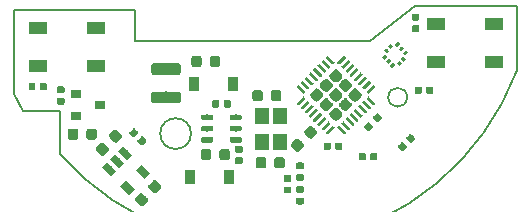
<source format=gbr>
%TF.GenerationSoftware,KiCad,Pcbnew,5.0.1-33cea8e~68~ubuntu18.04.1*%
%TF.CreationDate,2018-12-05T11:57:00+01:00*%
%TF.ProjectId,lightball,6C6967687462616C6C2E6B696361645F,rev?*%
%TF.SameCoordinates,Original*%
%TF.FileFunction,Paste,Top*%
%TF.FilePolarity,Positive*%
%FSLAX46Y46*%
G04 Gerber Fmt 4.6, Leading zero omitted, Abs format (unit mm)*
G04 Created by KiCad (PCBNEW 5.0.1-33cea8e~68~ubuntu18.04.1) date Mi 05 Dez 2018 11:57:00 CET*
%MOMM*%
%LPD*%
G01*
G04 APERTURE LIST*
%ADD10C,0.150000*%
%ADD11C,0.300000*%
%ADD12C,0.100000*%
%ADD13C,0.590000*%
%ADD14C,0.875000*%
%ADD15R,1.200000X1.400000*%
%ADD16R,0.900000X1.200000*%
%ADD17R,1.500000X1.000000*%
%ADD18C,0.930000*%
%ADD19C,0.250000*%
%ADD20R,0.900000X0.800000*%
%ADD21C,0.650000*%
%ADD22C,1.000000*%
%ADD23C,0.475000*%
G04 APERTURE END LIST*
D10*
X73975000Y-113550000D02*
X72575000Y-113550000D01*
X73975000Y-117200000D02*
X73975000Y-113550000D01*
X112660414Y-110153935D02*
G75*
G02X73975000Y-117200000I-21460414J8103935D01*
G01*
X112675000Y-104650000D02*
X112663015Y-110154914D01*
X104050000Y-104650000D02*
X112675000Y-104650000D01*
X100250000Y-107650000D02*
X104050000Y-104650000D01*
X80300000Y-107650000D02*
X100250000Y-107650000D01*
X80300000Y-105000000D02*
X80300000Y-107650000D01*
X70050000Y-105000000D02*
X80300000Y-105000000D01*
X70050000Y-112150000D02*
X70050000Y-105000000D01*
X70850000Y-113550000D02*
X70050000Y-112150000D01*
X72575000Y-113550000D02*
X70850000Y-113550000D01*
X103375000Y-112400000D02*
G75*
G03X103375000Y-112400000I-800000J0D01*
G01*
X85075000Y-115475000D02*
G75*
G03X85075000Y-115475000I-1300000J0D01*
G01*
D11*
X101985840Y-108082287D03*
D12*
G36*
X102003518Y-108312097D02*
X101756030Y-108064609D01*
X101968162Y-107852477D01*
X102215650Y-108099965D01*
X102003518Y-108312097D01*
X102003518Y-108312097D01*
G37*
D11*
X101632287Y-108435840D03*
D12*
G36*
X101649965Y-108665650D02*
X101402477Y-108418162D01*
X101614609Y-108206030D01*
X101862097Y-108453518D01*
X101649965Y-108665650D01*
X101649965Y-108665650D01*
G37*
D11*
X101455510Y-108987383D03*
D12*
G36*
X101427226Y-109227799D02*
X101215094Y-109015667D01*
X101483794Y-108746967D01*
X101695926Y-108959099D01*
X101427226Y-109227799D01*
X101427226Y-109227799D01*
G37*
D11*
X101809063Y-109340937D03*
D12*
G36*
X101780779Y-109581353D02*
X101568647Y-109369221D01*
X101837347Y-109100521D01*
X102049479Y-109312653D01*
X101780779Y-109581353D01*
X101780779Y-109581353D01*
G37*
D11*
X102162617Y-109694490D03*
D12*
G36*
X102134333Y-109934906D02*
X101922201Y-109722774D01*
X102190901Y-109454074D01*
X102403033Y-109666206D01*
X102134333Y-109934906D01*
X102134333Y-109934906D01*
G37*
D11*
X102714160Y-109517713D03*
D12*
G36*
X102731838Y-109747523D02*
X102484350Y-109500035D01*
X102696482Y-109287903D01*
X102943970Y-109535391D01*
X102731838Y-109747523D01*
X102731838Y-109747523D01*
G37*
D11*
X103067713Y-109164160D03*
D12*
G36*
X103085391Y-109393970D02*
X102837903Y-109146482D01*
X103050035Y-108934350D01*
X103297523Y-109181838D01*
X103085391Y-109393970D01*
X103085391Y-109393970D01*
G37*
D11*
X103244490Y-108612617D03*
D12*
G36*
X103216206Y-108853033D02*
X103004074Y-108640901D01*
X103272774Y-108372201D01*
X103484906Y-108584333D01*
X103216206Y-108853033D01*
X103216206Y-108853033D01*
G37*
D11*
X102890937Y-108259063D03*
D12*
G36*
X102862653Y-108499479D02*
X102650521Y-108287347D01*
X102919221Y-108018647D01*
X103131353Y-108230779D01*
X102862653Y-108499479D01*
X102862653Y-108499479D01*
G37*
D11*
X102537383Y-107905510D03*
D12*
G36*
X102509099Y-108145926D02*
X102296967Y-107933794D01*
X102565667Y-107665094D01*
X102777799Y-107877226D01*
X102509099Y-108145926D01*
X102509099Y-108145926D01*
G37*
G36*
X100103833Y-114519883D02*
X100118151Y-114522007D01*
X100132192Y-114525524D01*
X100145821Y-114530401D01*
X100158906Y-114536590D01*
X100171322Y-114544031D01*
X100182948Y-114552654D01*
X100193673Y-114562375D01*
X100437625Y-114806327D01*
X100447346Y-114817052D01*
X100455969Y-114828678D01*
X100463410Y-114841094D01*
X100469599Y-114854179D01*
X100474476Y-114867808D01*
X100477993Y-114881849D01*
X100480117Y-114896167D01*
X100480827Y-114910625D01*
X100480117Y-114925083D01*
X100477993Y-114939401D01*
X100474476Y-114953442D01*
X100469599Y-114967071D01*
X100463410Y-114980156D01*
X100455969Y-114992572D01*
X100447346Y-115004198D01*
X100437625Y-115014923D01*
X100229029Y-115223519D01*
X100218304Y-115233240D01*
X100206678Y-115241863D01*
X100194262Y-115249304D01*
X100181177Y-115255493D01*
X100167548Y-115260370D01*
X100153507Y-115263887D01*
X100139189Y-115266011D01*
X100124731Y-115266721D01*
X100110273Y-115266011D01*
X100095955Y-115263887D01*
X100081914Y-115260370D01*
X100068285Y-115255493D01*
X100055200Y-115249304D01*
X100042784Y-115241863D01*
X100031158Y-115233240D01*
X100020433Y-115223519D01*
X99776481Y-114979567D01*
X99766760Y-114968842D01*
X99758137Y-114957216D01*
X99750696Y-114944800D01*
X99744507Y-114931715D01*
X99739630Y-114918086D01*
X99736113Y-114904045D01*
X99733989Y-114889727D01*
X99733279Y-114875269D01*
X99733989Y-114860811D01*
X99736113Y-114846493D01*
X99739630Y-114832452D01*
X99744507Y-114818823D01*
X99750696Y-114805738D01*
X99758137Y-114793322D01*
X99766760Y-114781696D01*
X99776481Y-114770971D01*
X99985077Y-114562375D01*
X99995802Y-114552654D01*
X100007428Y-114544031D01*
X100019844Y-114536590D01*
X100032929Y-114530401D01*
X100046558Y-114525524D01*
X100060599Y-114522007D01*
X100074917Y-114519883D01*
X100089375Y-114519173D01*
X100103833Y-114519883D01*
X100103833Y-114519883D01*
G37*
D13*
X100107053Y-114892947D03*
D12*
G36*
X100871044Y-113752672D02*
X100885362Y-113754796D01*
X100899403Y-113758313D01*
X100913032Y-113763190D01*
X100926117Y-113769379D01*
X100938533Y-113776820D01*
X100950159Y-113785443D01*
X100960884Y-113795164D01*
X101204836Y-114039116D01*
X101214557Y-114049841D01*
X101223180Y-114061467D01*
X101230621Y-114073883D01*
X101236810Y-114086968D01*
X101241687Y-114100597D01*
X101245204Y-114114638D01*
X101247328Y-114128956D01*
X101248038Y-114143414D01*
X101247328Y-114157872D01*
X101245204Y-114172190D01*
X101241687Y-114186231D01*
X101236810Y-114199860D01*
X101230621Y-114212945D01*
X101223180Y-114225361D01*
X101214557Y-114236987D01*
X101204836Y-114247712D01*
X100996240Y-114456308D01*
X100985515Y-114466029D01*
X100973889Y-114474652D01*
X100961473Y-114482093D01*
X100948388Y-114488282D01*
X100934759Y-114493159D01*
X100920718Y-114496676D01*
X100906400Y-114498800D01*
X100891942Y-114499510D01*
X100877484Y-114498800D01*
X100863166Y-114496676D01*
X100849125Y-114493159D01*
X100835496Y-114488282D01*
X100822411Y-114482093D01*
X100809995Y-114474652D01*
X100798369Y-114466029D01*
X100787644Y-114456308D01*
X100543692Y-114212356D01*
X100533971Y-114201631D01*
X100525348Y-114190005D01*
X100517907Y-114177589D01*
X100511718Y-114164504D01*
X100506841Y-114150875D01*
X100503324Y-114136834D01*
X100501200Y-114122516D01*
X100500490Y-114108058D01*
X100501200Y-114093600D01*
X100503324Y-114079282D01*
X100506841Y-114065241D01*
X100511718Y-114051612D01*
X100517907Y-114038527D01*
X100525348Y-114026111D01*
X100533971Y-114014485D01*
X100543692Y-114003760D01*
X100752288Y-113795164D01*
X100763013Y-113785443D01*
X100774639Y-113776820D01*
X100787055Y-113769379D01*
X100800140Y-113763190D01*
X100813769Y-113758313D01*
X100827810Y-113754796D01*
X100842128Y-113752672D01*
X100856586Y-113751962D01*
X100871044Y-113752672D01*
X100871044Y-113752672D01*
G37*
D13*
X100874264Y-114125736D03*
D12*
G36*
X77563397Y-116248914D02*
X77584632Y-116252064D01*
X77605456Y-116257280D01*
X77625668Y-116264512D01*
X77645074Y-116273691D01*
X77663487Y-116284727D01*
X77680730Y-116297515D01*
X77696636Y-116311931D01*
X78059029Y-116674324D01*
X78073445Y-116690230D01*
X78086233Y-116707473D01*
X78097269Y-116725886D01*
X78106448Y-116745292D01*
X78113680Y-116765504D01*
X78118896Y-116786328D01*
X78122046Y-116807563D01*
X78123099Y-116829004D01*
X78122046Y-116850445D01*
X78118896Y-116871680D01*
X78113680Y-116892504D01*
X78106448Y-116912716D01*
X78097269Y-116932122D01*
X78086233Y-116950535D01*
X78073445Y-116967778D01*
X78059029Y-116983684D01*
X77749670Y-117293043D01*
X77733764Y-117307459D01*
X77716521Y-117320247D01*
X77698108Y-117331283D01*
X77678702Y-117340462D01*
X77658490Y-117347694D01*
X77637666Y-117352910D01*
X77616431Y-117356060D01*
X77594990Y-117357113D01*
X77573549Y-117356060D01*
X77552314Y-117352910D01*
X77531490Y-117347694D01*
X77511278Y-117340462D01*
X77491872Y-117331283D01*
X77473459Y-117320247D01*
X77456216Y-117307459D01*
X77440310Y-117293043D01*
X77077917Y-116930650D01*
X77063501Y-116914744D01*
X77050713Y-116897501D01*
X77039677Y-116879088D01*
X77030498Y-116859682D01*
X77023266Y-116839470D01*
X77018050Y-116818646D01*
X77014900Y-116797411D01*
X77013847Y-116775970D01*
X77014900Y-116754529D01*
X77018050Y-116733294D01*
X77023266Y-116712470D01*
X77030498Y-116692258D01*
X77039677Y-116672852D01*
X77050713Y-116654439D01*
X77063501Y-116637196D01*
X77077917Y-116621290D01*
X77387276Y-116311931D01*
X77403182Y-116297515D01*
X77420425Y-116284727D01*
X77438838Y-116273691D01*
X77458244Y-116264512D01*
X77478456Y-116257280D01*
X77499280Y-116252064D01*
X77520515Y-116248914D01*
X77541956Y-116247861D01*
X77563397Y-116248914D01*
X77563397Y-116248914D01*
G37*
D14*
X77568473Y-116802487D03*
D12*
G36*
X78677091Y-115135220D02*
X78698326Y-115138370D01*
X78719150Y-115143586D01*
X78739362Y-115150818D01*
X78758768Y-115159997D01*
X78777181Y-115171033D01*
X78794424Y-115183821D01*
X78810330Y-115198237D01*
X79172723Y-115560630D01*
X79187139Y-115576536D01*
X79199927Y-115593779D01*
X79210963Y-115612192D01*
X79220142Y-115631598D01*
X79227374Y-115651810D01*
X79232590Y-115672634D01*
X79235740Y-115693869D01*
X79236793Y-115715310D01*
X79235740Y-115736751D01*
X79232590Y-115757986D01*
X79227374Y-115778810D01*
X79220142Y-115799022D01*
X79210963Y-115818428D01*
X79199927Y-115836841D01*
X79187139Y-115854084D01*
X79172723Y-115869990D01*
X78863364Y-116179349D01*
X78847458Y-116193765D01*
X78830215Y-116206553D01*
X78811802Y-116217589D01*
X78792396Y-116226768D01*
X78772184Y-116234000D01*
X78751360Y-116239216D01*
X78730125Y-116242366D01*
X78708684Y-116243419D01*
X78687243Y-116242366D01*
X78666008Y-116239216D01*
X78645184Y-116234000D01*
X78624972Y-116226768D01*
X78605566Y-116217589D01*
X78587153Y-116206553D01*
X78569910Y-116193765D01*
X78554004Y-116179349D01*
X78191611Y-115816956D01*
X78177195Y-115801050D01*
X78164407Y-115783807D01*
X78153371Y-115765394D01*
X78144192Y-115745988D01*
X78136960Y-115725776D01*
X78131744Y-115704952D01*
X78128594Y-115683717D01*
X78127541Y-115662276D01*
X78128594Y-115640835D01*
X78131744Y-115619600D01*
X78136960Y-115598776D01*
X78144192Y-115578564D01*
X78153371Y-115559158D01*
X78164407Y-115540745D01*
X78177195Y-115523502D01*
X78191611Y-115507596D01*
X78500970Y-115198237D01*
X78516876Y-115183821D01*
X78534119Y-115171033D01*
X78552532Y-115159997D01*
X78571938Y-115150818D01*
X78592150Y-115143586D01*
X78612974Y-115138370D01*
X78634209Y-115135220D01*
X78655650Y-115134167D01*
X78677091Y-115135220D01*
X78677091Y-115135220D01*
G37*
D14*
X78682167Y-115688793D03*
D12*
G36*
X76902571Y-115045253D02*
X76923806Y-115048403D01*
X76944630Y-115053619D01*
X76964842Y-115060851D01*
X76984248Y-115070030D01*
X77002661Y-115081066D01*
X77019904Y-115093854D01*
X77035810Y-115108270D01*
X77050226Y-115124176D01*
X77063014Y-115141419D01*
X77074050Y-115159832D01*
X77083229Y-115179238D01*
X77090461Y-115199450D01*
X77095677Y-115220274D01*
X77098827Y-115241509D01*
X77099880Y-115262950D01*
X77099880Y-115775450D01*
X77098827Y-115796891D01*
X77095677Y-115818126D01*
X77090461Y-115838950D01*
X77083229Y-115859162D01*
X77074050Y-115878568D01*
X77063014Y-115896981D01*
X77050226Y-115914224D01*
X77035810Y-115930130D01*
X77019904Y-115944546D01*
X77002661Y-115957334D01*
X76984248Y-115968370D01*
X76964842Y-115977549D01*
X76944630Y-115984781D01*
X76923806Y-115989997D01*
X76902571Y-115993147D01*
X76881130Y-115994200D01*
X76443630Y-115994200D01*
X76422189Y-115993147D01*
X76400954Y-115989997D01*
X76380130Y-115984781D01*
X76359918Y-115977549D01*
X76340512Y-115968370D01*
X76322099Y-115957334D01*
X76304856Y-115944546D01*
X76288950Y-115930130D01*
X76274534Y-115914224D01*
X76261746Y-115896981D01*
X76250710Y-115878568D01*
X76241531Y-115859162D01*
X76234299Y-115838950D01*
X76229083Y-115818126D01*
X76225933Y-115796891D01*
X76224880Y-115775450D01*
X76224880Y-115262950D01*
X76225933Y-115241509D01*
X76229083Y-115220274D01*
X76234299Y-115199450D01*
X76241531Y-115179238D01*
X76250710Y-115159832D01*
X76261746Y-115141419D01*
X76274534Y-115124176D01*
X76288950Y-115108270D01*
X76304856Y-115093854D01*
X76322099Y-115081066D01*
X76340512Y-115070030D01*
X76359918Y-115060851D01*
X76380130Y-115053619D01*
X76400954Y-115048403D01*
X76422189Y-115045253D01*
X76443630Y-115044200D01*
X76881130Y-115044200D01*
X76902571Y-115045253D01*
X76902571Y-115045253D01*
G37*
D14*
X76662380Y-115519200D03*
D12*
G36*
X75327571Y-115045253D02*
X75348806Y-115048403D01*
X75369630Y-115053619D01*
X75389842Y-115060851D01*
X75409248Y-115070030D01*
X75427661Y-115081066D01*
X75444904Y-115093854D01*
X75460810Y-115108270D01*
X75475226Y-115124176D01*
X75488014Y-115141419D01*
X75499050Y-115159832D01*
X75508229Y-115179238D01*
X75515461Y-115199450D01*
X75520677Y-115220274D01*
X75523827Y-115241509D01*
X75524880Y-115262950D01*
X75524880Y-115775450D01*
X75523827Y-115796891D01*
X75520677Y-115818126D01*
X75515461Y-115838950D01*
X75508229Y-115859162D01*
X75499050Y-115878568D01*
X75488014Y-115896981D01*
X75475226Y-115914224D01*
X75460810Y-115930130D01*
X75444904Y-115944546D01*
X75427661Y-115957334D01*
X75409248Y-115968370D01*
X75389842Y-115977549D01*
X75369630Y-115984781D01*
X75348806Y-115989997D01*
X75327571Y-115993147D01*
X75306130Y-115994200D01*
X74868630Y-115994200D01*
X74847189Y-115993147D01*
X74825954Y-115989997D01*
X74805130Y-115984781D01*
X74784918Y-115977549D01*
X74765512Y-115968370D01*
X74747099Y-115957334D01*
X74729856Y-115944546D01*
X74713950Y-115930130D01*
X74699534Y-115914224D01*
X74686746Y-115896981D01*
X74675710Y-115878568D01*
X74666531Y-115859162D01*
X74659299Y-115838950D01*
X74654083Y-115818126D01*
X74650933Y-115796891D01*
X74649880Y-115775450D01*
X74649880Y-115262950D01*
X74650933Y-115241509D01*
X74654083Y-115220274D01*
X74659299Y-115199450D01*
X74666531Y-115179238D01*
X74675710Y-115159832D01*
X74686746Y-115141419D01*
X74699534Y-115124176D01*
X74713950Y-115108270D01*
X74729856Y-115093854D01*
X74747099Y-115081066D01*
X74765512Y-115070030D01*
X74784918Y-115060851D01*
X74805130Y-115053619D01*
X74825954Y-115048403D01*
X74847189Y-115045253D01*
X74868630Y-115044200D01*
X75306130Y-115044200D01*
X75327571Y-115045253D01*
X75327571Y-115045253D01*
G37*
D14*
X75087380Y-115519200D03*
D15*
X91051480Y-113956920D03*
X91051480Y-116156920D03*
X92651480Y-116156920D03*
X92651480Y-113956920D03*
D12*
G36*
X88159851Y-116777533D02*
X88181086Y-116780683D01*
X88201910Y-116785899D01*
X88222122Y-116793131D01*
X88241528Y-116802310D01*
X88259941Y-116813346D01*
X88277184Y-116826134D01*
X88293090Y-116840550D01*
X88307506Y-116856456D01*
X88320294Y-116873699D01*
X88331330Y-116892112D01*
X88340509Y-116911518D01*
X88347741Y-116931730D01*
X88352957Y-116952554D01*
X88356107Y-116973789D01*
X88357160Y-116995230D01*
X88357160Y-117507730D01*
X88356107Y-117529171D01*
X88352957Y-117550406D01*
X88347741Y-117571230D01*
X88340509Y-117591442D01*
X88331330Y-117610848D01*
X88320294Y-117629261D01*
X88307506Y-117646504D01*
X88293090Y-117662410D01*
X88277184Y-117676826D01*
X88259941Y-117689614D01*
X88241528Y-117700650D01*
X88222122Y-117709829D01*
X88201910Y-117717061D01*
X88181086Y-117722277D01*
X88159851Y-117725427D01*
X88138410Y-117726480D01*
X87700910Y-117726480D01*
X87679469Y-117725427D01*
X87658234Y-117722277D01*
X87637410Y-117717061D01*
X87617198Y-117709829D01*
X87597792Y-117700650D01*
X87579379Y-117689614D01*
X87562136Y-117676826D01*
X87546230Y-117662410D01*
X87531814Y-117646504D01*
X87519026Y-117629261D01*
X87507990Y-117610848D01*
X87498811Y-117591442D01*
X87491579Y-117571230D01*
X87486363Y-117550406D01*
X87483213Y-117529171D01*
X87482160Y-117507730D01*
X87482160Y-116995230D01*
X87483213Y-116973789D01*
X87486363Y-116952554D01*
X87491579Y-116931730D01*
X87498811Y-116911518D01*
X87507990Y-116892112D01*
X87519026Y-116873699D01*
X87531814Y-116856456D01*
X87546230Y-116840550D01*
X87562136Y-116826134D01*
X87579379Y-116813346D01*
X87597792Y-116802310D01*
X87617198Y-116793131D01*
X87637410Y-116785899D01*
X87658234Y-116780683D01*
X87679469Y-116777533D01*
X87700910Y-116776480D01*
X88138410Y-116776480D01*
X88159851Y-116777533D01*
X88159851Y-116777533D01*
G37*
D14*
X87919660Y-117251480D03*
D12*
G36*
X86584851Y-116777533D02*
X86606086Y-116780683D01*
X86626910Y-116785899D01*
X86647122Y-116793131D01*
X86666528Y-116802310D01*
X86684941Y-116813346D01*
X86702184Y-116826134D01*
X86718090Y-116840550D01*
X86732506Y-116856456D01*
X86745294Y-116873699D01*
X86756330Y-116892112D01*
X86765509Y-116911518D01*
X86772741Y-116931730D01*
X86777957Y-116952554D01*
X86781107Y-116973789D01*
X86782160Y-116995230D01*
X86782160Y-117507730D01*
X86781107Y-117529171D01*
X86777957Y-117550406D01*
X86772741Y-117571230D01*
X86765509Y-117591442D01*
X86756330Y-117610848D01*
X86745294Y-117629261D01*
X86732506Y-117646504D01*
X86718090Y-117662410D01*
X86702184Y-117676826D01*
X86684941Y-117689614D01*
X86666528Y-117700650D01*
X86647122Y-117709829D01*
X86626910Y-117717061D01*
X86606086Y-117722277D01*
X86584851Y-117725427D01*
X86563410Y-117726480D01*
X86125910Y-117726480D01*
X86104469Y-117725427D01*
X86083234Y-117722277D01*
X86062410Y-117717061D01*
X86042198Y-117709829D01*
X86022792Y-117700650D01*
X86004379Y-117689614D01*
X85987136Y-117676826D01*
X85971230Y-117662410D01*
X85956814Y-117646504D01*
X85944026Y-117629261D01*
X85932990Y-117610848D01*
X85923811Y-117591442D01*
X85916579Y-117571230D01*
X85911363Y-117550406D01*
X85908213Y-117529171D01*
X85907160Y-117507730D01*
X85907160Y-116995230D01*
X85908213Y-116973789D01*
X85911363Y-116952554D01*
X85916579Y-116931730D01*
X85923811Y-116911518D01*
X85932990Y-116892112D01*
X85944026Y-116873699D01*
X85956814Y-116856456D01*
X85971230Y-116840550D01*
X85987136Y-116826134D01*
X86004379Y-116813346D01*
X86022792Y-116802310D01*
X86042198Y-116793131D01*
X86062410Y-116785899D01*
X86083234Y-116780683D01*
X86104469Y-116777533D01*
X86125910Y-116776480D01*
X86563410Y-116776480D01*
X86584851Y-116777533D01*
X86584851Y-116777533D01*
G37*
D14*
X86344660Y-117251480D03*
D12*
G36*
X92531191Y-111794053D02*
X92552426Y-111797203D01*
X92573250Y-111802419D01*
X92593462Y-111809651D01*
X92612868Y-111818830D01*
X92631281Y-111829866D01*
X92648524Y-111842654D01*
X92664430Y-111857070D01*
X92678846Y-111872976D01*
X92691634Y-111890219D01*
X92702670Y-111908632D01*
X92711849Y-111928038D01*
X92719081Y-111948250D01*
X92724297Y-111969074D01*
X92727447Y-111990309D01*
X92728500Y-112011750D01*
X92728500Y-112524250D01*
X92727447Y-112545691D01*
X92724297Y-112566926D01*
X92719081Y-112587750D01*
X92711849Y-112607962D01*
X92702670Y-112627368D01*
X92691634Y-112645781D01*
X92678846Y-112663024D01*
X92664430Y-112678930D01*
X92648524Y-112693346D01*
X92631281Y-112706134D01*
X92612868Y-112717170D01*
X92593462Y-112726349D01*
X92573250Y-112733581D01*
X92552426Y-112738797D01*
X92531191Y-112741947D01*
X92509750Y-112743000D01*
X92072250Y-112743000D01*
X92050809Y-112741947D01*
X92029574Y-112738797D01*
X92008750Y-112733581D01*
X91988538Y-112726349D01*
X91969132Y-112717170D01*
X91950719Y-112706134D01*
X91933476Y-112693346D01*
X91917570Y-112678930D01*
X91903154Y-112663024D01*
X91890366Y-112645781D01*
X91879330Y-112627368D01*
X91870151Y-112607962D01*
X91862919Y-112587750D01*
X91857703Y-112566926D01*
X91854553Y-112545691D01*
X91853500Y-112524250D01*
X91853500Y-112011750D01*
X91854553Y-111990309D01*
X91857703Y-111969074D01*
X91862919Y-111948250D01*
X91870151Y-111928038D01*
X91879330Y-111908632D01*
X91890366Y-111890219D01*
X91903154Y-111872976D01*
X91917570Y-111857070D01*
X91933476Y-111842654D01*
X91950719Y-111829866D01*
X91969132Y-111818830D01*
X91988538Y-111809651D01*
X92008750Y-111802419D01*
X92029574Y-111797203D01*
X92050809Y-111794053D01*
X92072250Y-111793000D01*
X92509750Y-111793000D01*
X92531191Y-111794053D01*
X92531191Y-111794053D01*
G37*
D14*
X92291000Y-112268000D03*
D12*
G36*
X90956191Y-111794053D02*
X90977426Y-111797203D01*
X90998250Y-111802419D01*
X91018462Y-111809651D01*
X91037868Y-111818830D01*
X91056281Y-111829866D01*
X91073524Y-111842654D01*
X91089430Y-111857070D01*
X91103846Y-111872976D01*
X91116634Y-111890219D01*
X91127670Y-111908632D01*
X91136849Y-111928038D01*
X91144081Y-111948250D01*
X91149297Y-111969074D01*
X91152447Y-111990309D01*
X91153500Y-112011750D01*
X91153500Y-112524250D01*
X91152447Y-112545691D01*
X91149297Y-112566926D01*
X91144081Y-112587750D01*
X91136849Y-112607962D01*
X91127670Y-112627368D01*
X91116634Y-112645781D01*
X91103846Y-112663024D01*
X91089430Y-112678930D01*
X91073524Y-112693346D01*
X91056281Y-112706134D01*
X91037868Y-112717170D01*
X91018462Y-112726349D01*
X90998250Y-112733581D01*
X90977426Y-112738797D01*
X90956191Y-112741947D01*
X90934750Y-112743000D01*
X90497250Y-112743000D01*
X90475809Y-112741947D01*
X90454574Y-112738797D01*
X90433750Y-112733581D01*
X90413538Y-112726349D01*
X90394132Y-112717170D01*
X90375719Y-112706134D01*
X90358476Y-112693346D01*
X90342570Y-112678930D01*
X90328154Y-112663024D01*
X90315366Y-112645781D01*
X90304330Y-112627368D01*
X90295151Y-112607962D01*
X90287919Y-112587750D01*
X90282703Y-112566926D01*
X90279553Y-112545691D01*
X90278500Y-112524250D01*
X90278500Y-112011750D01*
X90279553Y-111990309D01*
X90282703Y-111969074D01*
X90287919Y-111948250D01*
X90295151Y-111928038D01*
X90304330Y-111908632D01*
X90315366Y-111890219D01*
X90328154Y-111872976D01*
X90342570Y-111857070D01*
X90358476Y-111842654D01*
X90375719Y-111829866D01*
X90394132Y-111818830D01*
X90413538Y-111809651D01*
X90433750Y-111802419D01*
X90454574Y-111797203D01*
X90475809Y-111794053D01*
X90497250Y-111793000D01*
X90934750Y-111793000D01*
X90956191Y-111794053D01*
X90956191Y-111794053D01*
G37*
D14*
X90716000Y-112268000D03*
D12*
G36*
X92813131Y-117468413D02*
X92834366Y-117471563D01*
X92855190Y-117476779D01*
X92875402Y-117484011D01*
X92894808Y-117493190D01*
X92913221Y-117504226D01*
X92930464Y-117517014D01*
X92946370Y-117531430D01*
X92960786Y-117547336D01*
X92973574Y-117564579D01*
X92984610Y-117582992D01*
X92993789Y-117602398D01*
X93001021Y-117622610D01*
X93006237Y-117643434D01*
X93009387Y-117664669D01*
X93010440Y-117686110D01*
X93010440Y-118198610D01*
X93009387Y-118220051D01*
X93006237Y-118241286D01*
X93001021Y-118262110D01*
X92993789Y-118282322D01*
X92984610Y-118301728D01*
X92973574Y-118320141D01*
X92960786Y-118337384D01*
X92946370Y-118353290D01*
X92930464Y-118367706D01*
X92913221Y-118380494D01*
X92894808Y-118391530D01*
X92875402Y-118400709D01*
X92855190Y-118407941D01*
X92834366Y-118413157D01*
X92813131Y-118416307D01*
X92791690Y-118417360D01*
X92354190Y-118417360D01*
X92332749Y-118416307D01*
X92311514Y-118413157D01*
X92290690Y-118407941D01*
X92270478Y-118400709D01*
X92251072Y-118391530D01*
X92232659Y-118380494D01*
X92215416Y-118367706D01*
X92199510Y-118353290D01*
X92185094Y-118337384D01*
X92172306Y-118320141D01*
X92161270Y-118301728D01*
X92152091Y-118282322D01*
X92144859Y-118262110D01*
X92139643Y-118241286D01*
X92136493Y-118220051D01*
X92135440Y-118198610D01*
X92135440Y-117686110D01*
X92136493Y-117664669D01*
X92139643Y-117643434D01*
X92144859Y-117622610D01*
X92152091Y-117602398D01*
X92161270Y-117582992D01*
X92172306Y-117564579D01*
X92185094Y-117547336D01*
X92199510Y-117531430D01*
X92215416Y-117517014D01*
X92232659Y-117504226D01*
X92251072Y-117493190D01*
X92270478Y-117484011D01*
X92290690Y-117476779D01*
X92311514Y-117471563D01*
X92332749Y-117468413D01*
X92354190Y-117467360D01*
X92791690Y-117467360D01*
X92813131Y-117468413D01*
X92813131Y-117468413D01*
G37*
D14*
X92572940Y-117942360D03*
D12*
G36*
X91238131Y-117468413D02*
X91259366Y-117471563D01*
X91280190Y-117476779D01*
X91300402Y-117484011D01*
X91319808Y-117493190D01*
X91338221Y-117504226D01*
X91355464Y-117517014D01*
X91371370Y-117531430D01*
X91385786Y-117547336D01*
X91398574Y-117564579D01*
X91409610Y-117582992D01*
X91418789Y-117602398D01*
X91426021Y-117622610D01*
X91431237Y-117643434D01*
X91434387Y-117664669D01*
X91435440Y-117686110D01*
X91435440Y-118198610D01*
X91434387Y-118220051D01*
X91431237Y-118241286D01*
X91426021Y-118262110D01*
X91418789Y-118282322D01*
X91409610Y-118301728D01*
X91398574Y-118320141D01*
X91385786Y-118337384D01*
X91371370Y-118353290D01*
X91355464Y-118367706D01*
X91338221Y-118380494D01*
X91319808Y-118391530D01*
X91300402Y-118400709D01*
X91280190Y-118407941D01*
X91259366Y-118413157D01*
X91238131Y-118416307D01*
X91216690Y-118417360D01*
X90779190Y-118417360D01*
X90757749Y-118416307D01*
X90736514Y-118413157D01*
X90715690Y-118407941D01*
X90695478Y-118400709D01*
X90676072Y-118391530D01*
X90657659Y-118380494D01*
X90640416Y-118367706D01*
X90624510Y-118353290D01*
X90610094Y-118337384D01*
X90597306Y-118320141D01*
X90586270Y-118301728D01*
X90577091Y-118282322D01*
X90569859Y-118262110D01*
X90564643Y-118241286D01*
X90561493Y-118220051D01*
X90560440Y-118198610D01*
X90560440Y-117686110D01*
X90561493Y-117664669D01*
X90564643Y-117643434D01*
X90569859Y-117622610D01*
X90577091Y-117602398D01*
X90586270Y-117582992D01*
X90597306Y-117564579D01*
X90610094Y-117547336D01*
X90624510Y-117531430D01*
X90640416Y-117517014D01*
X90657659Y-117504226D01*
X90676072Y-117493190D01*
X90695478Y-117484011D01*
X90715690Y-117476779D01*
X90736514Y-117471563D01*
X90757749Y-117468413D01*
X90779190Y-117467360D01*
X91216690Y-117467360D01*
X91238131Y-117468413D01*
X91238131Y-117468413D01*
G37*
D14*
X90997940Y-117942360D03*
D12*
G36*
X94088637Y-115908554D02*
X94109872Y-115911704D01*
X94130696Y-115916920D01*
X94150908Y-115924152D01*
X94170314Y-115933331D01*
X94188727Y-115944367D01*
X94205970Y-115957155D01*
X94221876Y-115971571D01*
X94584269Y-116333964D01*
X94598685Y-116349870D01*
X94611473Y-116367113D01*
X94622509Y-116385526D01*
X94631688Y-116404932D01*
X94638920Y-116425144D01*
X94644136Y-116445968D01*
X94647286Y-116467203D01*
X94648339Y-116488644D01*
X94647286Y-116510085D01*
X94644136Y-116531320D01*
X94638920Y-116552144D01*
X94631688Y-116572356D01*
X94622509Y-116591762D01*
X94611473Y-116610175D01*
X94598685Y-116627418D01*
X94584269Y-116643324D01*
X94274910Y-116952683D01*
X94259004Y-116967099D01*
X94241761Y-116979887D01*
X94223348Y-116990923D01*
X94203942Y-117000102D01*
X94183730Y-117007334D01*
X94162906Y-117012550D01*
X94141671Y-117015700D01*
X94120230Y-117016753D01*
X94098789Y-117015700D01*
X94077554Y-117012550D01*
X94056730Y-117007334D01*
X94036518Y-117000102D01*
X94017112Y-116990923D01*
X93998699Y-116979887D01*
X93981456Y-116967099D01*
X93965550Y-116952683D01*
X93603157Y-116590290D01*
X93588741Y-116574384D01*
X93575953Y-116557141D01*
X93564917Y-116538728D01*
X93555738Y-116519322D01*
X93548506Y-116499110D01*
X93543290Y-116478286D01*
X93540140Y-116457051D01*
X93539087Y-116435610D01*
X93540140Y-116414169D01*
X93543290Y-116392934D01*
X93548506Y-116372110D01*
X93555738Y-116351898D01*
X93564917Y-116332492D01*
X93575953Y-116314079D01*
X93588741Y-116296836D01*
X93603157Y-116280930D01*
X93912516Y-115971571D01*
X93928422Y-115957155D01*
X93945665Y-115944367D01*
X93964078Y-115933331D01*
X93983484Y-115924152D01*
X94003696Y-115916920D01*
X94024520Y-115911704D01*
X94045755Y-115908554D01*
X94067196Y-115907501D01*
X94088637Y-115908554D01*
X94088637Y-115908554D01*
G37*
D14*
X94093713Y-116462127D03*
D12*
G36*
X95202331Y-114794860D02*
X95223566Y-114798010D01*
X95244390Y-114803226D01*
X95264602Y-114810458D01*
X95284008Y-114819637D01*
X95302421Y-114830673D01*
X95319664Y-114843461D01*
X95335570Y-114857877D01*
X95697963Y-115220270D01*
X95712379Y-115236176D01*
X95725167Y-115253419D01*
X95736203Y-115271832D01*
X95745382Y-115291238D01*
X95752614Y-115311450D01*
X95757830Y-115332274D01*
X95760980Y-115353509D01*
X95762033Y-115374950D01*
X95760980Y-115396391D01*
X95757830Y-115417626D01*
X95752614Y-115438450D01*
X95745382Y-115458662D01*
X95736203Y-115478068D01*
X95725167Y-115496481D01*
X95712379Y-115513724D01*
X95697963Y-115529630D01*
X95388604Y-115838989D01*
X95372698Y-115853405D01*
X95355455Y-115866193D01*
X95337042Y-115877229D01*
X95317636Y-115886408D01*
X95297424Y-115893640D01*
X95276600Y-115898856D01*
X95255365Y-115902006D01*
X95233924Y-115903059D01*
X95212483Y-115902006D01*
X95191248Y-115898856D01*
X95170424Y-115893640D01*
X95150212Y-115886408D01*
X95130806Y-115877229D01*
X95112393Y-115866193D01*
X95095150Y-115853405D01*
X95079244Y-115838989D01*
X94716851Y-115476596D01*
X94702435Y-115460690D01*
X94689647Y-115443447D01*
X94678611Y-115425034D01*
X94669432Y-115405628D01*
X94662200Y-115385416D01*
X94656984Y-115364592D01*
X94653834Y-115343357D01*
X94652781Y-115321916D01*
X94653834Y-115300475D01*
X94656984Y-115279240D01*
X94662200Y-115258416D01*
X94669432Y-115238204D01*
X94678611Y-115218798D01*
X94689647Y-115200385D01*
X94702435Y-115183142D01*
X94716851Y-115167236D01*
X95026210Y-114857877D01*
X95042116Y-114843461D01*
X95059359Y-114830673D01*
X95077772Y-114819637D01*
X95097178Y-114810458D01*
X95117390Y-114803226D01*
X95138214Y-114798010D01*
X95159449Y-114794860D01*
X95180890Y-114793807D01*
X95202331Y-114794860D01*
X95202331Y-114794860D01*
G37*
D14*
X95207407Y-115348433D03*
D12*
G36*
X85782211Y-108888293D02*
X85803446Y-108891443D01*
X85824270Y-108896659D01*
X85844482Y-108903891D01*
X85863888Y-108913070D01*
X85882301Y-108924106D01*
X85899544Y-108936894D01*
X85915450Y-108951310D01*
X85929866Y-108967216D01*
X85942654Y-108984459D01*
X85953690Y-109002872D01*
X85962869Y-109022278D01*
X85970101Y-109042490D01*
X85975317Y-109063314D01*
X85978467Y-109084549D01*
X85979520Y-109105990D01*
X85979520Y-109618490D01*
X85978467Y-109639931D01*
X85975317Y-109661166D01*
X85970101Y-109681990D01*
X85962869Y-109702202D01*
X85953690Y-109721608D01*
X85942654Y-109740021D01*
X85929866Y-109757264D01*
X85915450Y-109773170D01*
X85899544Y-109787586D01*
X85882301Y-109800374D01*
X85863888Y-109811410D01*
X85844482Y-109820589D01*
X85824270Y-109827821D01*
X85803446Y-109833037D01*
X85782211Y-109836187D01*
X85760770Y-109837240D01*
X85323270Y-109837240D01*
X85301829Y-109836187D01*
X85280594Y-109833037D01*
X85259770Y-109827821D01*
X85239558Y-109820589D01*
X85220152Y-109811410D01*
X85201739Y-109800374D01*
X85184496Y-109787586D01*
X85168590Y-109773170D01*
X85154174Y-109757264D01*
X85141386Y-109740021D01*
X85130350Y-109721608D01*
X85121171Y-109702202D01*
X85113939Y-109681990D01*
X85108723Y-109661166D01*
X85105573Y-109639931D01*
X85104520Y-109618490D01*
X85104520Y-109105990D01*
X85105573Y-109084549D01*
X85108723Y-109063314D01*
X85113939Y-109042490D01*
X85121171Y-109022278D01*
X85130350Y-109002872D01*
X85141386Y-108984459D01*
X85154174Y-108967216D01*
X85168590Y-108951310D01*
X85184496Y-108936894D01*
X85201739Y-108924106D01*
X85220152Y-108913070D01*
X85239558Y-108903891D01*
X85259770Y-108896659D01*
X85280594Y-108891443D01*
X85301829Y-108888293D01*
X85323270Y-108887240D01*
X85760770Y-108887240D01*
X85782211Y-108888293D01*
X85782211Y-108888293D01*
G37*
D14*
X85542020Y-109362240D03*
D12*
G36*
X87357211Y-108888293D02*
X87378446Y-108891443D01*
X87399270Y-108896659D01*
X87419482Y-108903891D01*
X87438888Y-108913070D01*
X87457301Y-108924106D01*
X87474544Y-108936894D01*
X87490450Y-108951310D01*
X87504866Y-108967216D01*
X87517654Y-108984459D01*
X87528690Y-109002872D01*
X87537869Y-109022278D01*
X87545101Y-109042490D01*
X87550317Y-109063314D01*
X87553467Y-109084549D01*
X87554520Y-109105990D01*
X87554520Y-109618490D01*
X87553467Y-109639931D01*
X87550317Y-109661166D01*
X87545101Y-109681990D01*
X87537869Y-109702202D01*
X87528690Y-109721608D01*
X87517654Y-109740021D01*
X87504866Y-109757264D01*
X87490450Y-109773170D01*
X87474544Y-109787586D01*
X87457301Y-109800374D01*
X87438888Y-109811410D01*
X87419482Y-109820589D01*
X87399270Y-109827821D01*
X87378446Y-109833037D01*
X87357211Y-109836187D01*
X87335770Y-109837240D01*
X86898270Y-109837240D01*
X86876829Y-109836187D01*
X86855594Y-109833037D01*
X86834770Y-109827821D01*
X86814558Y-109820589D01*
X86795152Y-109811410D01*
X86776739Y-109800374D01*
X86759496Y-109787586D01*
X86743590Y-109773170D01*
X86729174Y-109757264D01*
X86716386Y-109740021D01*
X86705350Y-109721608D01*
X86696171Y-109702202D01*
X86688939Y-109681990D01*
X86683723Y-109661166D01*
X86680573Y-109639931D01*
X86679520Y-109618490D01*
X86679520Y-109105990D01*
X86680573Y-109084549D01*
X86683723Y-109063314D01*
X86688939Y-109042490D01*
X86696171Y-109022278D01*
X86705350Y-109002872D01*
X86716386Y-108984459D01*
X86729174Y-108967216D01*
X86743590Y-108951310D01*
X86759496Y-108936894D01*
X86776739Y-108924106D01*
X86795152Y-108913070D01*
X86814558Y-108903891D01*
X86834770Y-108896659D01*
X86855594Y-108891443D01*
X86876829Y-108888293D01*
X86898270Y-108887240D01*
X87335770Y-108887240D01*
X87357211Y-108888293D01*
X87357211Y-108888293D01*
G37*
D14*
X87117020Y-109362240D03*
D12*
G36*
X100707718Y-117109990D02*
X100722036Y-117112114D01*
X100736077Y-117115631D01*
X100749706Y-117120508D01*
X100762791Y-117126697D01*
X100775207Y-117134138D01*
X100786833Y-117142761D01*
X100797558Y-117152482D01*
X100807279Y-117163207D01*
X100815902Y-117174833D01*
X100823343Y-117187249D01*
X100829532Y-117200334D01*
X100834409Y-117213963D01*
X100837926Y-117228004D01*
X100840050Y-117242322D01*
X100840760Y-117256780D01*
X100840760Y-117601780D01*
X100840050Y-117616238D01*
X100837926Y-117630556D01*
X100834409Y-117644597D01*
X100829532Y-117658226D01*
X100823343Y-117671311D01*
X100815902Y-117683727D01*
X100807279Y-117695353D01*
X100797558Y-117706078D01*
X100786833Y-117715799D01*
X100775207Y-117724422D01*
X100762791Y-117731863D01*
X100749706Y-117738052D01*
X100736077Y-117742929D01*
X100722036Y-117746446D01*
X100707718Y-117748570D01*
X100693260Y-117749280D01*
X100398260Y-117749280D01*
X100383802Y-117748570D01*
X100369484Y-117746446D01*
X100355443Y-117742929D01*
X100341814Y-117738052D01*
X100328729Y-117731863D01*
X100316313Y-117724422D01*
X100304687Y-117715799D01*
X100293962Y-117706078D01*
X100284241Y-117695353D01*
X100275618Y-117683727D01*
X100268177Y-117671311D01*
X100261988Y-117658226D01*
X100257111Y-117644597D01*
X100253594Y-117630556D01*
X100251470Y-117616238D01*
X100250760Y-117601780D01*
X100250760Y-117256780D01*
X100251470Y-117242322D01*
X100253594Y-117228004D01*
X100257111Y-117213963D01*
X100261988Y-117200334D01*
X100268177Y-117187249D01*
X100275618Y-117174833D01*
X100284241Y-117163207D01*
X100293962Y-117152482D01*
X100304687Y-117142761D01*
X100316313Y-117134138D01*
X100328729Y-117126697D01*
X100341814Y-117120508D01*
X100355443Y-117115631D01*
X100369484Y-117112114D01*
X100383802Y-117109990D01*
X100398260Y-117109280D01*
X100693260Y-117109280D01*
X100707718Y-117109990D01*
X100707718Y-117109990D01*
G37*
D13*
X100545760Y-117429280D03*
D12*
G36*
X99737718Y-117109990D02*
X99752036Y-117112114D01*
X99766077Y-117115631D01*
X99779706Y-117120508D01*
X99792791Y-117126697D01*
X99805207Y-117134138D01*
X99816833Y-117142761D01*
X99827558Y-117152482D01*
X99837279Y-117163207D01*
X99845902Y-117174833D01*
X99853343Y-117187249D01*
X99859532Y-117200334D01*
X99864409Y-117213963D01*
X99867926Y-117228004D01*
X99870050Y-117242322D01*
X99870760Y-117256780D01*
X99870760Y-117601780D01*
X99870050Y-117616238D01*
X99867926Y-117630556D01*
X99864409Y-117644597D01*
X99859532Y-117658226D01*
X99853343Y-117671311D01*
X99845902Y-117683727D01*
X99837279Y-117695353D01*
X99827558Y-117706078D01*
X99816833Y-117715799D01*
X99805207Y-117724422D01*
X99792791Y-117731863D01*
X99779706Y-117738052D01*
X99766077Y-117742929D01*
X99752036Y-117746446D01*
X99737718Y-117748570D01*
X99723260Y-117749280D01*
X99428260Y-117749280D01*
X99413802Y-117748570D01*
X99399484Y-117746446D01*
X99385443Y-117742929D01*
X99371814Y-117738052D01*
X99358729Y-117731863D01*
X99346313Y-117724422D01*
X99334687Y-117715799D01*
X99323962Y-117706078D01*
X99314241Y-117695353D01*
X99305618Y-117683727D01*
X99298177Y-117671311D01*
X99291988Y-117658226D01*
X99287111Y-117644597D01*
X99283594Y-117630556D01*
X99281470Y-117616238D01*
X99280760Y-117601780D01*
X99280760Y-117256780D01*
X99281470Y-117242322D01*
X99283594Y-117228004D01*
X99287111Y-117213963D01*
X99291988Y-117200334D01*
X99298177Y-117187249D01*
X99305618Y-117174833D01*
X99314241Y-117163207D01*
X99323962Y-117152482D01*
X99334687Y-117142761D01*
X99346313Y-117134138D01*
X99358729Y-117126697D01*
X99371814Y-117120508D01*
X99385443Y-117115631D01*
X99399484Y-117112114D01*
X99413802Y-117109990D01*
X99428260Y-117109280D01*
X99723260Y-117109280D01*
X99737718Y-117109990D01*
X99737718Y-117109990D01*
G37*
D13*
X99575760Y-117429280D03*
D16*
X84984320Y-119181880D03*
X88284320Y-119181880D03*
X88599280Y-111241840D03*
X85299280Y-111241840D03*
D12*
G36*
X71776958Y-111180710D02*
X71791276Y-111182834D01*
X71805317Y-111186351D01*
X71818946Y-111191228D01*
X71832031Y-111197417D01*
X71844447Y-111204858D01*
X71856073Y-111213481D01*
X71866798Y-111223202D01*
X71876519Y-111233927D01*
X71885142Y-111245553D01*
X71892583Y-111257969D01*
X71898772Y-111271054D01*
X71903649Y-111284683D01*
X71907166Y-111298724D01*
X71909290Y-111313042D01*
X71910000Y-111327500D01*
X71910000Y-111672500D01*
X71909290Y-111686958D01*
X71907166Y-111701276D01*
X71903649Y-111715317D01*
X71898772Y-111728946D01*
X71892583Y-111742031D01*
X71885142Y-111754447D01*
X71876519Y-111766073D01*
X71866798Y-111776798D01*
X71856073Y-111786519D01*
X71844447Y-111795142D01*
X71832031Y-111802583D01*
X71818946Y-111808772D01*
X71805317Y-111813649D01*
X71791276Y-111817166D01*
X71776958Y-111819290D01*
X71762500Y-111820000D01*
X71467500Y-111820000D01*
X71453042Y-111819290D01*
X71438724Y-111817166D01*
X71424683Y-111813649D01*
X71411054Y-111808772D01*
X71397969Y-111802583D01*
X71385553Y-111795142D01*
X71373927Y-111786519D01*
X71363202Y-111776798D01*
X71353481Y-111766073D01*
X71344858Y-111754447D01*
X71337417Y-111742031D01*
X71331228Y-111728946D01*
X71326351Y-111715317D01*
X71322834Y-111701276D01*
X71320710Y-111686958D01*
X71320000Y-111672500D01*
X71320000Y-111327500D01*
X71320710Y-111313042D01*
X71322834Y-111298724D01*
X71326351Y-111284683D01*
X71331228Y-111271054D01*
X71337417Y-111257969D01*
X71344858Y-111245553D01*
X71353481Y-111233927D01*
X71363202Y-111223202D01*
X71373927Y-111213481D01*
X71385553Y-111204858D01*
X71397969Y-111197417D01*
X71411054Y-111191228D01*
X71424683Y-111186351D01*
X71438724Y-111182834D01*
X71453042Y-111180710D01*
X71467500Y-111180000D01*
X71762500Y-111180000D01*
X71776958Y-111180710D01*
X71776958Y-111180710D01*
G37*
D13*
X71615000Y-111500000D03*
D12*
G36*
X72746958Y-111180710D02*
X72761276Y-111182834D01*
X72775317Y-111186351D01*
X72788946Y-111191228D01*
X72802031Y-111197417D01*
X72814447Y-111204858D01*
X72826073Y-111213481D01*
X72836798Y-111223202D01*
X72846519Y-111233927D01*
X72855142Y-111245553D01*
X72862583Y-111257969D01*
X72868772Y-111271054D01*
X72873649Y-111284683D01*
X72877166Y-111298724D01*
X72879290Y-111313042D01*
X72880000Y-111327500D01*
X72880000Y-111672500D01*
X72879290Y-111686958D01*
X72877166Y-111701276D01*
X72873649Y-111715317D01*
X72868772Y-111728946D01*
X72862583Y-111742031D01*
X72855142Y-111754447D01*
X72846519Y-111766073D01*
X72836798Y-111776798D01*
X72826073Y-111786519D01*
X72814447Y-111795142D01*
X72802031Y-111802583D01*
X72788946Y-111808772D01*
X72775317Y-111813649D01*
X72761276Y-111817166D01*
X72746958Y-111819290D01*
X72732500Y-111820000D01*
X72437500Y-111820000D01*
X72423042Y-111819290D01*
X72408724Y-111817166D01*
X72394683Y-111813649D01*
X72381054Y-111808772D01*
X72367969Y-111802583D01*
X72355553Y-111795142D01*
X72343927Y-111786519D01*
X72333202Y-111776798D01*
X72323481Y-111766073D01*
X72314858Y-111754447D01*
X72307417Y-111742031D01*
X72301228Y-111728946D01*
X72296351Y-111715317D01*
X72292834Y-111701276D01*
X72290710Y-111686958D01*
X72290000Y-111672500D01*
X72290000Y-111327500D01*
X72290710Y-111313042D01*
X72292834Y-111298724D01*
X72296351Y-111284683D01*
X72301228Y-111271054D01*
X72307417Y-111257969D01*
X72314858Y-111245553D01*
X72323481Y-111233927D01*
X72333202Y-111223202D01*
X72343927Y-111213481D01*
X72355553Y-111204858D01*
X72367969Y-111197417D01*
X72381054Y-111191228D01*
X72394683Y-111186351D01*
X72408724Y-111182834D01*
X72423042Y-111180710D01*
X72437500Y-111180000D01*
X72732500Y-111180000D01*
X72746958Y-111180710D01*
X72746958Y-111180710D01*
G37*
D13*
X72585000Y-111500000D03*
D12*
G36*
X88307438Y-112639590D02*
X88321756Y-112641714D01*
X88335797Y-112645231D01*
X88349426Y-112650108D01*
X88362511Y-112656297D01*
X88374927Y-112663738D01*
X88386553Y-112672361D01*
X88397278Y-112682082D01*
X88406999Y-112692807D01*
X88415622Y-112704433D01*
X88423063Y-112716849D01*
X88429252Y-112729934D01*
X88434129Y-112743563D01*
X88437646Y-112757604D01*
X88439770Y-112771922D01*
X88440480Y-112786380D01*
X88440480Y-113131380D01*
X88439770Y-113145838D01*
X88437646Y-113160156D01*
X88434129Y-113174197D01*
X88429252Y-113187826D01*
X88423063Y-113200911D01*
X88415622Y-113213327D01*
X88406999Y-113224953D01*
X88397278Y-113235678D01*
X88386553Y-113245399D01*
X88374927Y-113254022D01*
X88362511Y-113261463D01*
X88349426Y-113267652D01*
X88335797Y-113272529D01*
X88321756Y-113276046D01*
X88307438Y-113278170D01*
X88292980Y-113278880D01*
X87997980Y-113278880D01*
X87983522Y-113278170D01*
X87969204Y-113276046D01*
X87955163Y-113272529D01*
X87941534Y-113267652D01*
X87928449Y-113261463D01*
X87916033Y-113254022D01*
X87904407Y-113245399D01*
X87893682Y-113235678D01*
X87883961Y-113224953D01*
X87875338Y-113213327D01*
X87867897Y-113200911D01*
X87861708Y-113187826D01*
X87856831Y-113174197D01*
X87853314Y-113160156D01*
X87851190Y-113145838D01*
X87850480Y-113131380D01*
X87850480Y-112786380D01*
X87851190Y-112771922D01*
X87853314Y-112757604D01*
X87856831Y-112743563D01*
X87861708Y-112729934D01*
X87867897Y-112716849D01*
X87875338Y-112704433D01*
X87883961Y-112692807D01*
X87893682Y-112682082D01*
X87904407Y-112672361D01*
X87916033Y-112663738D01*
X87928449Y-112656297D01*
X87941534Y-112650108D01*
X87955163Y-112645231D01*
X87969204Y-112641714D01*
X87983522Y-112639590D01*
X87997980Y-112638880D01*
X88292980Y-112638880D01*
X88307438Y-112639590D01*
X88307438Y-112639590D01*
G37*
D13*
X88145480Y-112958880D03*
D12*
G36*
X87337438Y-112639590D02*
X87351756Y-112641714D01*
X87365797Y-112645231D01*
X87379426Y-112650108D01*
X87392511Y-112656297D01*
X87404927Y-112663738D01*
X87416553Y-112672361D01*
X87427278Y-112682082D01*
X87436999Y-112692807D01*
X87445622Y-112704433D01*
X87453063Y-112716849D01*
X87459252Y-112729934D01*
X87464129Y-112743563D01*
X87467646Y-112757604D01*
X87469770Y-112771922D01*
X87470480Y-112786380D01*
X87470480Y-113131380D01*
X87469770Y-113145838D01*
X87467646Y-113160156D01*
X87464129Y-113174197D01*
X87459252Y-113187826D01*
X87453063Y-113200911D01*
X87445622Y-113213327D01*
X87436999Y-113224953D01*
X87427278Y-113235678D01*
X87416553Y-113245399D01*
X87404927Y-113254022D01*
X87392511Y-113261463D01*
X87379426Y-113267652D01*
X87365797Y-113272529D01*
X87351756Y-113276046D01*
X87337438Y-113278170D01*
X87322980Y-113278880D01*
X87027980Y-113278880D01*
X87013522Y-113278170D01*
X86999204Y-113276046D01*
X86985163Y-113272529D01*
X86971534Y-113267652D01*
X86958449Y-113261463D01*
X86946033Y-113254022D01*
X86934407Y-113245399D01*
X86923682Y-113235678D01*
X86913961Y-113224953D01*
X86905338Y-113213327D01*
X86897897Y-113200911D01*
X86891708Y-113187826D01*
X86886831Y-113174197D01*
X86883314Y-113160156D01*
X86881190Y-113145838D01*
X86880480Y-113131380D01*
X86880480Y-112786380D01*
X86881190Y-112771922D01*
X86883314Y-112757604D01*
X86886831Y-112743563D01*
X86891708Y-112729934D01*
X86897897Y-112716849D01*
X86905338Y-112704433D01*
X86913961Y-112692807D01*
X86923682Y-112682082D01*
X86934407Y-112672361D01*
X86946033Y-112663738D01*
X86958449Y-112656297D01*
X86971534Y-112650108D01*
X86985163Y-112645231D01*
X86999204Y-112641714D01*
X87013522Y-112639590D01*
X87027980Y-112638880D01*
X87322980Y-112638880D01*
X87337438Y-112639590D01*
X87337438Y-112639590D01*
G37*
D13*
X87175480Y-112958880D03*
D12*
G36*
X96776958Y-116230710D02*
X96791276Y-116232834D01*
X96805317Y-116236351D01*
X96818946Y-116241228D01*
X96832031Y-116247417D01*
X96844447Y-116254858D01*
X96856073Y-116263481D01*
X96866798Y-116273202D01*
X96876519Y-116283927D01*
X96885142Y-116295553D01*
X96892583Y-116307969D01*
X96898772Y-116321054D01*
X96903649Y-116334683D01*
X96907166Y-116348724D01*
X96909290Y-116363042D01*
X96910000Y-116377500D01*
X96910000Y-116722500D01*
X96909290Y-116736958D01*
X96907166Y-116751276D01*
X96903649Y-116765317D01*
X96898772Y-116778946D01*
X96892583Y-116792031D01*
X96885142Y-116804447D01*
X96876519Y-116816073D01*
X96866798Y-116826798D01*
X96856073Y-116836519D01*
X96844447Y-116845142D01*
X96832031Y-116852583D01*
X96818946Y-116858772D01*
X96805317Y-116863649D01*
X96791276Y-116867166D01*
X96776958Y-116869290D01*
X96762500Y-116870000D01*
X96467500Y-116870000D01*
X96453042Y-116869290D01*
X96438724Y-116867166D01*
X96424683Y-116863649D01*
X96411054Y-116858772D01*
X96397969Y-116852583D01*
X96385553Y-116845142D01*
X96373927Y-116836519D01*
X96363202Y-116826798D01*
X96353481Y-116816073D01*
X96344858Y-116804447D01*
X96337417Y-116792031D01*
X96331228Y-116778946D01*
X96326351Y-116765317D01*
X96322834Y-116751276D01*
X96320710Y-116736958D01*
X96320000Y-116722500D01*
X96320000Y-116377500D01*
X96320710Y-116363042D01*
X96322834Y-116348724D01*
X96326351Y-116334683D01*
X96331228Y-116321054D01*
X96337417Y-116307969D01*
X96344858Y-116295553D01*
X96353481Y-116283927D01*
X96363202Y-116273202D01*
X96373927Y-116263481D01*
X96385553Y-116254858D01*
X96397969Y-116247417D01*
X96411054Y-116241228D01*
X96424683Y-116236351D01*
X96438724Y-116232834D01*
X96453042Y-116230710D01*
X96467500Y-116230000D01*
X96762500Y-116230000D01*
X96776958Y-116230710D01*
X96776958Y-116230710D01*
G37*
D13*
X96615000Y-116550000D03*
D12*
G36*
X97746958Y-116230710D02*
X97761276Y-116232834D01*
X97775317Y-116236351D01*
X97788946Y-116241228D01*
X97802031Y-116247417D01*
X97814447Y-116254858D01*
X97826073Y-116263481D01*
X97836798Y-116273202D01*
X97846519Y-116283927D01*
X97855142Y-116295553D01*
X97862583Y-116307969D01*
X97868772Y-116321054D01*
X97873649Y-116334683D01*
X97877166Y-116348724D01*
X97879290Y-116363042D01*
X97880000Y-116377500D01*
X97880000Y-116722500D01*
X97879290Y-116736958D01*
X97877166Y-116751276D01*
X97873649Y-116765317D01*
X97868772Y-116778946D01*
X97862583Y-116792031D01*
X97855142Y-116804447D01*
X97846519Y-116816073D01*
X97836798Y-116826798D01*
X97826073Y-116836519D01*
X97814447Y-116845142D01*
X97802031Y-116852583D01*
X97788946Y-116858772D01*
X97775317Y-116863649D01*
X97761276Y-116867166D01*
X97746958Y-116869290D01*
X97732500Y-116870000D01*
X97437500Y-116870000D01*
X97423042Y-116869290D01*
X97408724Y-116867166D01*
X97394683Y-116863649D01*
X97381054Y-116858772D01*
X97367969Y-116852583D01*
X97355553Y-116845142D01*
X97343927Y-116836519D01*
X97333202Y-116826798D01*
X97323481Y-116816073D01*
X97314858Y-116804447D01*
X97307417Y-116792031D01*
X97301228Y-116778946D01*
X97296351Y-116765317D01*
X97292834Y-116751276D01*
X97290710Y-116736958D01*
X97290000Y-116722500D01*
X97290000Y-116377500D01*
X97290710Y-116363042D01*
X97292834Y-116348724D01*
X97296351Y-116334683D01*
X97301228Y-116321054D01*
X97307417Y-116307969D01*
X97314858Y-116295553D01*
X97323481Y-116283927D01*
X97333202Y-116273202D01*
X97343927Y-116263481D01*
X97355553Y-116254858D01*
X97367969Y-116247417D01*
X97381054Y-116241228D01*
X97394683Y-116236351D01*
X97408724Y-116232834D01*
X97423042Y-116230710D01*
X97437500Y-116230000D01*
X97732500Y-116230000D01*
X97746958Y-116230710D01*
X97746958Y-116230710D01*
G37*
D13*
X97585000Y-116550000D03*
D12*
G36*
X104286958Y-105320710D02*
X104301276Y-105322834D01*
X104315317Y-105326351D01*
X104328946Y-105331228D01*
X104342031Y-105337417D01*
X104354447Y-105344858D01*
X104366073Y-105353481D01*
X104376798Y-105363202D01*
X104386519Y-105373927D01*
X104395142Y-105385553D01*
X104402583Y-105397969D01*
X104408772Y-105411054D01*
X104413649Y-105424683D01*
X104417166Y-105438724D01*
X104419290Y-105453042D01*
X104420000Y-105467500D01*
X104420000Y-105762500D01*
X104419290Y-105776958D01*
X104417166Y-105791276D01*
X104413649Y-105805317D01*
X104408772Y-105818946D01*
X104402583Y-105832031D01*
X104395142Y-105844447D01*
X104386519Y-105856073D01*
X104376798Y-105866798D01*
X104366073Y-105876519D01*
X104354447Y-105885142D01*
X104342031Y-105892583D01*
X104328946Y-105898772D01*
X104315317Y-105903649D01*
X104301276Y-105907166D01*
X104286958Y-105909290D01*
X104272500Y-105910000D01*
X103927500Y-105910000D01*
X103913042Y-105909290D01*
X103898724Y-105907166D01*
X103884683Y-105903649D01*
X103871054Y-105898772D01*
X103857969Y-105892583D01*
X103845553Y-105885142D01*
X103833927Y-105876519D01*
X103823202Y-105866798D01*
X103813481Y-105856073D01*
X103804858Y-105844447D01*
X103797417Y-105832031D01*
X103791228Y-105818946D01*
X103786351Y-105805317D01*
X103782834Y-105791276D01*
X103780710Y-105776958D01*
X103780000Y-105762500D01*
X103780000Y-105467500D01*
X103780710Y-105453042D01*
X103782834Y-105438724D01*
X103786351Y-105424683D01*
X103791228Y-105411054D01*
X103797417Y-105397969D01*
X103804858Y-105385553D01*
X103813481Y-105373927D01*
X103823202Y-105363202D01*
X103833927Y-105353481D01*
X103845553Y-105344858D01*
X103857969Y-105337417D01*
X103871054Y-105331228D01*
X103884683Y-105326351D01*
X103898724Y-105322834D01*
X103913042Y-105320710D01*
X103927500Y-105320000D01*
X104272500Y-105320000D01*
X104286958Y-105320710D01*
X104286958Y-105320710D01*
G37*
D13*
X104100000Y-105615000D03*
D12*
G36*
X104286958Y-106290710D02*
X104301276Y-106292834D01*
X104315317Y-106296351D01*
X104328946Y-106301228D01*
X104342031Y-106307417D01*
X104354447Y-106314858D01*
X104366073Y-106323481D01*
X104376798Y-106333202D01*
X104386519Y-106343927D01*
X104395142Y-106355553D01*
X104402583Y-106367969D01*
X104408772Y-106381054D01*
X104413649Y-106394683D01*
X104417166Y-106408724D01*
X104419290Y-106423042D01*
X104420000Y-106437500D01*
X104420000Y-106732500D01*
X104419290Y-106746958D01*
X104417166Y-106761276D01*
X104413649Y-106775317D01*
X104408772Y-106788946D01*
X104402583Y-106802031D01*
X104395142Y-106814447D01*
X104386519Y-106826073D01*
X104376798Y-106836798D01*
X104366073Y-106846519D01*
X104354447Y-106855142D01*
X104342031Y-106862583D01*
X104328946Y-106868772D01*
X104315317Y-106873649D01*
X104301276Y-106877166D01*
X104286958Y-106879290D01*
X104272500Y-106880000D01*
X103927500Y-106880000D01*
X103913042Y-106879290D01*
X103898724Y-106877166D01*
X103884683Y-106873649D01*
X103871054Y-106868772D01*
X103857969Y-106862583D01*
X103845553Y-106855142D01*
X103833927Y-106846519D01*
X103823202Y-106836798D01*
X103813481Y-106826073D01*
X103804858Y-106814447D01*
X103797417Y-106802031D01*
X103791228Y-106788946D01*
X103786351Y-106775317D01*
X103782834Y-106761276D01*
X103780710Y-106746958D01*
X103780000Y-106732500D01*
X103780000Y-106437500D01*
X103780710Y-106423042D01*
X103782834Y-106408724D01*
X103786351Y-106394683D01*
X103791228Y-106381054D01*
X103797417Y-106367969D01*
X103804858Y-106355553D01*
X103813481Y-106343927D01*
X103823202Y-106333202D01*
X103833927Y-106323481D01*
X103845553Y-106314858D01*
X103857969Y-106307417D01*
X103871054Y-106301228D01*
X103884683Y-106296351D01*
X103898724Y-106292834D01*
X103913042Y-106290710D01*
X103927500Y-106290000D01*
X104272500Y-106290000D01*
X104286958Y-106290710D01*
X104286958Y-106290710D01*
G37*
D13*
X104100000Y-106585000D03*
D12*
G36*
X81999411Y-119412579D02*
X82020646Y-119415729D01*
X82041470Y-119420945D01*
X82061682Y-119428177D01*
X82081088Y-119437356D01*
X82099501Y-119448392D01*
X82116744Y-119461180D01*
X82132650Y-119475596D01*
X82495043Y-119837989D01*
X82509459Y-119853895D01*
X82522247Y-119871138D01*
X82533283Y-119889551D01*
X82542462Y-119908957D01*
X82549694Y-119929169D01*
X82554910Y-119949993D01*
X82558060Y-119971228D01*
X82559113Y-119992669D01*
X82558060Y-120014110D01*
X82554910Y-120035345D01*
X82549694Y-120056169D01*
X82542462Y-120076381D01*
X82533283Y-120095787D01*
X82522247Y-120114200D01*
X82509459Y-120131443D01*
X82495043Y-120147349D01*
X82185684Y-120456708D01*
X82169778Y-120471124D01*
X82152535Y-120483912D01*
X82134122Y-120494948D01*
X82114716Y-120504127D01*
X82094504Y-120511359D01*
X82073680Y-120516575D01*
X82052445Y-120519725D01*
X82031004Y-120520778D01*
X82009563Y-120519725D01*
X81988328Y-120516575D01*
X81967504Y-120511359D01*
X81947292Y-120504127D01*
X81927886Y-120494948D01*
X81909473Y-120483912D01*
X81892230Y-120471124D01*
X81876324Y-120456708D01*
X81513931Y-120094315D01*
X81499515Y-120078409D01*
X81486727Y-120061166D01*
X81475691Y-120042753D01*
X81466512Y-120023347D01*
X81459280Y-120003135D01*
X81454064Y-119982311D01*
X81450914Y-119961076D01*
X81449861Y-119939635D01*
X81450914Y-119918194D01*
X81454064Y-119896959D01*
X81459280Y-119876135D01*
X81466512Y-119855923D01*
X81475691Y-119836517D01*
X81486727Y-119818104D01*
X81499515Y-119800861D01*
X81513931Y-119784955D01*
X81823290Y-119475596D01*
X81839196Y-119461180D01*
X81856439Y-119448392D01*
X81874852Y-119437356D01*
X81894258Y-119428177D01*
X81914470Y-119420945D01*
X81935294Y-119415729D01*
X81956529Y-119412579D01*
X81977970Y-119411526D01*
X81999411Y-119412579D01*
X81999411Y-119412579D01*
G37*
D14*
X82004487Y-119966152D03*
D12*
G36*
X80885717Y-120526273D02*
X80906952Y-120529423D01*
X80927776Y-120534639D01*
X80947988Y-120541871D01*
X80967394Y-120551050D01*
X80985807Y-120562086D01*
X81003050Y-120574874D01*
X81018956Y-120589290D01*
X81381349Y-120951683D01*
X81395765Y-120967589D01*
X81408553Y-120984832D01*
X81419589Y-121003245D01*
X81428768Y-121022651D01*
X81436000Y-121042863D01*
X81441216Y-121063687D01*
X81444366Y-121084922D01*
X81445419Y-121106363D01*
X81444366Y-121127804D01*
X81441216Y-121149039D01*
X81436000Y-121169863D01*
X81428768Y-121190075D01*
X81419589Y-121209481D01*
X81408553Y-121227894D01*
X81395765Y-121245137D01*
X81381349Y-121261043D01*
X81071990Y-121570402D01*
X81056084Y-121584818D01*
X81038841Y-121597606D01*
X81020428Y-121608642D01*
X81001022Y-121617821D01*
X80980810Y-121625053D01*
X80959986Y-121630269D01*
X80938751Y-121633419D01*
X80917310Y-121634472D01*
X80895869Y-121633419D01*
X80874634Y-121630269D01*
X80853810Y-121625053D01*
X80833598Y-121617821D01*
X80814192Y-121608642D01*
X80795779Y-121597606D01*
X80778536Y-121584818D01*
X80762630Y-121570402D01*
X80400237Y-121208009D01*
X80385821Y-121192103D01*
X80373033Y-121174860D01*
X80361997Y-121156447D01*
X80352818Y-121137041D01*
X80345586Y-121116829D01*
X80340370Y-121096005D01*
X80337220Y-121074770D01*
X80336167Y-121053329D01*
X80337220Y-121031888D01*
X80340370Y-121010653D01*
X80345586Y-120989829D01*
X80352818Y-120969617D01*
X80361997Y-120950211D01*
X80373033Y-120931798D01*
X80385821Y-120914555D01*
X80400237Y-120898649D01*
X80709596Y-120589290D01*
X80725502Y-120574874D01*
X80742745Y-120562086D01*
X80761158Y-120551050D01*
X80780564Y-120541871D01*
X80800776Y-120534639D01*
X80821600Y-120529423D01*
X80842835Y-120526273D01*
X80864276Y-120525220D01*
X80885717Y-120526273D01*
X80885717Y-120526273D01*
G37*
D14*
X80890793Y-121079846D03*
D17*
X77050000Y-109749930D03*
X77050000Y-106549930D03*
X72150000Y-109749930D03*
X72150000Y-106549930D03*
X110700000Y-109400000D03*
X110700000Y-106200000D03*
X105800000Y-109400000D03*
X105800000Y-106200000D03*
D12*
G36*
X97365251Y-113270145D02*
X97387820Y-113273492D01*
X97409953Y-113279036D01*
X97431436Y-113286723D01*
X97452062Y-113296478D01*
X97471632Y-113308208D01*
X97489958Y-113321800D01*
X97506864Y-113337123D01*
X97835669Y-113665928D01*
X97850992Y-113682834D01*
X97864584Y-113701160D01*
X97876314Y-113720730D01*
X97886069Y-113741356D01*
X97893756Y-113762839D01*
X97899300Y-113784972D01*
X97902647Y-113807541D01*
X97903767Y-113830330D01*
X97902647Y-113853119D01*
X97899300Y-113875688D01*
X97893756Y-113897821D01*
X97886069Y-113919304D01*
X97876314Y-113939930D01*
X97864584Y-113959500D01*
X97850992Y-113977826D01*
X97835669Y-113994732D01*
X97506864Y-114323537D01*
X97489958Y-114338860D01*
X97471632Y-114352452D01*
X97452062Y-114364182D01*
X97431436Y-114373937D01*
X97409953Y-114381624D01*
X97387820Y-114387168D01*
X97365251Y-114390515D01*
X97342462Y-114391635D01*
X97319673Y-114390515D01*
X97297104Y-114387168D01*
X97274971Y-114381624D01*
X97253488Y-114373937D01*
X97232862Y-114364182D01*
X97213292Y-114352452D01*
X97194966Y-114338860D01*
X97178060Y-114323537D01*
X96849255Y-113994732D01*
X96833932Y-113977826D01*
X96820340Y-113959500D01*
X96808610Y-113939930D01*
X96798855Y-113919304D01*
X96791168Y-113897821D01*
X96785624Y-113875688D01*
X96782277Y-113853119D01*
X96781157Y-113830330D01*
X96782277Y-113807541D01*
X96785624Y-113784972D01*
X96791168Y-113762839D01*
X96798855Y-113741356D01*
X96808610Y-113720730D01*
X96820340Y-113701160D01*
X96833932Y-113682834D01*
X96849255Y-113665928D01*
X97178060Y-113337123D01*
X97194966Y-113321800D01*
X97213292Y-113308208D01*
X97232862Y-113296478D01*
X97253488Y-113286723D01*
X97274971Y-113279036D01*
X97297104Y-113273492D01*
X97319673Y-113270145D01*
X97342462Y-113269025D01*
X97365251Y-113270145D01*
X97365251Y-113270145D01*
G37*
D18*
X97342462Y-113830330D03*
D12*
G36*
X98178424Y-112456972D02*
X98200993Y-112460319D01*
X98223126Y-112465863D01*
X98244609Y-112473550D01*
X98265235Y-112483305D01*
X98284805Y-112495035D01*
X98303131Y-112508627D01*
X98320037Y-112523950D01*
X98648842Y-112852755D01*
X98664165Y-112869661D01*
X98677757Y-112887987D01*
X98689487Y-112907557D01*
X98699242Y-112928183D01*
X98706929Y-112949666D01*
X98712473Y-112971799D01*
X98715820Y-112994368D01*
X98716940Y-113017157D01*
X98715820Y-113039946D01*
X98712473Y-113062515D01*
X98706929Y-113084648D01*
X98699242Y-113106131D01*
X98689487Y-113126757D01*
X98677757Y-113146327D01*
X98664165Y-113164653D01*
X98648842Y-113181559D01*
X98320037Y-113510364D01*
X98303131Y-113525687D01*
X98284805Y-113539279D01*
X98265235Y-113551009D01*
X98244609Y-113560764D01*
X98223126Y-113568451D01*
X98200993Y-113573995D01*
X98178424Y-113577342D01*
X98155635Y-113578462D01*
X98132846Y-113577342D01*
X98110277Y-113573995D01*
X98088144Y-113568451D01*
X98066661Y-113560764D01*
X98046035Y-113551009D01*
X98026465Y-113539279D01*
X98008139Y-113525687D01*
X97991233Y-113510364D01*
X97662428Y-113181559D01*
X97647105Y-113164653D01*
X97633513Y-113146327D01*
X97621783Y-113126757D01*
X97612028Y-113106131D01*
X97604341Y-113084648D01*
X97598797Y-113062515D01*
X97595450Y-113039946D01*
X97594330Y-113017157D01*
X97595450Y-112994368D01*
X97598797Y-112971799D01*
X97604341Y-112949666D01*
X97612028Y-112928183D01*
X97621783Y-112907557D01*
X97633513Y-112887987D01*
X97647105Y-112869661D01*
X97662428Y-112852755D01*
X97991233Y-112523950D01*
X98008139Y-112508627D01*
X98026465Y-112495035D01*
X98046035Y-112483305D01*
X98066661Y-112473550D01*
X98088144Y-112465863D01*
X98110277Y-112460319D01*
X98132846Y-112456972D01*
X98155635Y-112455852D01*
X98178424Y-112456972D01*
X98178424Y-112456972D01*
G37*
D18*
X98155635Y-113017157D03*
D12*
G36*
X98991597Y-111643799D02*
X99014166Y-111647146D01*
X99036299Y-111652690D01*
X99057782Y-111660377D01*
X99078408Y-111670132D01*
X99097978Y-111681862D01*
X99116304Y-111695454D01*
X99133210Y-111710777D01*
X99462015Y-112039582D01*
X99477338Y-112056488D01*
X99490930Y-112074814D01*
X99502660Y-112094384D01*
X99512415Y-112115010D01*
X99520102Y-112136493D01*
X99525646Y-112158626D01*
X99528993Y-112181195D01*
X99530113Y-112203984D01*
X99528993Y-112226773D01*
X99525646Y-112249342D01*
X99520102Y-112271475D01*
X99512415Y-112292958D01*
X99502660Y-112313584D01*
X99490930Y-112333154D01*
X99477338Y-112351480D01*
X99462015Y-112368386D01*
X99133210Y-112697191D01*
X99116304Y-112712514D01*
X99097978Y-112726106D01*
X99078408Y-112737836D01*
X99057782Y-112747591D01*
X99036299Y-112755278D01*
X99014166Y-112760822D01*
X98991597Y-112764169D01*
X98968808Y-112765289D01*
X98946019Y-112764169D01*
X98923450Y-112760822D01*
X98901317Y-112755278D01*
X98879834Y-112747591D01*
X98859208Y-112737836D01*
X98839638Y-112726106D01*
X98821312Y-112712514D01*
X98804406Y-112697191D01*
X98475601Y-112368386D01*
X98460278Y-112351480D01*
X98446686Y-112333154D01*
X98434956Y-112313584D01*
X98425201Y-112292958D01*
X98417514Y-112271475D01*
X98411970Y-112249342D01*
X98408623Y-112226773D01*
X98407503Y-112203984D01*
X98408623Y-112181195D01*
X98411970Y-112158626D01*
X98417514Y-112136493D01*
X98425201Y-112115010D01*
X98434956Y-112094384D01*
X98446686Y-112074814D01*
X98460278Y-112056488D01*
X98475601Y-112039582D01*
X98804406Y-111710777D01*
X98821312Y-111695454D01*
X98839638Y-111681862D01*
X98859208Y-111670132D01*
X98879834Y-111660377D01*
X98901317Y-111652690D01*
X98923450Y-111647146D01*
X98946019Y-111643799D01*
X98968808Y-111642679D01*
X98991597Y-111643799D01*
X98991597Y-111643799D01*
G37*
D18*
X98968808Y-112203984D03*
D12*
G36*
X96552078Y-112456972D02*
X96574647Y-112460319D01*
X96596780Y-112465863D01*
X96618263Y-112473550D01*
X96638889Y-112483305D01*
X96658459Y-112495035D01*
X96676785Y-112508627D01*
X96693691Y-112523950D01*
X97022496Y-112852755D01*
X97037819Y-112869661D01*
X97051411Y-112887987D01*
X97063141Y-112907557D01*
X97072896Y-112928183D01*
X97080583Y-112949666D01*
X97086127Y-112971799D01*
X97089474Y-112994368D01*
X97090594Y-113017157D01*
X97089474Y-113039946D01*
X97086127Y-113062515D01*
X97080583Y-113084648D01*
X97072896Y-113106131D01*
X97063141Y-113126757D01*
X97051411Y-113146327D01*
X97037819Y-113164653D01*
X97022496Y-113181559D01*
X96693691Y-113510364D01*
X96676785Y-113525687D01*
X96658459Y-113539279D01*
X96638889Y-113551009D01*
X96618263Y-113560764D01*
X96596780Y-113568451D01*
X96574647Y-113573995D01*
X96552078Y-113577342D01*
X96529289Y-113578462D01*
X96506500Y-113577342D01*
X96483931Y-113573995D01*
X96461798Y-113568451D01*
X96440315Y-113560764D01*
X96419689Y-113551009D01*
X96400119Y-113539279D01*
X96381793Y-113525687D01*
X96364887Y-113510364D01*
X96036082Y-113181559D01*
X96020759Y-113164653D01*
X96007167Y-113146327D01*
X95995437Y-113126757D01*
X95985682Y-113106131D01*
X95977995Y-113084648D01*
X95972451Y-113062515D01*
X95969104Y-113039946D01*
X95967984Y-113017157D01*
X95969104Y-112994368D01*
X95972451Y-112971799D01*
X95977995Y-112949666D01*
X95985682Y-112928183D01*
X95995437Y-112907557D01*
X96007167Y-112887987D01*
X96020759Y-112869661D01*
X96036082Y-112852755D01*
X96364887Y-112523950D01*
X96381793Y-112508627D01*
X96400119Y-112495035D01*
X96419689Y-112483305D01*
X96440315Y-112473550D01*
X96461798Y-112465863D01*
X96483931Y-112460319D01*
X96506500Y-112456972D01*
X96529289Y-112455852D01*
X96552078Y-112456972D01*
X96552078Y-112456972D01*
G37*
D18*
X96529289Y-113017157D03*
D12*
G36*
X97365251Y-111643799D02*
X97387820Y-111647146D01*
X97409953Y-111652690D01*
X97431436Y-111660377D01*
X97452062Y-111670132D01*
X97471632Y-111681862D01*
X97489958Y-111695454D01*
X97506864Y-111710777D01*
X97835669Y-112039582D01*
X97850992Y-112056488D01*
X97864584Y-112074814D01*
X97876314Y-112094384D01*
X97886069Y-112115010D01*
X97893756Y-112136493D01*
X97899300Y-112158626D01*
X97902647Y-112181195D01*
X97903767Y-112203984D01*
X97902647Y-112226773D01*
X97899300Y-112249342D01*
X97893756Y-112271475D01*
X97886069Y-112292958D01*
X97876314Y-112313584D01*
X97864584Y-112333154D01*
X97850992Y-112351480D01*
X97835669Y-112368386D01*
X97506864Y-112697191D01*
X97489958Y-112712514D01*
X97471632Y-112726106D01*
X97452062Y-112737836D01*
X97431436Y-112747591D01*
X97409953Y-112755278D01*
X97387820Y-112760822D01*
X97365251Y-112764169D01*
X97342462Y-112765289D01*
X97319673Y-112764169D01*
X97297104Y-112760822D01*
X97274971Y-112755278D01*
X97253488Y-112747591D01*
X97232862Y-112737836D01*
X97213292Y-112726106D01*
X97194966Y-112712514D01*
X97178060Y-112697191D01*
X96849255Y-112368386D01*
X96833932Y-112351480D01*
X96820340Y-112333154D01*
X96808610Y-112313584D01*
X96798855Y-112292958D01*
X96791168Y-112271475D01*
X96785624Y-112249342D01*
X96782277Y-112226773D01*
X96781157Y-112203984D01*
X96782277Y-112181195D01*
X96785624Y-112158626D01*
X96791168Y-112136493D01*
X96798855Y-112115010D01*
X96808610Y-112094384D01*
X96820340Y-112074814D01*
X96833932Y-112056488D01*
X96849255Y-112039582D01*
X97178060Y-111710777D01*
X97194966Y-111695454D01*
X97213292Y-111681862D01*
X97232862Y-111670132D01*
X97253488Y-111660377D01*
X97274971Y-111652690D01*
X97297104Y-111647146D01*
X97319673Y-111643799D01*
X97342462Y-111642679D01*
X97365251Y-111643799D01*
X97365251Y-111643799D01*
G37*
D18*
X97342462Y-112203984D03*
D12*
G36*
X98178424Y-110830626D02*
X98200993Y-110833973D01*
X98223126Y-110839517D01*
X98244609Y-110847204D01*
X98265235Y-110856959D01*
X98284805Y-110868689D01*
X98303131Y-110882281D01*
X98320037Y-110897604D01*
X98648842Y-111226409D01*
X98664165Y-111243315D01*
X98677757Y-111261641D01*
X98689487Y-111281211D01*
X98699242Y-111301837D01*
X98706929Y-111323320D01*
X98712473Y-111345453D01*
X98715820Y-111368022D01*
X98716940Y-111390811D01*
X98715820Y-111413600D01*
X98712473Y-111436169D01*
X98706929Y-111458302D01*
X98699242Y-111479785D01*
X98689487Y-111500411D01*
X98677757Y-111519981D01*
X98664165Y-111538307D01*
X98648842Y-111555213D01*
X98320037Y-111884018D01*
X98303131Y-111899341D01*
X98284805Y-111912933D01*
X98265235Y-111924663D01*
X98244609Y-111934418D01*
X98223126Y-111942105D01*
X98200993Y-111947649D01*
X98178424Y-111950996D01*
X98155635Y-111952116D01*
X98132846Y-111950996D01*
X98110277Y-111947649D01*
X98088144Y-111942105D01*
X98066661Y-111934418D01*
X98046035Y-111924663D01*
X98026465Y-111912933D01*
X98008139Y-111899341D01*
X97991233Y-111884018D01*
X97662428Y-111555213D01*
X97647105Y-111538307D01*
X97633513Y-111519981D01*
X97621783Y-111500411D01*
X97612028Y-111479785D01*
X97604341Y-111458302D01*
X97598797Y-111436169D01*
X97595450Y-111413600D01*
X97594330Y-111390811D01*
X97595450Y-111368022D01*
X97598797Y-111345453D01*
X97604341Y-111323320D01*
X97612028Y-111301837D01*
X97621783Y-111281211D01*
X97633513Y-111261641D01*
X97647105Y-111243315D01*
X97662428Y-111226409D01*
X97991233Y-110897604D01*
X98008139Y-110882281D01*
X98026465Y-110868689D01*
X98046035Y-110856959D01*
X98066661Y-110847204D01*
X98088144Y-110839517D01*
X98110277Y-110833973D01*
X98132846Y-110830626D01*
X98155635Y-110829506D01*
X98178424Y-110830626D01*
X98178424Y-110830626D01*
G37*
D18*
X98155635Y-111390811D03*
D12*
G36*
X95738905Y-111643799D02*
X95761474Y-111647146D01*
X95783607Y-111652690D01*
X95805090Y-111660377D01*
X95825716Y-111670132D01*
X95845286Y-111681862D01*
X95863612Y-111695454D01*
X95880518Y-111710777D01*
X96209323Y-112039582D01*
X96224646Y-112056488D01*
X96238238Y-112074814D01*
X96249968Y-112094384D01*
X96259723Y-112115010D01*
X96267410Y-112136493D01*
X96272954Y-112158626D01*
X96276301Y-112181195D01*
X96277421Y-112203984D01*
X96276301Y-112226773D01*
X96272954Y-112249342D01*
X96267410Y-112271475D01*
X96259723Y-112292958D01*
X96249968Y-112313584D01*
X96238238Y-112333154D01*
X96224646Y-112351480D01*
X96209323Y-112368386D01*
X95880518Y-112697191D01*
X95863612Y-112712514D01*
X95845286Y-112726106D01*
X95825716Y-112737836D01*
X95805090Y-112747591D01*
X95783607Y-112755278D01*
X95761474Y-112760822D01*
X95738905Y-112764169D01*
X95716116Y-112765289D01*
X95693327Y-112764169D01*
X95670758Y-112760822D01*
X95648625Y-112755278D01*
X95627142Y-112747591D01*
X95606516Y-112737836D01*
X95586946Y-112726106D01*
X95568620Y-112712514D01*
X95551714Y-112697191D01*
X95222909Y-112368386D01*
X95207586Y-112351480D01*
X95193994Y-112333154D01*
X95182264Y-112313584D01*
X95172509Y-112292958D01*
X95164822Y-112271475D01*
X95159278Y-112249342D01*
X95155931Y-112226773D01*
X95154811Y-112203984D01*
X95155931Y-112181195D01*
X95159278Y-112158626D01*
X95164822Y-112136493D01*
X95172509Y-112115010D01*
X95182264Y-112094384D01*
X95193994Y-112074814D01*
X95207586Y-112056488D01*
X95222909Y-112039582D01*
X95551714Y-111710777D01*
X95568620Y-111695454D01*
X95586946Y-111681862D01*
X95606516Y-111670132D01*
X95627142Y-111660377D01*
X95648625Y-111652690D01*
X95670758Y-111647146D01*
X95693327Y-111643799D01*
X95716116Y-111642679D01*
X95738905Y-111643799D01*
X95738905Y-111643799D01*
G37*
D18*
X95716116Y-112203984D03*
D12*
G36*
X96552078Y-110830626D02*
X96574647Y-110833973D01*
X96596780Y-110839517D01*
X96618263Y-110847204D01*
X96638889Y-110856959D01*
X96658459Y-110868689D01*
X96676785Y-110882281D01*
X96693691Y-110897604D01*
X97022496Y-111226409D01*
X97037819Y-111243315D01*
X97051411Y-111261641D01*
X97063141Y-111281211D01*
X97072896Y-111301837D01*
X97080583Y-111323320D01*
X97086127Y-111345453D01*
X97089474Y-111368022D01*
X97090594Y-111390811D01*
X97089474Y-111413600D01*
X97086127Y-111436169D01*
X97080583Y-111458302D01*
X97072896Y-111479785D01*
X97063141Y-111500411D01*
X97051411Y-111519981D01*
X97037819Y-111538307D01*
X97022496Y-111555213D01*
X96693691Y-111884018D01*
X96676785Y-111899341D01*
X96658459Y-111912933D01*
X96638889Y-111924663D01*
X96618263Y-111934418D01*
X96596780Y-111942105D01*
X96574647Y-111947649D01*
X96552078Y-111950996D01*
X96529289Y-111952116D01*
X96506500Y-111950996D01*
X96483931Y-111947649D01*
X96461798Y-111942105D01*
X96440315Y-111934418D01*
X96419689Y-111924663D01*
X96400119Y-111912933D01*
X96381793Y-111899341D01*
X96364887Y-111884018D01*
X96036082Y-111555213D01*
X96020759Y-111538307D01*
X96007167Y-111519981D01*
X95995437Y-111500411D01*
X95985682Y-111479785D01*
X95977995Y-111458302D01*
X95972451Y-111436169D01*
X95969104Y-111413600D01*
X95967984Y-111390811D01*
X95969104Y-111368022D01*
X95972451Y-111345453D01*
X95977995Y-111323320D01*
X95985682Y-111301837D01*
X95995437Y-111281211D01*
X96007167Y-111261641D01*
X96020759Y-111243315D01*
X96036082Y-111226409D01*
X96364887Y-110897604D01*
X96381793Y-110882281D01*
X96400119Y-110868689D01*
X96419689Y-110856959D01*
X96440315Y-110847204D01*
X96461798Y-110839517D01*
X96483931Y-110833973D01*
X96506500Y-110830626D01*
X96529289Y-110829506D01*
X96552078Y-110830626D01*
X96552078Y-110830626D01*
G37*
D18*
X96529289Y-111390811D03*
D12*
G36*
X97365251Y-110017453D02*
X97387820Y-110020800D01*
X97409953Y-110026344D01*
X97431436Y-110034031D01*
X97452062Y-110043786D01*
X97471632Y-110055516D01*
X97489958Y-110069108D01*
X97506864Y-110084431D01*
X97835669Y-110413236D01*
X97850992Y-110430142D01*
X97864584Y-110448468D01*
X97876314Y-110468038D01*
X97886069Y-110488664D01*
X97893756Y-110510147D01*
X97899300Y-110532280D01*
X97902647Y-110554849D01*
X97903767Y-110577638D01*
X97902647Y-110600427D01*
X97899300Y-110622996D01*
X97893756Y-110645129D01*
X97886069Y-110666612D01*
X97876314Y-110687238D01*
X97864584Y-110706808D01*
X97850992Y-110725134D01*
X97835669Y-110742040D01*
X97506864Y-111070845D01*
X97489958Y-111086168D01*
X97471632Y-111099760D01*
X97452062Y-111111490D01*
X97431436Y-111121245D01*
X97409953Y-111128932D01*
X97387820Y-111134476D01*
X97365251Y-111137823D01*
X97342462Y-111138943D01*
X97319673Y-111137823D01*
X97297104Y-111134476D01*
X97274971Y-111128932D01*
X97253488Y-111121245D01*
X97232862Y-111111490D01*
X97213292Y-111099760D01*
X97194966Y-111086168D01*
X97178060Y-111070845D01*
X96849255Y-110742040D01*
X96833932Y-110725134D01*
X96820340Y-110706808D01*
X96808610Y-110687238D01*
X96798855Y-110666612D01*
X96791168Y-110645129D01*
X96785624Y-110622996D01*
X96782277Y-110600427D01*
X96781157Y-110577638D01*
X96782277Y-110554849D01*
X96785624Y-110532280D01*
X96791168Y-110510147D01*
X96798855Y-110488664D01*
X96808610Y-110468038D01*
X96820340Y-110448468D01*
X96833932Y-110430142D01*
X96849255Y-110413236D01*
X97178060Y-110084431D01*
X97194966Y-110069108D01*
X97213292Y-110055516D01*
X97232862Y-110043786D01*
X97253488Y-110034031D01*
X97274971Y-110026344D01*
X97297104Y-110020800D01*
X97319673Y-110017453D01*
X97342462Y-110016333D01*
X97365251Y-110017453D01*
X97365251Y-110017453D01*
G37*
D18*
X97342462Y-110577638D03*
D12*
G36*
X97613753Y-114793436D02*
X97619820Y-114794336D01*
X97625770Y-114795826D01*
X97631545Y-114797893D01*
X97637089Y-114800515D01*
X97642350Y-114803668D01*
X97647277Y-114807322D01*
X97651821Y-114811441D01*
X98182151Y-115341771D01*
X98186270Y-115346315D01*
X98189924Y-115351242D01*
X98193077Y-115356503D01*
X98195699Y-115362047D01*
X98197766Y-115367822D01*
X98199256Y-115373772D01*
X98200156Y-115379839D01*
X98200457Y-115385965D01*
X98200156Y-115392091D01*
X98199256Y-115398158D01*
X98197766Y-115404108D01*
X98195699Y-115409883D01*
X98193077Y-115415427D01*
X98189924Y-115420688D01*
X98186270Y-115425615D01*
X98182151Y-115430159D01*
X98093763Y-115518547D01*
X98089219Y-115522666D01*
X98084292Y-115526320D01*
X98079031Y-115529473D01*
X98073487Y-115532095D01*
X98067712Y-115534162D01*
X98061762Y-115535652D01*
X98055695Y-115536552D01*
X98049569Y-115536853D01*
X98043443Y-115536552D01*
X98037376Y-115535652D01*
X98031426Y-115534162D01*
X98025651Y-115532095D01*
X98020107Y-115529473D01*
X98014846Y-115526320D01*
X98009919Y-115522666D01*
X98005375Y-115518547D01*
X97475045Y-114988217D01*
X97470926Y-114983673D01*
X97467272Y-114978746D01*
X97464119Y-114973485D01*
X97461497Y-114967941D01*
X97459430Y-114962166D01*
X97457940Y-114956216D01*
X97457040Y-114950149D01*
X97456739Y-114944023D01*
X97457040Y-114937897D01*
X97457940Y-114931830D01*
X97459430Y-114925880D01*
X97461497Y-114920105D01*
X97464119Y-114914561D01*
X97467272Y-114909300D01*
X97470926Y-114904373D01*
X97475045Y-114899829D01*
X97563433Y-114811441D01*
X97567977Y-114807322D01*
X97572904Y-114803668D01*
X97578165Y-114800515D01*
X97583709Y-114797893D01*
X97589484Y-114795826D01*
X97595434Y-114794336D01*
X97601501Y-114793436D01*
X97607627Y-114793135D01*
X97613753Y-114793436D01*
X97613753Y-114793436D01*
G37*
D19*
X97828598Y-115164994D03*
D12*
G36*
X97967306Y-114439882D02*
X97973373Y-114440782D01*
X97979323Y-114442272D01*
X97985098Y-114444339D01*
X97990642Y-114446961D01*
X97995903Y-114450114D01*
X98000830Y-114453768D01*
X98005374Y-114457887D01*
X98535704Y-114988217D01*
X98539823Y-114992761D01*
X98543477Y-114997688D01*
X98546630Y-115002949D01*
X98549252Y-115008493D01*
X98551319Y-115014268D01*
X98552809Y-115020218D01*
X98553709Y-115026285D01*
X98554010Y-115032411D01*
X98553709Y-115038537D01*
X98552809Y-115044604D01*
X98551319Y-115050554D01*
X98549252Y-115056329D01*
X98546630Y-115061873D01*
X98543477Y-115067134D01*
X98539823Y-115072061D01*
X98535704Y-115076605D01*
X98447316Y-115164993D01*
X98442772Y-115169112D01*
X98437845Y-115172766D01*
X98432584Y-115175919D01*
X98427040Y-115178541D01*
X98421265Y-115180608D01*
X98415315Y-115182098D01*
X98409248Y-115182998D01*
X98403122Y-115183299D01*
X98396996Y-115182998D01*
X98390929Y-115182098D01*
X98384979Y-115180608D01*
X98379204Y-115178541D01*
X98373660Y-115175919D01*
X98368399Y-115172766D01*
X98363472Y-115169112D01*
X98358928Y-115164993D01*
X97828598Y-114634663D01*
X97824479Y-114630119D01*
X97820825Y-114625192D01*
X97817672Y-114619931D01*
X97815050Y-114614387D01*
X97812983Y-114608612D01*
X97811493Y-114602662D01*
X97810593Y-114596595D01*
X97810292Y-114590469D01*
X97810593Y-114584343D01*
X97811493Y-114578276D01*
X97812983Y-114572326D01*
X97815050Y-114566551D01*
X97817672Y-114561007D01*
X97820825Y-114555746D01*
X97824479Y-114550819D01*
X97828598Y-114546275D01*
X97916986Y-114457887D01*
X97921530Y-114453768D01*
X97926457Y-114450114D01*
X97931718Y-114446961D01*
X97937262Y-114444339D01*
X97943037Y-114442272D01*
X97948987Y-114440782D01*
X97955054Y-114439882D01*
X97961180Y-114439581D01*
X97967306Y-114439882D01*
X97967306Y-114439882D01*
G37*
D19*
X98182151Y-114811440D03*
D12*
G36*
X98320860Y-114086329D02*
X98326927Y-114087229D01*
X98332877Y-114088719D01*
X98338652Y-114090786D01*
X98344196Y-114093408D01*
X98349457Y-114096561D01*
X98354384Y-114100215D01*
X98358928Y-114104334D01*
X98889258Y-114634664D01*
X98893377Y-114639208D01*
X98897031Y-114644135D01*
X98900184Y-114649396D01*
X98902806Y-114654940D01*
X98904873Y-114660715D01*
X98906363Y-114666665D01*
X98907263Y-114672732D01*
X98907564Y-114678858D01*
X98907263Y-114684984D01*
X98906363Y-114691051D01*
X98904873Y-114697001D01*
X98902806Y-114702776D01*
X98900184Y-114708320D01*
X98897031Y-114713581D01*
X98893377Y-114718508D01*
X98889258Y-114723052D01*
X98800870Y-114811440D01*
X98796326Y-114815559D01*
X98791399Y-114819213D01*
X98786138Y-114822366D01*
X98780594Y-114824988D01*
X98774819Y-114827055D01*
X98768869Y-114828545D01*
X98762802Y-114829445D01*
X98756676Y-114829746D01*
X98750550Y-114829445D01*
X98744483Y-114828545D01*
X98738533Y-114827055D01*
X98732758Y-114824988D01*
X98727214Y-114822366D01*
X98721953Y-114819213D01*
X98717026Y-114815559D01*
X98712482Y-114811440D01*
X98182152Y-114281110D01*
X98178033Y-114276566D01*
X98174379Y-114271639D01*
X98171226Y-114266378D01*
X98168604Y-114260834D01*
X98166537Y-114255059D01*
X98165047Y-114249109D01*
X98164147Y-114243042D01*
X98163846Y-114236916D01*
X98164147Y-114230790D01*
X98165047Y-114224723D01*
X98166537Y-114218773D01*
X98168604Y-114212998D01*
X98171226Y-114207454D01*
X98174379Y-114202193D01*
X98178033Y-114197266D01*
X98182152Y-114192722D01*
X98270540Y-114104334D01*
X98275084Y-114100215D01*
X98280011Y-114096561D01*
X98285272Y-114093408D01*
X98290816Y-114090786D01*
X98296591Y-114088719D01*
X98302541Y-114087229D01*
X98308608Y-114086329D01*
X98314734Y-114086028D01*
X98320860Y-114086329D01*
X98320860Y-114086329D01*
G37*
D19*
X98535705Y-114457887D03*
D12*
G36*
X98674413Y-113732775D02*
X98680480Y-113733675D01*
X98686430Y-113735165D01*
X98692205Y-113737232D01*
X98697749Y-113739854D01*
X98703010Y-113743007D01*
X98707937Y-113746661D01*
X98712481Y-113750780D01*
X99242811Y-114281110D01*
X99246930Y-114285654D01*
X99250584Y-114290581D01*
X99253737Y-114295842D01*
X99256359Y-114301386D01*
X99258426Y-114307161D01*
X99259916Y-114313111D01*
X99260816Y-114319178D01*
X99261117Y-114325304D01*
X99260816Y-114331430D01*
X99259916Y-114337497D01*
X99258426Y-114343447D01*
X99256359Y-114349222D01*
X99253737Y-114354766D01*
X99250584Y-114360027D01*
X99246930Y-114364954D01*
X99242811Y-114369498D01*
X99154423Y-114457886D01*
X99149879Y-114462005D01*
X99144952Y-114465659D01*
X99139691Y-114468812D01*
X99134147Y-114471434D01*
X99128372Y-114473501D01*
X99122422Y-114474991D01*
X99116355Y-114475891D01*
X99110229Y-114476192D01*
X99104103Y-114475891D01*
X99098036Y-114474991D01*
X99092086Y-114473501D01*
X99086311Y-114471434D01*
X99080767Y-114468812D01*
X99075506Y-114465659D01*
X99070579Y-114462005D01*
X99066035Y-114457886D01*
X98535705Y-113927556D01*
X98531586Y-113923012D01*
X98527932Y-113918085D01*
X98524779Y-113912824D01*
X98522157Y-113907280D01*
X98520090Y-113901505D01*
X98518600Y-113895555D01*
X98517700Y-113889488D01*
X98517399Y-113883362D01*
X98517700Y-113877236D01*
X98518600Y-113871169D01*
X98520090Y-113865219D01*
X98522157Y-113859444D01*
X98524779Y-113853900D01*
X98527932Y-113848639D01*
X98531586Y-113843712D01*
X98535705Y-113839168D01*
X98624093Y-113750780D01*
X98628637Y-113746661D01*
X98633564Y-113743007D01*
X98638825Y-113739854D01*
X98644369Y-113737232D01*
X98650144Y-113735165D01*
X98656094Y-113733675D01*
X98662161Y-113732775D01*
X98668287Y-113732474D01*
X98674413Y-113732775D01*
X98674413Y-113732775D01*
G37*
D19*
X98889258Y-114104333D03*
D12*
G36*
X99027966Y-113379222D02*
X99034033Y-113380122D01*
X99039983Y-113381612D01*
X99045758Y-113383679D01*
X99051302Y-113386301D01*
X99056563Y-113389454D01*
X99061490Y-113393108D01*
X99066034Y-113397227D01*
X99596364Y-113927557D01*
X99600483Y-113932101D01*
X99604137Y-113937028D01*
X99607290Y-113942289D01*
X99609912Y-113947833D01*
X99611979Y-113953608D01*
X99613469Y-113959558D01*
X99614369Y-113965625D01*
X99614670Y-113971751D01*
X99614369Y-113977877D01*
X99613469Y-113983944D01*
X99611979Y-113989894D01*
X99609912Y-113995669D01*
X99607290Y-114001213D01*
X99604137Y-114006474D01*
X99600483Y-114011401D01*
X99596364Y-114015945D01*
X99507976Y-114104333D01*
X99503432Y-114108452D01*
X99498505Y-114112106D01*
X99493244Y-114115259D01*
X99487700Y-114117881D01*
X99481925Y-114119948D01*
X99475975Y-114121438D01*
X99469908Y-114122338D01*
X99463782Y-114122639D01*
X99457656Y-114122338D01*
X99451589Y-114121438D01*
X99445639Y-114119948D01*
X99439864Y-114117881D01*
X99434320Y-114115259D01*
X99429059Y-114112106D01*
X99424132Y-114108452D01*
X99419588Y-114104333D01*
X98889258Y-113574003D01*
X98885139Y-113569459D01*
X98881485Y-113564532D01*
X98878332Y-113559271D01*
X98875710Y-113553727D01*
X98873643Y-113547952D01*
X98872153Y-113542002D01*
X98871253Y-113535935D01*
X98870952Y-113529809D01*
X98871253Y-113523683D01*
X98872153Y-113517616D01*
X98873643Y-113511666D01*
X98875710Y-113505891D01*
X98878332Y-113500347D01*
X98881485Y-113495086D01*
X98885139Y-113490159D01*
X98889258Y-113485615D01*
X98977646Y-113397227D01*
X98982190Y-113393108D01*
X98987117Y-113389454D01*
X98992378Y-113386301D01*
X98997922Y-113383679D01*
X99003697Y-113381612D01*
X99009647Y-113380122D01*
X99015714Y-113379222D01*
X99021840Y-113378921D01*
X99027966Y-113379222D01*
X99027966Y-113379222D01*
G37*
D19*
X99242811Y-113750780D03*
D12*
G36*
X99381520Y-113025669D02*
X99387587Y-113026569D01*
X99393537Y-113028059D01*
X99399312Y-113030126D01*
X99404856Y-113032748D01*
X99410117Y-113035901D01*
X99415044Y-113039555D01*
X99419588Y-113043674D01*
X99949918Y-113574004D01*
X99954037Y-113578548D01*
X99957691Y-113583475D01*
X99960844Y-113588736D01*
X99963466Y-113594280D01*
X99965533Y-113600055D01*
X99967023Y-113606005D01*
X99967923Y-113612072D01*
X99968224Y-113618198D01*
X99967923Y-113624324D01*
X99967023Y-113630391D01*
X99965533Y-113636341D01*
X99963466Y-113642116D01*
X99960844Y-113647660D01*
X99957691Y-113652921D01*
X99954037Y-113657848D01*
X99949918Y-113662392D01*
X99861530Y-113750780D01*
X99856986Y-113754899D01*
X99852059Y-113758553D01*
X99846798Y-113761706D01*
X99841254Y-113764328D01*
X99835479Y-113766395D01*
X99829529Y-113767885D01*
X99823462Y-113768785D01*
X99817336Y-113769086D01*
X99811210Y-113768785D01*
X99805143Y-113767885D01*
X99799193Y-113766395D01*
X99793418Y-113764328D01*
X99787874Y-113761706D01*
X99782613Y-113758553D01*
X99777686Y-113754899D01*
X99773142Y-113750780D01*
X99242812Y-113220450D01*
X99238693Y-113215906D01*
X99235039Y-113210979D01*
X99231886Y-113205718D01*
X99229264Y-113200174D01*
X99227197Y-113194399D01*
X99225707Y-113188449D01*
X99224807Y-113182382D01*
X99224506Y-113176256D01*
X99224807Y-113170130D01*
X99225707Y-113164063D01*
X99227197Y-113158113D01*
X99229264Y-113152338D01*
X99231886Y-113146794D01*
X99235039Y-113141533D01*
X99238693Y-113136606D01*
X99242812Y-113132062D01*
X99331200Y-113043674D01*
X99335744Y-113039555D01*
X99340671Y-113035901D01*
X99345932Y-113032748D01*
X99351476Y-113030126D01*
X99357251Y-113028059D01*
X99363201Y-113026569D01*
X99369268Y-113025669D01*
X99375394Y-113025368D01*
X99381520Y-113025669D01*
X99381520Y-113025669D01*
G37*
D19*
X99596365Y-113397227D03*
D12*
G36*
X99735073Y-112672115D02*
X99741140Y-112673015D01*
X99747090Y-112674505D01*
X99752865Y-112676572D01*
X99758409Y-112679194D01*
X99763670Y-112682347D01*
X99768597Y-112686001D01*
X99773141Y-112690120D01*
X100303471Y-113220450D01*
X100307590Y-113224994D01*
X100311244Y-113229921D01*
X100314397Y-113235182D01*
X100317019Y-113240726D01*
X100319086Y-113246501D01*
X100320576Y-113252451D01*
X100321476Y-113258518D01*
X100321777Y-113264644D01*
X100321476Y-113270770D01*
X100320576Y-113276837D01*
X100319086Y-113282787D01*
X100317019Y-113288562D01*
X100314397Y-113294106D01*
X100311244Y-113299367D01*
X100307590Y-113304294D01*
X100303471Y-113308838D01*
X100215083Y-113397226D01*
X100210539Y-113401345D01*
X100205612Y-113404999D01*
X100200351Y-113408152D01*
X100194807Y-113410774D01*
X100189032Y-113412841D01*
X100183082Y-113414331D01*
X100177015Y-113415231D01*
X100170889Y-113415532D01*
X100164763Y-113415231D01*
X100158696Y-113414331D01*
X100152746Y-113412841D01*
X100146971Y-113410774D01*
X100141427Y-113408152D01*
X100136166Y-113404999D01*
X100131239Y-113401345D01*
X100126695Y-113397226D01*
X99596365Y-112866896D01*
X99592246Y-112862352D01*
X99588592Y-112857425D01*
X99585439Y-112852164D01*
X99582817Y-112846620D01*
X99580750Y-112840845D01*
X99579260Y-112834895D01*
X99578360Y-112828828D01*
X99578059Y-112822702D01*
X99578360Y-112816576D01*
X99579260Y-112810509D01*
X99580750Y-112804559D01*
X99582817Y-112798784D01*
X99585439Y-112793240D01*
X99588592Y-112787979D01*
X99592246Y-112783052D01*
X99596365Y-112778508D01*
X99684753Y-112690120D01*
X99689297Y-112686001D01*
X99694224Y-112682347D01*
X99699485Y-112679194D01*
X99705029Y-112676572D01*
X99710804Y-112674505D01*
X99716754Y-112673015D01*
X99722821Y-112672115D01*
X99728947Y-112671814D01*
X99735073Y-112672115D01*
X99735073Y-112672115D01*
G37*
D19*
X99949918Y-113043673D03*
D12*
G36*
X100088627Y-112318562D02*
X100094694Y-112319462D01*
X100100644Y-112320952D01*
X100106419Y-112323019D01*
X100111963Y-112325641D01*
X100117224Y-112328794D01*
X100122151Y-112332448D01*
X100126695Y-112336567D01*
X100657025Y-112866897D01*
X100661144Y-112871441D01*
X100664798Y-112876368D01*
X100667951Y-112881629D01*
X100670573Y-112887173D01*
X100672640Y-112892948D01*
X100674130Y-112898898D01*
X100675030Y-112904965D01*
X100675331Y-112911091D01*
X100675030Y-112917217D01*
X100674130Y-112923284D01*
X100672640Y-112929234D01*
X100670573Y-112935009D01*
X100667951Y-112940553D01*
X100664798Y-112945814D01*
X100661144Y-112950741D01*
X100657025Y-112955285D01*
X100568637Y-113043673D01*
X100564093Y-113047792D01*
X100559166Y-113051446D01*
X100553905Y-113054599D01*
X100548361Y-113057221D01*
X100542586Y-113059288D01*
X100536636Y-113060778D01*
X100530569Y-113061678D01*
X100524443Y-113061979D01*
X100518317Y-113061678D01*
X100512250Y-113060778D01*
X100506300Y-113059288D01*
X100500525Y-113057221D01*
X100494981Y-113054599D01*
X100489720Y-113051446D01*
X100484793Y-113047792D01*
X100480249Y-113043673D01*
X99949919Y-112513343D01*
X99945800Y-112508799D01*
X99942146Y-112503872D01*
X99938993Y-112498611D01*
X99936371Y-112493067D01*
X99934304Y-112487292D01*
X99932814Y-112481342D01*
X99931914Y-112475275D01*
X99931613Y-112469149D01*
X99931914Y-112463023D01*
X99932814Y-112456956D01*
X99934304Y-112451006D01*
X99936371Y-112445231D01*
X99938993Y-112439687D01*
X99942146Y-112434426D01*
X99945800Y-112429499D01*
X99949919Y-112424955D01*
X100038307Y-112336567D01*
X100042851Y-112332448D01*
X100047778Y-112328794D01*
X100053039Y-112325641D01*
X100058583Y-112323019D01*
X100064358Y-112320952D01*
X100070308Y-112319462D01*
X100076375Y-112318562D01*
X100082501Y-112318261D01*
X100088627Y-112318562D01*
X100088627Y-112318562D01*
G37*
D19*
X100303472Y-112690120D03*
D12*
G36*
X100530569Y-111346290D02*
X100536636Y-111347190D01*
X100542586Y-111348680D01*
X100548361Y-111350747D01*
X100553905Y-111353369D01*
X100559166Y-111356522D01*
X100564093Y-111360176D01*
X100568637Y-111364295D01*
X100657025Y-111452683D01*
X100661144Y-111457227D01*
X100664798Y-111462154D01*
X100667951Y-111467415D01*
X100670573Y-111472959D01*
X100672640Y-111478734D01*
X100674130Y-111484684D01*
X100675030Y-111490751D01*
X100675331Y-111496877D01*
X100675030Y-111503003D01*
X100674130Y-111509070D01*
X100672640Y-111515020D01*
X100670573Y-111520795D01*
X100667951Y-111526339D01*
X100664798Y-111531600D01*
X100661144Y-111536527D01*
X100657025Y-111541071D01*
X100126695Y-112071401D01*
X100122151Y-112075520D01*
X100117224Y-112079174D01*
X100111963Y-112082327D01*
X100106419Y-112084949D01*
X100100644Y-112087016D01*
X100094694Y-112088506D01*
X100088627Y-112089406D01*
X100082501Y-112089707D01*
X100076375Y-112089406D01*
X100070308Y-112088506D01*
X100064358Y-112087016D01*
X100058583Y-112084949D01*
X100053039Y-112082327D01*
X100047778Y-112079174D01*
X100042851Y-112075520D01*
X100038307Y-112071401D01*
X99949919Y-111983013D01*
X99945800Y-111978469D01*
X99942146Y-111973542D01*
X99938993Y-111968281D01*
X99936371Y-111962737D01*
X99934304Y-111956962D01*
X99932814Y-111951012D01*
X99931914Y-111944945D01*
X99931613Y-111938819D01*
X99931914Y-111932693D01*
X99932814Y-111926626D01*
X99934304Y-111920676D01*
X99936371Y-111914901D01*
X99938993Y-111909357D01*
X99942146Y-111904096D01*
X99945800Y-111899169D01*
X99949919Y-111894625D01*
X100480249Y-111364295D01*
X100484793Y-111360176D01*
X100489720Y-111356522D01*
X100494981Y-111353369D01*
X100500525Y-111350747D01*
X100506300Y-111348680D01*
X100512250Y-111347190D01*
X100518317Y-111346290D01*
X100524443Y-111345989D01*
X100530569Y-111346290D01*
X100530569Y-111346290D01*
G37*
D19*
X100303472Y-111717848D03*
D12*
G36*
X100177015Y-110992737D02*
X100183082Y-110993637D01*
X100189032Y-110995127D01*
X100194807Y-110997194D01*
X100200351Y-110999816D01*
X100205612Y-111002969D01*
X100210539Y-111006623D01*
X100215083Y-111010742D01*
X100303471Y-111099130D01*
X100307590Y-111103674D01*
X100311244Y-111108601D01*
X100314397Y-111113862D01*
X100317019Y-111119406D01*
X100319086Y-111125181D01*
X100320576Y-111131131D01*
X100321476Y-111137198D01*
X100321777Y-111143324D01*
X100321476Y-111149450D01*
X100320576Y-111155517D01*
X100319086Y-111161467D01*
X100317019Y-111167242D01*
X100314397Y-111172786D01*
X100311244Y-111178047D01*
X100307590Y-111182974D01*
X100303471Y-111187518D01*
X99773141Y-111717848D01*
X99768597Y-111721967D01*
X99763670Y-111725621D01*
X99758409Y-111728774D01*
X99752865Y-111731396D01*
X99747090Y-111733463D01*
X99741140Y-111734953D01*
X99735073Y-111735853D01*
X99728947Y-111736154D01*
X99722821Y-111735853D01*
X99716754Y-111734953D01*
X99710804Y-111733463D01*
X99705029Y-111731396D01*
X99699485Y-111728774D01*
X99694224Y-111725621D01*
X99689297Y-111721967D01*
X99684753Y-111717848D01*
X99596365Y-111629460D01*
X99592246Y-111624916D01*
X99588592Y-111619989D01*
X99585439Y-111614728D01*
X99582817Y-111609184D01*
X99580750Y-111603409D01*
X99579260Y-111597459D01*
X99578360Y-111591392D01*
X99578059Y-111585266D01*
X99578360Y-111579140D01*
X99579260Y-111573073D01*
X99580750Y-111567123D01*
X99582817Y-111561348D01*
X99585439Y-111555804D01*
X99588592Y-111550543D01*
X99592246Y-111545616D01*
X99596365Y-111541072D01*
X100126695Y-111010742D01*
X100131239Y-111006623D01*
X100136166Y-111002969D01*
X100141427Y-110999816D01*
X100146971Y-110997194D01*
X100152746Y-110995127D01*
X100158696Y-110993637D01*
X100164763Y-110992737D01*
X100170889Y-110992436D01*
X100177015Y-110992737D01*
X100177015Y-110992737D01*
G37*
D19*
X99949918Y-111364295D03*
D12*
G36*
X99823462Y-110639183D02*
X99829529Y-110640083D01*
X99835479Y-110641573D01*
X99841254Y-110643640D01*
X99846798Y-110646262D01*
X99852059Y-110649415D01*
X99856986Y-110653069D01*
X99861530Y-110657188D01*
X99949918Y-110745576D01*
X99954037Y-110750120D01*
X99957691Y-110755047D01*
X99960844Y-110760308D01*
X99963466Y-110765852D01*
X99965533Y-110771627D01*
X99967023Y-110777577D01*
X99967923Y-110783644D01*
X99968224Y-110789770D01*
X99967923Y-110795896D01*
X99967023Y-110801963D01*
X99965533Y-110807913D01*
X99963466Y-110813688D01*
X99960844Y-110819232D01*
X99957691Y-110824493D01*
X99954037Y-110829420D01*
X99949918Y-110833964D01*
X99419588Y-111364294D01*
X99415044Y-111368413D01*
X99410117Y-111372067D01*
X99404856Y-111375220D01*
X99399312Y-111377842D01*
X99393537Y-111379909D01*
X99387587Y-111381399D01*
X99381520Y-111382299D01*
X99375394Y-111382600D01*
X99369268Y-111382299D01*
X99363201Y-111381399D01*
X99357251Y-111379909D01*
X99351476Y-111377842D01*
X99345932Y-111375220D01*
X99340671Y-111372067D01*
X99335744Y-111368413D01*
X99331200Y-111364294D01*
X99242812Y-111275906D01*
X99238693Y-111271362D01*
X99235039Y-111266435D01*
X99231886Y-111261174D01*
X99229264Y-111255630D01*
X99227197Y-111249855D01*
X99225707Y-111243905D01*
X99224807Y-111237838D01*
X99224506Y-111231712D01*
X99224807Y-111225586D01*
X99225707Y-111219519D01*
X99227197Y-111213569D01*
X99229264Y-111207794D01*
X99231886Y-111202250D01*
X99235039Y-111196989D01*
X99238693Y-111192062D01*
X99242812Y-111187518D01*
X99773142Y-110657188D01*
X99777686Y-110653069D01*
X99782613Y-110649415D01*
X99787874Y-110646262D01*
X99793418Y-110643640D01*
X99799193Y-110641573D01*
X99805143Y-110640083D01*
X99811210Y-110639183D01*
X99817336Y-110638882D01*
X99823462Y-110639183D01*
X99823462Y-110639183D01*
G37*
D19*
X99596365Y-111010741D03*
D12*
G36*
X99469908Y-110285630D02*
X99475975Y-110286530D01*
X99481925Y-110288020D01*
X99487700Y-110290087D01*
X99493244Y-110292709D01*
X99498505Y-110295862D01*
X99503432Y-110299516D01*
X99507976Y-110303635D01*
X99596364Y-110392023D01*
X99600483Y-110396567D01*
X99604137Y-110401494D01*
X99607290Y-110406755D01*
X99609912Y-110412299D01*
X99611979Y-110418074D01*
X99613469Y-110424024D01*
X99614369Y-110430091D01*
X99614670Y-110436217D01*
X99614369Y-110442343D01*
X99613469Y-110448410D01*
X99611979Y-110454360D01*
X99609912Y-110460135D01*
X99607290Y-110465679D01*
X99604137Y-110470940D01*
X99600483Y-110475867D01*
X99596364Y-110480411D01*
X99066034Y-111010741D01*
X99061490Y-111014860D01*
X99056563Y-111018514D01*
X99051302Y-111021667D01*
X99045758Y-111024289D01*
X99039983Y-111026356D01*
X99034033Y-111027846D01*
X99027966Y-111028746D01*
X99021840Y-111029047D01*
X99015714Y-111028746D01*
X99009647Y-111027846D01*
X99003697Y-111026356D01*
X98997922Y-111024289D01*
X98992378Y-111021667D01*
X98987117Y-111018514D01*
X98982190Y-111014860D01*
X98977646Y-111010741D01*
X98889258Y-110922353D01*
X98885139Y-110917809D01*
X98881485Y-110912882D01*
X98878332Y-110907621D01*
X98875710Y-110902077D01*
X98873643Y-110896302D01*
X98872153Y-110890352D01*
X98871253Y-110884285D01*
X98870952Y-110878159D01*
X98871253Y-110872033D01*
X98872153Y-110865966D01*
X98873643Y-110860016D01*
X98875710Y-110854241D01*
X98878332Y-110848697D01*
X98881485Y-110843436D01*
X98885139Y-110838509D01*
X98889258Y-110833965D01*
X99419588Y-110303635D01*
X99424132Y-110299516D01*
X99429059Y-110295862D01*
X99434320Y-110292709D01*
X99439864Y-110290087D01*
X99445639Y-110288020D01*
X99451589Y-110286530D01*
X99457656Y-110285630D01*
X99463782Y-110285329D01*
X99469908Y-110285630D01*
X99469908Y-110285630D01*
G37*
D19*
X99242811Y-110657188D03*
D12*
G36*
X99116355Y-109932077D02*
X99122422Y-109932977D01*
X99128372Y-109934467D01*
X99134147Y-109936534D01*
X99139691Y-109939156D01*
X99144952Y-109942309D01*
X99149879Y-109945963D01*
X99154423Y-109950082D01*
X99242811Y-110038470D01*
X99246930Y-110043014D01*
X99250584Y-110047941D01*
X99253737Y-110053202D01*
X99256359Y-110058746D01*
X99258426Y-110064521D01*
X99259916Y-110070471D01*
X99260816Y-110076538D01*
X99261117Y-110082664D01*
X99260816Y-110088790D01*
X99259916Y-110094857D01*
X99258426Y-110100807D01*
X99256359Y-110106582D01*
X99253737Y-110112126D01*
X99250584Y-110117387D01*
X99246930Y-110122314D01*
X99242811Y-110126858D01*
X98712481Y-110657188D01*
X98707937Y-110661307D01*
X98703010Y-110664961D01*
X98697749Y-110668114D01*
X98692205Y-110670736D01*
X98686430Y-110672803D01*
X98680480Y-110674293D01*
X98674413Y-110675193D01*
X98668287Y-110675494D01*
X98662161Y-110675193D01*
X98656094Y-110674293D01*
X98650144Y-110672803D01*
X98644369Y-110670736D01*
X98638825Y-110668114D01*
X98633564Y-110664961D01*
X98628637Y-110661307D01*
X98624093Y-110657188D01*
X98535705Y-110568800D01*
X98531586Y-110564256D01*
X98527932Y-110559329D01*
X98524779Y-110554068D01*
X98522157Y-110548524D01*
X98520090Y-110542749D01*
X98518600Y-110536799D01*
X98517700Y-110530732D01*
X98517399Y-110524606D01*
X98517700Y-110518480D01*
X98518600Y-110512413D01*
X98520090Y-110506463D01*
X98522157Y-110500688D01*
X98524779Y-110495144D01*
X98527932Y-110489883D01*
X98531586Y-110484956D01*
X98535705Y-110480412D01*
X99066035Y-109950082D01*
X99070579Y-109945963D01*
X99075506Y-109942309D01*
X99080767Y-109939156D01*
X99086311Y-109936534D01*
X99092086Y-109934467D01*
X99098036Y-109932977D01*
X99104103Y-109932077D01*
X99110229Y-109931776D01*
X99116355Y-109932077D01*
X99116355Y-109932077D01*
G37*
D19*
X98889258Y-110303635D03*
D12*
G36*
X98762802Y-109578523D02*
X98768869Y-109579423D01*
X98774819Y-109580913D01*
X98780594Y-109582980D01*
X98786138Y-109585602D01*
X98791399Y-109588755D01*
X98796326Y-109592409D01*
X98800870Y-109596528D01*
X98889258Y-109684916D01*
X98893377Y-109689460D01*
X98897031Y-109694387D01*
X98900184Y-109699648D01*
X98902806Y-109705192D01*
X98904873Y-109710967D01*
X98906363Y-109716917D01*
X98907263Y-109722984D01*
X98907564Y-109729110D01*
X98907263Y-109735236D01*
X98906363Y-109741303D01*
X98904873Y-109747253D01*
X98902806Y-109753028D01*
X98900184Y-109758572D01*
X98897031Y-109763833D01*
X98893377Y-109768760D01*
X98889258Y-109773304D01*
X98358928Y-110303634D01*
X98354384Y-110307753D01*
X98349457Y-110311407D01*
X98344196Y-110314560D01*
X98338652Y-110317182D01*
X98332877Y-110319249D01*
X98326927Y-110320739D01*
X98320860Y-110321639D01*
X98314734Y-110321940D01*
X98308608Y-110321639D01*
X98302541Y-110320739D01*
X98296591Y-110319249D01*
X98290816Y-110317182D01*
X98285272Y-110314560D01*
X98280011Y-110311407D01*
X98275084Y-110307753D01*
X98270540Y-110303634D01*
X98182152Y-110215246D01*
X98178033Y-110210702D01*
X98174379Y-110205775D01*
X98171226Y-110200514D01*
X98168604Y-110194970D01*
X98166537Y-110189195D01*
X98165047Y-110183245D01*
X98164147Y-110177178D01*
X98163846Y-110171052D01*
X98164147Y-110164926D01*
X98165047Y-110158859D01*
X98166537Y-110152909D01*
X98168604Y-110147134D01*
X98171226Y-110141590D01*
X98174379Y-110136329D01*
X98178033Y-110131402D01*
X98182152Y-110126858D01*
X98712482Y-109596528D01*
X98717026Y-109592409D01*
X98721953Y-109588755D01*
X98727214Y-109585602D01*
X98732758Y-109582980D01*
X98738533Y-109580913D01*
X98744483Y-109579423D01*
X98750550Y-109578523D01*
X98756676Y-109578222D01*
X98762802Y-109578523D01*
X98762802Y-109578523D01*
G37*
D19*
X98535705Y-109950081D03*
D12*
G36*
X98409248Y-109224970D02*
X98415315Y-109225870D01*
X98421265Y-109227360D01*
X98427040Y-109229427D01*
X98432584Y-109232049D01*
X98437845Y-109235202D01*
X98442772Y-109238856D01*
X98447316Y-109242975D01*
X98535704Y-109331363D01*
X98539823Y-109335907D01*
X98543477Y-109340834D01*
X98546630Y-109346095D01*
X98549252Y-109351639D01*
X98551319Y-109357414D01*
X98552809Y-109363364D01*
X98553709Y-109369431D01*
X98554010Y-109375557D01*
X98553709Y-109381683D01*
X98552809Y-109387750D01*
X98551319Y-109393700D01*
X98549252Y-109399475D01*
X98546630Y-109405019D01*
X98543477Y-109410280D01*
X98539823Y-109415207D01*
X98535704Y-109419751D01*
X98005374Y-109950081D01*
X98000830Y-109954200D01*
X97995903Y-109957854D01*
X97990642Y-109961007D01*
X97985098Y-109963629D01*
X97979323Y-109965696D01*
X97973373Y-109967186D01*
X97967306Y-109968086D01*
X97961180Y-109968387D01*
X97955054Y-109968086D01*
X97948987Y-109967186D01*
X97943037Y-109965696D01*
X97937262Y-109963629D01*
X97931718Y-109961007D01*
X97926457Y-109957854D01*
X97921530Y-109954200D01*
X97916986Y-109950081D01*
X97828598Y-109861693D01*
X97824479Y-109857149D01*
X97820825Y-109852222D01*
X97817672Y-109846961D01*
X97815050Y-109841417D01*
X97812983Y-109835642D01*
X97811493Y-109829692D01*
X97810593Y-109823625D01*
X97810292Y-109817499D01*
X97810593Y-109811373D01*
X97811493Y-109805306D01*
X97812983Y-109799356D01*
X97815050Y-109793581D01*
X97817672Y-109788037D01*
X97820825Y-109782776D01*
X97824479Y-109777849D01*
X97828598Y-109773305D01*
X98358928Y-109242975D01*
X98363472Y-109238856D01*
X98368399Y-109235202D01*
X98373660Y-109232049D01*
X98379204Y-109229427D01*
X98384979Y-109227360D01*
X98390929Y-109225870D01*
X98396996Y-109224970D01*
X98403122Y-109224669D01*
X98409248Y-109224970D01*
X98409248Y-109224970D01*
G37*
D19*
X98182151Y-109596528D03*
D12*
G36*
X98055695Y-108871416D02*
X98061762Y-108872316D01*
X98067712Y-108873806D01*
X98073487Y-108875873D01*
X98079031Y-108878495D01*
X98084292Y-108881648D01*
X98089219Y-108885302D01*
X98093763Y-108889421D01*
X98182151Y-108977809D01*
X98186270Y-108982353D01*
X98189924Y-108987280D01*
X98193077Y-108992541D01*
X98195699Y-108998085D01*
X98197766Y-109003860D01*
X98199256Y-109009810D01*
X98200156Y-109015877D01*
X98200457Y-109022003D01*
X98200156Y-109028129D01*
X98199256Y-109034196D01*
X98197766Y-109040146D01*
X98195699Y-109045921D01*
X98193077Y-109051465D01*
X98189924Y-109056726D01*
X98186270Y-109061653D01*
X98182151Y-109066197D01*
X97651821Y-109596527D01*
X97647277Y-109600646D01*
X97642350Y-109604300D01*
X97637089Y-109607453D01*
X97631545Y-109610075D01*
X97625770Y-109612142D01*
X97619820Y-109613632D01*
X97613753Y-109614532D01*
X97607627Y-109614833D01*
X97601501Y-109614532D01*
X97595434Y-109613632D01*
X97589484Y-109612142D01*
X97583709Y-109610075D01*
X97578165Y-109607453D01*
X97572904Y-109604300D01*
X97567977Y-109600646D01*
X97563433Y-109596527D01*
X97475045Y-109508139D01*
X97470926Y-109503595D01*
X97467272Y-109498668D01*
X97464119Y-109493407D01*
X97461497Y-109487863D01*
X97459430Y-109482088D01*
X97457940Y-109476138D01*
X97457040Y-109470071D01*
X97456739Y-109463945D01*
X97457040Y-109457819D01*
X97457940Y-109451752D01*
X97459430Y-109445802D01*
X97461497Y-109440027D01*
X97464119Y-109434483D01*
X97467272Y-109429222D01*
X97470926Y-109424295D01*
X97475045Y-109419751D01*
X98005375Y-108889421D01*
X98009919Y-108885302D01*
X98014846Y-108881648D01*
X98020107Y-108878495D01*
X98025651Y-108875873D01*
X98031426Y-108873806D01*
X98037376Y-108872316D01*
X98043443Y-108871416D01*
X98049569Y-108871115D01*
X98055695Y-108871416D01*
X98055695Y-108871416D01*
G37*
D19*
X97828598Y-109242974D03*
D12*
G36*
X96641481Y-108871416D02*
X96647548Y-108872316D01*
X96653498Y-108873806D01*
X96659273Y-108875873D01*
X96664817Y-108878495D01*
X96670078Y-108881648D01*
X96675005Y-108885302D01*
X96679549Y-108889421D01*
X97209879Y-109419751D01*
X97213998Y-109424295D01*
X97217652Y-109429222D01*
X97220805Y-109434483D01*
X97223427Y-109440027D01*
X97225494Y-109445802D01*
X97226984Y-109451752D01*
X97227884Y-109457819D01*
X97228185Y-109463945D01*
X97227884Y-109470071D01*
X97226984Y-109476138D01*
X97225494Y-109482088D01*
X97223427Y-109487863D01*
X97220805Y-109493407D01*
X97217652Y-109498668D01*
X97213998Y-109503595D01*
X97209879Y-109508139D01*
X97121491Y-109596527D01*
X97116947Y-109600646D01*
X97112020Y-109604300D01*
X97106759Y-109607453D01*
X97101215Y-109610075D01*
X97095440Y-109612142D01*
X97089490Y-109613632D01*
X97083423Y-109614532D01*
X97077297Y-109614833D01*
X97071171Y-109614532D01*
X97065104Y-109613632D01*
X97059154Y-109612142D01*
X97053379Y-109610075D01*
X97047835Y-109607453D01*
X97042574Y-109604300D01*
X97037647Y-109600646D01*
X97033103Y-109596527D01*
X96502773Y-109066197D01*
X96498654Y-109061653D01*
X96495000Y-109056726D01*
X96491847Y-109051465D01*
X96489225Y-109045921D01*
X96487158Y-109040146D01*
X96485668Y-109034196D01*
X96484768Y-109028129D01*
X96484467Y-109022003D01*
X96484768Y-109015877D01*
X96485668Y-109009810D01*
X96487158Y-109003860D01*
X96489225Y-108998085D01*
X96491847Y-108992541D01*
X96495000Y-108987280D01*
X96498654Y-108982353D01*
X96502773Y-108977809D01*
X96591161Y-108889421D01*
X96595705Y-108885302D01*
X96600632Y-108881648D01*
X96605893Y-108878495D01*
X96611437Y-108875873D01*
X96617212Y-108873806D01*
X96623162Y-108872316D01*
X96629229Y-108871416D01*
X96635355Y-108871115D01*
X96641481Y-108871416D01*
X96641481Y-108871416D01*
G37*
D19*
X96856326Y-109242974D03*
D12*
G36*
X96287928Y-109224970D02*
X96293995Y-109225870D01*
X96299945Y-109227360D01*
X96305720Y-109229427D01*
X96311264Y-109232049D01*
X96316525Y-109235202D01*
X96321452Y-109238856D01*
X96325996Y-109242975D01*
X96856326Y-109773305D01*
X96860445Y-109777849D01*
X96864099Y-109782776D01*
X96867252Y-109788037D01*
X96869874Y-109793581D01*
X96871941Y-109799356D01*
X96873431Y-109805306D01*
X96874331Y-109811373D01*
X96874632Y-109817499D01*
X96874331Y-109823625D01*
X96873431Y-109829692D01*
X96871941Y-109835642D01*
X96869874Y-109841417D01*
X96867252Y-109846961D01*
X96864099Y-109852222D01*
X96860445Y-109857149D01*
X96856326Y-109861693D01*
X96767938Y-109950081D01*
X96763394Y-109954200D01*
X96758467Y-109957854D01*
X96753206Y-109961007D01*
X96747662Y-109963629D01*
X96741887Y-109965696D01*
X96735937Y-109967186D01*
X96729870Y-109968086D01*
X96723744Y-109968387D01*
X96717618Y-109968086D01*
X96711551Y-109967186D01*
X96705601Y-109965696D01*
X96699826Y-109963629D01*
X96694282Y-109961007D01*
X96689021Y-109957854D01*
X96684094Y-109954200D01*
X96679550Y-109950081D01*
X96149220Y-109419751D01*
X96145101Y-109415207D01*
X96141447Y-109410280D01*
X96138294Y-109405019D01*
X96135672Y-109399475D01*
X96133605Y-109393700D01*
X96132115Y-109387750D01*
X96131215Y-109381683D01*
X96130914Y-109375557D01*
X96131215Y-109369431D01*
X96132115Y-109363364D01*
X96133605Y-109357414D01*
X96135672Y-109351639D01*
X96138294Y-109346095D01*
X96141447Y-109340834D01*
X96145101Y-109335907D01*
X96149220Y-109331363D01*
X96237608Y-109242975D01*
X96242152Y-109238856D01*
X96247079Y-109235202D01*
X96252340Y-109232049D01*
X96257884Y-109229427D01*
X96263659Y-109227360D01*
X96269609Y-109225870D01*
X96275676Y-109224970D01*
X96281802Y-109224669D01*
X96287928Y-109224970D01*
X96287928Y-109224970D01*
G37*
D19*
X96502773Y-109596528D03*
D12*
G36*
X95934374Y-109578523D02*
X95940441Y-109579423D01*
X95946391Y-109580913D01*
X95952166Y-109582980D01*
X95957710Y-109585602D01*
X95962971Y-109588755D01*
X95967898Y-109592409D01*
X95972442Y-109596528D01*
X96502772Y-110126858D01*
X96506891Y-110131402D01*
X96510545Y-110136329D01*
X96513698Y-110141590D01*
X96516320Y-110147134D01*
X96518387Y-110152909D01*
X96519877Y-110158859D01*
X96520777Y-110164926D01*
X96521078Y-110171052D01*
X96520777Y-110177178D01*
X96519877Y-110183245D01*
X96518387Y-110189195D01*
X96516320Y-110194970D01*
X96513698Y-110200514D01*
X96510545Y-110205775D01*
X96506891Y-110210702D01*
X96502772Y-110215246D01*
X96414384Y-110303634D01*
X96409840Y-110307753D01*
X96404913Y-110311407D01*
X96399652Y-110314560D01*
X96394108Y-110317182D01*
X96388333Y-110319249D01*
X96382383Y-110320739D01*
X96376316Y-110321639D01*
X96370190Y-110321940D01*
X96364064Y-110321639D01*
X96357997Y-110320739D01*
X96352047Y-110319249D01*
X96346272Y-110317182D01*
X96340728Y-110314560D01*
X96335467Y-110311407D01*
X96330540Y-110307753D01*
X96325996Y-110303634D01*
X95795666Y-109773304D01*
X95791547Y-109768760D01*
X95787893Y-109763833D01*
X95784740Y-109758572D01*
X95782118Y-109753028D01*
X95780051Y-109747253D01*
X95778561Y-109741303D01*
X95777661Y-109735236D01*
X95777360Y-109729110D01*
X95777661Y-109722984D01*
X95778561Y-109716917D01*
X95780051Y-109710967D01*
X95782118Y-109705192D01*
X95784740Y-109699648D01*
X95787893Y-109694387D01*
X95791547Y-109689460D01*
X95795666Y-109684916D01*
X95884054Y-109596528D01*
X95888598Y-109592409D01*
X95893525Y-109588755D01*
X95898786Y-109585602D01*
X95904330Y-109582980D01*
X95910105Y-109580913D01*
X95916055Y-109579423D01*
X95922122Y-109578523D01*
X95928248Y-109578222D01*
X95934374Y-109578523D01*
X95934374Y-109578523D01*
G37*
D19*
X96149219Y-109950081D03*
D12*
G36*
X95580821Y-109932077D02*
X95586888Y-109932977D01*
X95592838Y-109934467D01*
X95598613Y-109936534D01*
X95604157Y-109939156D01*
X95609418Y-109942309D01*
X95614345Y-109945963D01*
X95618889Y-109950082D01*
X96149219Y-110480412D01*
X96153338Y-110484956D01*
X96156992Y-110489883D01*
X96160145Y-110495144D01*
X96162767Y-110500688D01*
X96164834Y-110506463D01*
X96166324Y-110512413D01*
X96167224Y-110518480D01*
X96167525Y-110524606D01*
X96167224Y-110530732D01*
X96166324Y-110536799D01*
X96164834Y-110542749D01*
X96162767Y-110548524D01*
X96160145Y-110554068D01*
X96156992Y-110559329D01*
X96153338Y-110564256D01*
X96149219Y-110568800D01*
X96060831Y-110657188D01*
X96056287Y-110661307D01*
X96051360Y-110664961D01*
X96046099Y-110668114D01*
X96040555Y-110670736D01*
X96034780Y-110672803D01*
X96028830Y-110674293D01*
X96022763Y-110675193D01*
X96016637Y-110675494D01*
X96010511Y-110675193D01*
X96004444Y-110674293D01*
X95998494Y-110672803D01*
X95992719Y-110670736D01*
X95987175Y-110668114D01*
X95981914Y-110664961D01*
X95976987Y-110661307D01*
X95972443Y-110657188D01*
X95442113Y-110126858D01*
X95437994Y-110122314D01*
X95434340Y-110117387D01*
X95431187Y-110112126D01*
X95428565Y-110106582D01*
X95426498Y-110100807D01*
X95425008Y-110094857D01*
X95424108Y-110088790D01*
X95423807Y-110082664D01*
X95424108Y-110076538D01*
X95425008Y-110070471D01*
X95426498Y-110064521D01*
X95428565Y-110058746D01*
X95431187Y-110053202D01*
X95434340Y-110047941D01*
X95437994Y-110043014D01*
X95442113Y-110038470D01*
X95530501Y-109950082D01*
X95535045Y-109945963D01*
X95539972Y-109942309D01*
X95545233Y-109939156D01*
X95550777Y-109936534D01*
X95556552Y-109934467D01*
X95562502Y-109932977D01*
X95568569Y-109932077D01*
X95574695Y-109931776D01*
X95580821Y-109932077D01*
X95580821Y-109932077D01*
G37*
D19*
X95795666Y-110303635D03*
D12*
G36*
X95227268Y-110285630D02*
X95233335Y-110286530D01*
X95239285Y-110288020D01*
X95245060Y-110290087D01*
X95250604Y-110292709D01*
X95255865Y-110295862D01*
X95260792Y-110299516D01*
X95265336Y-110303635D01*
X95795666Y-110833965D01*
X95799785Y-110838509D01*
X95803439Y-110843436D01*
X95806592Y-110848697D01*
X95809214Y-110854241D01*
X95811281Y-110860016D01*
X95812771Y-110865966D01*
X95813671Y-110872033D01*
X95813972Y-110878159D01*
X95813671Y-110884285D01*
X95812771Y-110890352D01*
X95811281Y-110896302D01*
X95809214Y-110902077D01*
X95806592Y-110907621D01*
X95803439Y-110912882D01*
X95799785Y-110917809D01*
X95795666Y-110922353D01*
X95707278Y-111010741D01*
X95702734Y-111014860D01*
X95697807Y-111018514D01*
X95692546Y-111021667D01*
X95687002Y-111024289D01*
X95681227Y-111026356D01*
X95675277Y-111027846D01*
X95669210Y-111028746D01*
X95663084Y-111029047D01*
X95656958Y-111028746D01*
X95650891Y-111027846D01*
X95644941Y-111026356D01*
X95639166Y-111024289D01*
X95633622Y-111021667D01*
X95628361Y-111018514D01*
X95623434Y-111014860D01*
X95618890Y-111010741D01*
X95088560Y-110480411D01*
X95084441Y-110475867D01*
X95080787Y-110470940D01*
X95077634Y-110465679D01*
X95075012Y-110460135D01*
X95072945Y-110454360D01*
X95071455Y-110448410D01*
X95070555Y-110442343D01*
X95070254Y-110436217D01*
X95070555Y-110430091D01*
X95071455Y-110424024D01*
X95072945Y-110418074D01*
X95075012Y-110412299D01*
X95077634Y-110406755D01*
X95080787Y-110401494D01*
X95084441Y-110396567D01*
X95088560Y-110392023D01*
X95176948Y-110303635D01*
X95181492Y-110299516D01*
X95186419Y-110295862D01*
X95191680Y-110292709D01*
X95197224Y-110290087D01*
X95202999Y-110288020D01*
X95208949Y-110286530D01*
X95215016Y-110285630D01*
X95221142Y-110285329D01*
X95227268Y-110285630D01*
X95227268Y-110285630D01*
G37*
D19*
X95442113Y-110657188D03*
D12*
G36*
X94873714Y-110639183D02*
X94879781Y-110640083D01*
X94885731Y-110641573D01*
X94891506Y-110643640D01*
X94897050Y-110646262D01*
X94902311Y-110649415D01*
X94907238Y-110653069D01*
X94911782Y-110657188D01*
X95442112Y-111187518D01*
X95446231Y-111192062D01*
X95449885Y-111196989D01*
X95453038Y-111202250D01*
X95455660Y-111207794D01*
X95457727Y-111213569D01*
X95459217Y-111219519D01*
X95460117Y-111225586D01*
X95460418Y-111231712D01*
X95460117Y-111237838D01*
X95459217Y-111243905D01*
X95457727Y-111249855D01*
X95455660Y-111255630D01*
X95453038Y-111261174D01*
X95449885Y-111266435D01*
X95446231Y-111271362D01*
X95442112Y-111275906D01*
X95353724Y-111364294D01*
X95349180Y-111368413D01*
X95344253Y-111372067D01*
X95338992Y-111375220D01*
X95333448Y-111377842D01*
X95327673Y-111379909D01*
X95321723Y-111381399D01*
X95315656Y-111382299D01*
X95309530Y-111382600D01*
X95303404Y-111382299D01*
X95297337Y-111381399D01*
X95291387Y-111379909D01*
X95285612Y-111377842D01*
X95280068Y-111375220D01*
X95274807Y-111372067D01*
X95269880Y-111368413D01*
X95265336Y-111364294D01*
X94735006Y-110833964D01*
X94730887Y-110829420D01*
X94727233Y-110824493D01*
X94724080Y-110819232D01*
X94721458Y-110813688D01*
X94719391Y-110807913D01*
X94717901Y-110801963D01*
X94717001Y-110795896D01*
X94716700Y-110789770D01*
X94717001Y-110783644D01*
X94717901Y-110777577D01*
X94719391Y-110771627D01*
X94721458Y-110765852D01*
X94724080Y-110760308D01*
X94727233Y-110755047D01*
X94730887Y-110750120D01*
X94735006Y-110745576D01*
X94823394Y-110657188D01*
X94827938Y-110653069D01*
X94832865Y-110649415D01*
X94838126Y-110646262D01*
X94843670Y-110643640D01*
X94849445Y-110641573D01*
X94855395Y-110640083D01*
X94861462Y-110639183D01*
X94867588Y-110638882D01*
X94873714Y-110639183D01*
X94873714Y-110639183D01*
G37*
D19*
X95088559Y-111010741D03*
D12*
G36*
X94520161Y-110992737D02*
X94526228Y-110993637D01*
X94532178Y-110995127D01*
X94537953Y-110997194D01*
X94543497Y-110999816D01*
X94548758Y-111002969D01*
X94553685Y-111006623D01*
X94558229Y-111010742D01*
X95088559Y-111541072D01*
X95092678Y-111545616D01*
X95096332Y-111550543D01*
X95099485Y-111555804D01*
X95102107Y-111561348D01*
X95104174Y-111567123D01*
X95105664Y-111573073D01*
X95106564Y-111579140D01*
X95106865Y-111585266D01*
X95106564Y-111591392D01*
X95105664Y-111597459D01*
X95104174Y-111603409D01*
X95102107Y-111609184D01*
X95099485Y-111614728D01*
X95096332Y-111619989D01*
X95092678Y-111624916D01*
X95088559Y-111629460D01*
X95000171Y-111717848D01*
X94995627Y-111721967D01*
X94990700Y-111725621D01*
X94985439Y-111728774D01*
X94979895Y-111731396D01*
X94974120Y-111733463D01*
X94968170Y-111734953D01*
X94962103Y-111735853D01*
X94955977Y-111736154D01*
X94949851Y-111735853D01*
X94943784Y-111734953D01*
X94937834Y-111733463D01*
X94932059Y-111731396D01*
X94926515Y-111728774D01*
X94921254Y-111725621D01*
X94916327Y-111721967D01*
X94911783Y-111717848D01*
X94381453Y-111187518D01*
X94377334Y-111182974D01*
X94373680Y-111178047D01*
X94370527Y-111172786D01*
X94367905Y-111167242D01*
X94365838Y-111161467D01*
X94364348Y-111155517D01*
X94363448Y-111149450D01*
X94363147Y-111143324D01*
X94363448Y-111137198D01*
X94364348Y-111131131D01*
X94365838Y-111125181D01*
X94367905Y-111119406D01*
X94370527Y-111113862D01*
X94373680Y-111108601D01*
X94377334Y-111103674D01*
X94381453Y-111099130D01*
X94469841Y-111010742D01*
X94474385Y-111006623D01*
X94479312Y-111002969D01*
X94484573Y-110999816D01*
X94490117Y-110997194D01*
X94495892Y-110995127D01*
X94501842Y-110993637D01*
X94507909Y-110992737D01*
X94514035Y-110992436D01*
X94520161Y-110992737D01*
X94520161Y-110992737D01*
G37*
D19*
X94735006Y-111364295D03*
D12*
G36*
X94166607Y-111346290D02*
X94172674Y-111347190D01*
X94178624Y-111348680D01*
X94184399Y-111350747D01*
X94189943Y-111353369D01*
X94195204Y-111356522D01*
X94200131Y-111360176D01*
X94204675Y-111364295D01*
X94735005Y-111894625D01*
X94739124Y-111899169D01*
X94742778Y-111904096D01*
X94745931Y-111909357D01*
X94748553Y-111914901D01*
X94750620Y-111920676D01*
X94752110Y-111926626D01*
X94753010Y-111932693D01*
X94753311Y-111938819D01*
X94753010Y-111944945D01*
X94752110Y-111951012D01*
X94750620Y-111956962D01*
X94748553Y-111962737D01*
X94745931Y-111968281D01*
X94742778Y-111973542D01*
X94739124Y-111978469D01*
X94735005Y-111983013D01*
X94646617Y-112071401D01*
X94642073Y-112075520D01*
X94637146Y-112079174D01*
X94631885Y-112082327D01*
X94626341Y-112084949D01*
X94620566Y-112087016D01*
X94614616Y-112088506D01*
X94608549Y-112089406D01*
X94602423Y-112089707D01*
X94596297Y-112089406D01*
X94590230Y-112088506D01*
X94584280Y-112087016D01*
X94578505Y-112084949D01*
X94572961Y-112082327D01*
X94567700Y-112079174D01*
X94562773Y-112075520D01*
X94558229Y-112071401D01*
X94027899Y-111541071D01*
X94023780Y-111536527D01*
X94020126Y-111531600D01*
X94016973Y-111526339D01*
X94014351Y-111520795D01*
X94012284Y-111515020D01*
X94010794Y-111509070D01*
X94009894Y-111503003D01*
X94009593Y-111496877D01*
X94009894Y-111490751D01*
X94010794Y-111484684D01*
X94012284Y-111478734D01*
X94014351Y-111472959D01*
X94016973Y-111467415D01*
X94020126Y-111462154D01*
X94023780Y-111457227D01*
X94027899Y-111452683D01*
X94116287Y-111364295D01*
X94120831Y-111360176D01*
X94125758Y-111356522D01*
X94131019Y-111353369D01*
X94136563Y-111350747D01*
X94142338Y-111348680D01*
X94148288Y-111347190D01*
X94154355Y-111346290D01*
X94160481Y-111345989D01*
X94166607Y-111346290D01*
X94166607Y-111346290D01*
G37*
D19*
X94381452Y-111717848D03*
D12*
G36*
X94608549Y-112318562D02*
X94614616Y-112319462D01*
X94620566Y-112320952D01*
X94626341Y-112323019D01*
X94631885Y-112325641D01*
X94637146Y-112328794D01*
X94642073Y-112332448D01*
X94646617Y-112336567D01*
X94735005Y-112424955D01*
X94739124Y-112429499D01*
X94742778Y-112434426D01*
X94745931Y-112439687D01*
X94748553Y-112445231D01*
X94750620Y-112451006D01*
X94752110Y-112456956D01*
X94753010Y-112463023D01*
X94753311Y-112469149D01*
X94753010Y-112475275D01*
X94752110Y-112481342D01*
X94750620Y-112487292D01*
X94748553Y-112493067D01*
X94745931Y-112498611D01*
X94742778Y-112503872D01*
X94739124Y-112508799D01*
X94735005Y-112513343D01*
X94204675Y-113043673D01*
X94200131Y-113047792D01*
X94195204Y-113051446D01*
X94189943Y-113054599D01*
X94184399Y-113057221D01*
X94178624Y-113059288D01*
X94172674Y-113060778D01*
X94166607Y-113061678D01*
X94160481Y-113061979D01*
X94154355Y-113061678D01*
X94148288Y-113060778D01*
X94142338Y-113059288D01*
X94136563Y-113057221D01*
X94131019Y-113054599D01*
X94125758Y-113051446D01*
X94120831Y-113047792D01*
X94116287Y-113043673D01*
X94027899Y-112955285D01*
X94023780Y-112950741D01*
X94020126Y-112945814D01*
X94016973Y-112940553D01*
X94014351Y-112935009D01*
X94012284Y-112929234D01*
X94010794Y-112923284D01*
X94009894Y-112917217D01*
X94009593Y-112911091D01*
X94009894Y-112904965D01*
X94010794Y-112898898D01*
X94012284Y-112892948D01*
X94014351Y-112887173D01*
X94016973Y-112881629D01*
X94020126Y-112876368D01*
X94023780Y-112871441D01*
X94027899Y-112866897D01*
X94558229Y-112336567D01*
X94562773Y-112332448D01*
X94567700Y-112328794D01*
X94572961Y-112325641D01*
X94578505Y-112323019D01*
X94584280Y-112320952D01*
X94590230Y-112319462D01*
X94596297Y-112318562D01*
X94602423Y-112318261D01*
X94608549Y-112318562D01*
X94608549Y-112318562D01*
G37*
D19*
X94381452Y-112690120D03*
D12*
G36*
X94962103Y-112672115D02*
X94968170Y-112673015D01*
X94974120Y-112674505D01*
X94979895Y-112676572D01*
X94985439Y-112679194D01*
X94990700Y-112682347D01*
X94995627Y-112686001D01*
X95000171Y-112690120D01*
X95088559Y-112778508D01*
X95092678Y-112783052D01*
X95096332Y-112787979D01*
X95099485Y-112793240D01*
X95102107Y-112798784D01*
X95104174Y-112804559D01*
X95105664Y-112810509D01*
X95106564Y-112816576D01*
X95106865Y-112822702D01*
X95106564Y-112828828D01*
X95105664Y-112834895D01*
X95104174Y-112840845D01*
X95102107Y-112846620D01*
X95099485Y-112852164D01*
X95096332Y-112857425D01*
X95092678Y-112862352D01*
X95088559Y-112866896D01*
X94558229Y-113397226D01*
X94553685Y-113401345D01*
X94548758Y-113404999D01*
X94543497Y-113408152D01*
X94537953Y-113410774D01*
X94532178Y-113412841D01*
X94526228Y-113414331D01*
X94520161Y-113415231D01*
X94514035Y-113415532D01*
X94507909Y-113415231D01*
X94501842Y-113414331D01*
X94495892Y-113412841D01*
X94490117Y-113410774D01*
X94484573Y-113408152D01*
X94479312Y-113404999D01*
X94474385Y-113401345D01*
X94469841Y-113397226D01*
X94381453Y-113308838D01*
X94377334Y-113304294D01*
X94373680Y-113299367D01*
X94370527Y-113294106D01*
X94367905Y-113288562D01*
X94365838Y-113282787D01*
X94364348Y-113276837D01*
X94363448Y-113270770D01*
X94363147Y-113264644D01*
X94363448Y-113258518D01*
X94364348Y-113252451D01*
X94365838Y-113246501D01*
X94367905Y-113240726D01*
X94370527Y-113235182D01*
X94373680Y-113229921D01*
X94377334Y-113224994D01*
X94381453Y-113220450D01*
X94911783Y-112690120D01*
X94916327Y-112686001D01*
X94921254Y-112682347D01*
X94926515Y-112679194D01*
X94932059Y-112676572D01*
X94937834Y-112674505D01*
X94943784Y-112673015D01*
X94949851Y-112672115D01*
X94955977Y-112671814D01*
X94962103Y-112672115D01*
X94962103Y-112672115D01*
G37*
D19*
X94735006Y-113043673D03*
D12*
G36*
X95315656Y-113025669D02*
X95321723Y-113026569D01*
X95327673Y-113028059D01*
X95333448Y-113030126D01*
X95338992Y-113032748D01*
X95344253Y-113035901D01*
X95349180Y-113039555D01*
X95353724Y-113043674D01*
X95442112Y-113132062D01*
X95446231Y-113136606D01*
X95449885Y-113141533D01*
X95453038Y-113146794D01*
X95455660Y-113152338D01*
X95457727Y-113158113D01*
X95459217Y-113164063D01*
X95460117Y-113170130D01*
X95460418Y-113176256D01*
X95460117Y-113182382D01*
X95459217Y-113188449D01*
X95457727Y-113194399D01*
X95455660Y-113200174D01*
X95453038Y-113205718D01*
X95449885Y-113210979D01*
X95446231Y-113215906D01*
X95442112Y-113220450D01*
X94911782Y-113750780D01*
X94907238Y-113754899D01*
X94902311Y-113758553D01*
X94897050Y-113761706D01*
X94891506Y-113764328D01*
X94885731Y-113766395D01*
X94879781Y-113767885D01*
X94873714Y-113768785D01*
X94867588Y-113769086D01*
X94861462Y-113768785D01*
X94855395Y-113767885D01*
X94849445Y-113766395D01*
X94843670Y-113764328D01*
X94838126Y-113761706D01*
X94832865Y-113758553D01*
X94827938Y-113754899D01*
X94823394Y-113750780D01*
X94735006Y-113662392D01*
X94730887Y-113657848D01*
X94727233Y-113652921D01*
X94724080Y-113647660D01*
X94721458Y-113642116D01*
X94719391Y-113636341D01*
X94717901Y-113630391D01*
X94717001Y-113624324D01*
X94716700Y-113618198D01*
X94717001Y-113612072D01*
X94717901Y-113606005D01*
X94719391Y-113600055D01*
X94721458Y-113594280D01*
X94724080Y-113588736D01*
X94727233Y-113583475D01*
X94730887Y-113578548D01*
X94735006Y-113574004D01*
X95265336Y-113043674D01*
X95269880Y-113039555D01*
X95274807Y-113035901D01*
X95280068Y-113032748D01*
X95285612Y-113030126D01*
X95291387Y-113028059D01*
X95297337Y-113026569D01*
X95303404Y-113025669D01*
X95309530Y-113025368D01*
X95315656Y-113025669D01*
X95315656Y-113025669D01*
G37*
D19*
X95088559Y-113397227D03*
D12*
G36*
X95669210Y-113379222D02*
X95675277Y-113380122D01*
X95681227Y-113381612D01*
X95687002Y-113383679D01*
X95692546Y-113386301D01*
X95697807Y-113389454D01*
X95702734Y-113393108D01*
X95707278Y-113397227D01*
X95795666Y-113485615D01*
X95799785Y-113490159D01*
X95803439Y-113495086D01*
X95806592Y-113500347D01*
X95809214Y-113505891D01*
X95811281Y-113511666D01*
X95812771Y-113517616D01*
X95813671Y-113523683D01*
X95813972Y-113529809D01*
X95813671Y-113535935D01*
X95812771Y-113542002D01*
X95811281Y-113547952D01*
X95809214Y-113553727D01*
X95806592Y-113559271D01*
X95803439Y-113564532D01*
X95799785Y-113569459D01*
X95795666Y-113574003D01*
X95265336Y-114104333D01*
X95260792Y-114108452D01*
X95255865Y-114112106D01*
X95250604Y-114115259D01*
X95245060Y-114117881D01*
X95239285Y-114119948D01*
X95233335Y-114121438D01*
X95227268Y-114122338D01*
X95221142Y-114122639D01*
X95215016Y-114122338D01*
X95208949Y-114121438D01*
X95202999Y-114119948D01*
X95197224Y-114117881D01*
X95191680Y-114115259D01*
X95186419Y-114112106D01*
X95181492Y-114108452D01*
X95176948Y-114104333D01*
X95088560Y-114015945D01*
X95084441Y-114011401D01*
X95080787Y-114006474D01*
X95077634Y-114001213D01*
X95075012Y-113995669D01*
X95072945Y-113989894D01*
X95071455Y-113983944D01*
X95070555Y-113977877D01*
X95070254Y-113971751D01*
X95070555Y-113965625D01*
X95071455Y-113959558D01*
X95072945Y-113953608D01*
X95075012Y-113947833D01*
X95077634Y-113942289D01*
X95080787Y-113937028D01*
X95084441Y-113932101D01*
X95088560Y-113927557D01*
X95618890Y-113397227D01*
X95623434Y-113393108D01*
X95628361Y-113389454D01*
X95633622Y-113386301D01*
X95639166Y-113383679D01*
X95644941Y-113381612D01*
X95650891Y-113380122D01*
X95656958Y-113379222D01*
X95663084Y-113378921D01*
X95669210Y-113379222D01*
X95669210Y-113379222D01*
G37*
D19*
X95442113Y-113750780D03*
D12*
G36*
X96022763Y-113732775D02*
X96028830Y-113733675D01*
X96034780Y-113735165D01*
X96040555Y-113737232D01*
X96046099Y-113739854D01*
X96051360Y-113743007D01*
X96056287Y-113746661D01*
X96060831Y-113750780D01*
X96149219Y-113839168D01*
X96153338Y-113843712D01*
X96156992Y-113848639D01*
X96160145Y-113853900D01*
X96162767Y-113859444D01*
X96164834Y-113865219D01*
X96166324Y-113871169D01*
X96167224Y-113877236D01*
X96167525Y-113883362D01*
X96167224Y-113889488D01*
X96166324Y-113895555D01*
X96164834Y-113901505D01*
X96162767Y-113907280D01*
X96160145Y-113912824D01*
X96156992Y-113918085D01*
X96153338Y-113923012D01*
X96149219Y-113927556D01*
X95618889Y-114457886D01*
X95614345Y-114462005D01*
X95609418Y-114465659D01*
X95604157Y-114468812D01*
X95598613Y-114471434D01*
X95592838Y-114473501D01*
X95586888Y-114474991D01*
X95580821Y-114475891D01*
X95574695Y-114476192D01*
X95568569Y-114475891D01*
X95562502Y-114474991D01*
X95556552Y-114473501D01*
X95550777Y-114471434D01*
X95545233Y-114468812D01*
X95539972Y-114465659D01*
X95535045Y-114462005D01*
X95530501Y-114457886D01*
X95442113Y-114369498D01*
X95437994Y-114364954D01*
X95434340Y-114360027D01*
X95431187Y-114354766D01*
X95428565Y-114349222D01*
X95426498Y-114343447D01*
X95425008Y-114337497D01*
X95424108Y-114331430D01*
X95423807Y-114325304D01*
X95424108Y-114319178D01*
X95425008Y-114313111D01*
X95426498Y-114307161D01*
X95428565Y-114301386D01*
X95431187Y-114295842D01*
X95434340Y-114290581D01*
X95437994Y-114285654D01*
X95442113Y-114281110D01*
X95972443Y-113750780D01*
X95976987Y-113746661D01*
X95981914Y-113743007D01*
X95987175Y-113739854D01*
X95992719Y-113737232D01*
X95998494Y-113735165D01*
X96004444Y-113733675D01*
X96010511Y-113732775D01*
X96016637Y-113732474D01*
X96022763Y-113732775D01*
X96022763Y-113732775D01*
G37*
D19*
X95795666Y-114104333D03*
D12*
G36*
X96376316Y-114086329D02*
X96382383Y-114087229D01*
X96388333Y-114088719D01*
X96394108Y-114090786D01*
X96399652Y-114093408D01*
X96404913Y-114096561D01*
X96409840Y-114100215D01*
X96414384Y-114104334D01*
X96502772Y-114192722D01*
X96506891Y-114197266D01*
X96510545Y-114202193D01*
X96513698Y-114207454D01*
X96516320Y-114212998D01*
X96518387Y-114218773D01*
X96519877Y-114224723D01*
X96520777Y-114230790D01*
X96521078Y-114236916D01*
X96520777Y-114243042D01*
X96519877Y-114249109D01*
X96518387Y-114255059D01*
X96516320Y-114260834D01*
X96513698Y-114266378D01*
X96510545Y-114271639D01*
X96506891Y-114276566D01*
X96502772Y-114281110D01*
X95972442Y-114811440D01*
X95967898Y-114815559D01*
X95962971Y-114819213D01*
X95957710Y-114822366D01*
X95952166Y-114824988D01*
X95946391Y-114827055D01*
X95940441Y-114828545D01*
X95934374Y-114829445D01*
X95928248Y-114829746D01*
X95922122Y-114829445D01*
X95916055Y-114828545D01*
X95910105Y-114827055D01*
X95904330Y-114824988D01*
X95898786Y-114822366D01*
X95893525Y-114819213D01*
X95888598Y-114815559D01*
X95884054Y-114811440D01*
X95795666Y-114723052D01*
X95791547Y-114718508D01*
X95787893Y-114713581D01*
X95784740Y-114708320D01*
X95782118Y-114702776D01*
X95780051Y-114697001D01*
X95778561Y-114691051D01*
X95777661Y-114684984D01*
X95777360Y-114678858D01*
X95777661Y-114672732D01*
X95778561Y-114666665D01*
X95780051Y-114660715D01*
X95782118Y-114654940D01*
X95784740Y-114649396D01*
X95787893Y-114644135D01*
X95791547Y-114639208D01*
X95795666Y-114634664D01*
X96325996Y-114104334D01*
X96330540Y-114100215D01*
X96335467Y-114096561D01*
X96340728Y-114093408D01*
X96346272Y-114090786D01*
X96352047Y-114088719D01*
X96357997Y-114087229D01*
X96364064Y-114086329D01*
X96370190Y-114086028D01*
X96376316Y-114086329D01*
X96376316Y-114086329D01*
G37*
D19*
X96149219Y-114457887D03*
D12*
G36*
X96729870Y-114439882D02*
X96735937Y-114440782D01*
X96741887Y-114442272D01*
X96747662Y-114444339D01*
X96753206Y-114446961D01*
X96758467Y-114450114D01*
X96763394Y-114453768D01*
X96767938Y-114457887D01*
X96856326Y-114546275D01*
X96860445Y-114550819D01*
X96864099Y-114555746D01*
X96867252Y-114561007D01*
X96869874Y-114566551D01*
X96871941Y-114572326D01*
X96873431Y-114578276D01*
X96874331Y-114584343D01*
X96874632Y-114590469D01*
X96874331Y-114596595D01*
X96873431Y-114602662D01*
X96871941Y-114608612D01*
X96869874Y-114614387D01*
X96867252Y-114619931D01*
X96864099Y-114625192D01*
X96860445Y-114630119D01*
X96856326Y-114634663D01*
X96325996Y-115164993D01*
X96321452Y-115169112D01*
X96316525Y-115172766D01*
X96311264Y-115175919D01*
X96305720Y-115178541D01*
X96299945Y-115180608D01*
X96293995Y-115182098D01*
X96287928Y-115182998D01*
X96281802Y-115183299D01*
X96275676Y-115182998D01*
X96269609Y-115182098D01*
X96263659Y-115180608D01*
X96257884Y-115178541D01*
X96252340Y-115175919D01*
X96247079Y-115172766D01*
X96242152Y-115169112D01*
X96237608Y-115164993D01*
X96149220Y-115076605D01*
X96145101Y-115072061D01*
X96141447Y-115067134D01*
X96138294Y-115061873D01*
X96135672Y-115056329D01*
X96133605Y-115050554D01*
X96132115Y-115044604D01*
X96131215Y-115038537D01*
X96130914Y-115032411D01*
X96131215Y-115026285D01*
X96132115Y-115020218D01*
X96133605Y-115014268D01*
X96135672Y-115008493D01*
X96138294Y-115002949D01*
X96141447Y-114997688D01*
X96145101Y-114992761D01*
X96149220Y-114988217D01*
X96679550Y-114457887D01*
X96684094Y-114453768D01*
X96689021Y-114450114D01*
X96694282Y-114446961D01*
X96699826Y-114444339D01*
X96705601Y-114442272D01*
X96711551Y-114440782D01*
X96717618Y-114439882D01*
X96723744Y-114439581D01*
X96729870Y-114439882D01*
X96729870Y-114439882D01*
G37*
D19*
X96502773Y-114811440D03*
D12*
G36*
X97083423Y-114793436D02*
X97089490Y-114794336D01*
X97095440Y-114795826D01*
X97101215Y-114797893D01*
X97106759Y-114800515D01*
X97112020Y-114803668D01*
X97116947Y-114807322D01*
X97121491Y-114811441D01*
X97209879Y-114899829D01*
X97213998Y-114904373D01*
X97217652Y-114909300D01*
X97220805Y-114914561D01*
X97223427Y-114920105D01*
X97225494Y-114925880D01*
X97226984Y-114931830D01*
X97227884Y-114937897D01*
X97228185Y-114944023D01*
X97227884Y-114950149D01*
X97226984Y-114956216D01*
X97225494Y-114962166D01*
X97223427Y-114967941D01*
X97220805Y-114973485D01*
X97217652Y-114978746D01*
X97213998Y-114983673D01*
X97209879Y-114988217D01*
X96679549Y-115518547D01*
X96675005Y-115522666D01*
X96670078Y-115526320D01*
X96664817Y-115529473D01*
X96659273Y-115532095D01*
X96653498Y-115534162D01*
X96647548Y-115535652D01*
X96641481Y-115536552D01*
X96635355Y-115536853D01*
X96629229Y-115536552D01*
X96623162Y-115535652D01*
X96617212Y-115534162D01*
X96611437Y-115532095D01*
X96605893Y-115529473D01*
X96600632Y-115526320D01*
X96595705Y-115522666D01*
X96591161Y-115518547D01*
X96502773Y-115430159D01*
X96498654Y-115425615D01*
X96495000Y-115420688D01*
X96491847Y-115415427D01*
X96489225Y-115409883D01*
X96487158Y-115404108D01*
X96485668Y-115398158D01*
X96484768Y-115392091D01*
X96484467Y-115385965D01*
X96484768Y-115379839D01*
X96485668Y-115373772D01*
X96487158Y-115367822D01*
X96489225Y-115362047D01*
X96491847Y-115356503D01*
X96495000Y-115351242D01*
X96498654Y-115346315D01*
X96502773Y-115341771D01*
X97033103Y-114811441D01*
X97037647Y-114807322D01*
X97042574Y-114803668D01*
X97047835Y-114800515D01*
X97053379Y-114797893D01*
X97059154Y-114795826D01*
X97065104Y-114794336D01*
X97071171Y-114793436D01*
X97077297Y-114793135D01*
X97083423Y-114793436D01*
X97083423Y-114793436D01*
G37*
D19*
X96856326Y-115164994D03*
D20*
X75350000Y-112100000D03*
X75350000Y-114000000D03*
X77350000Y-113050000D03*
D21*
X79482565Y-117146445D03*
D12*
G36*
X78877989Y-117001488D02*
X79337608Y-116541869D01*
X80087141Y-117291402D01*
X79627522Y-117751021D01*
X78877989Y-117001488D01*
X78877989Y-117001488D01*
G37*
D21*
X78810814Y-117818197D03*
D12*
G36*
X78206238Y-117673240D02*
X78665857Y-117213621D01*
X79415390Y-117963154D01*
X78955771Y-118422773D01*
X78206238Y-117673240D01*
X78206238Y-117673240D01*
G37*
D21*
X78139062Y-118489948D03*
D12*
G36*
X77534486Y-118344991D02*
X77994105Y-117885372D01*
X78743638Y-118634905D01*
X78284019Y-119094524D01*
X77534486Y-118344991D01*
X77534486Y-118344991D01*
G37*
D21*
X79694697Y-120045583D03*
D12*
G36*
X79090121Y-119900626D02*
X79549740Y-119441007D01*
X80299273Y-120190540D01*
X79839654Y-120650159D01*
X79090121Y-119900626D01*
X79090121Y-119900626D01*
G37*
D21*
X81038200Y-118702080D03*
D12*
G36*
X80433624Y-118557123D02*
X80893243Y-118097504D01*
X81642776Y-118847037D01*
X81183157Y-119306656D01*
X80433624Y-118557123D01*
X80433624Y-118557123D01*
G37*
G36*
X94486958Y-119920710D02*
X94501276Y-119922834D01*
X94515317Y-119926351D01*
X94528946Y-119931228D01*
X94542031Y-119937417D01*
X94554447Y-119944858D01*
X94566073Y-119953481D01*
X94576798Y-119963202D01*
X94586519Y-119973927D01*
X94595142Y-119985553D01*
X94602583Y-119997969D01*
X94608772Y-120011054D01*
X94613649Y-120024683D01*
X94617166Y-120038724D01*
X94619290Y-120053042D01*
X94620000Y-120067500D01*
X94620000Y-120362500D01*
X94619290Y-120376958D01*
X94617166Y-120391276D01*
X94613649Y-120405317D01*
X94608772Y-120418946D01*
X94602583Y-120432031D01*
X94595142Y-120444447D01*
X94586519Y-120456073D01*
X94576798Y-120466798D01*
X94566073Y-120476519D01*
X94554447Y-120485142D01*
X94542031Y-120492583D01*
X94528946Y-120498772D01*
X94515317Y-120503649D01*
X94501276Y-120507166D01*
X94486958Y-120509290D01*
X94472500Y-120510000D01*
X94127500Y-120510000D01*
X94113042Y-120509290D01*
X94098724Y-120507166D01*
X94084683Y-120503649D01*
X94071054Y-120498772D01*
X94057969Y-120492583D01*
X94045553Y-120485142D01*
X94033927Y-120476519D01*
X94023202Y-120466798D01*
X94013481Y-120456073D01*
X94004858Y-120444447D01*
X93997417Y-120432031D01*
X93991228Y-120418946D01*
X93986351Y-120405317D01*
X93982834Y-120391276D01*
X93980710Y-120376958D01*
X93980000Y-120362500D01*
X93980000Y-120067500D01*
X93980710Y-120053042D01*
X93982834Y-120038724D01*
X93986351Y-120024683D01*
X93991228Y-120011054D01*
X93997417Y-119997969D01*
X94004858Y-119985553D01*
X94013481Y-119973927D01*
X94023202Y-119963202D01*
X94033927Y-119953481D01*
X94045553Y-119944858D01*
X94057969Y-119937417D01*
X94071054Y-119931228D01*
X94084683Y-119926351D01*
X94098724Y-119922834D01*
X94113042Y-119920710D01*
X94127500Y-119920000D01*
X94472500Y-119920000D01*
X94486958Y-119920710D01*
X94486958Y-119920710D01*
G37*
D13*
X94300000Y-120215000D03*
D12*
G36*
X94486958Y-120890710D02*
X94501276Y-120892834D01*
X94515317Y-120896351D01*
X94528946Y-120901228D01*
X94542031Y-120907417D01*
X94554447Y-120914858D01*
X94566073Y-120923481D01*
X94576798Y-120933202D01*
X94586519Y-120943927D01*
X94595142Y-120955553D01*
X94602583Y-120967969D01*
X94608772Y-120981054D01*
X94613649Y-120994683D01*
X94617166Y-121008724D01*
X94619290Y-121023042D01*
X94620000Y-121037500D01*
X94620000Y-121332500D01*
X94619290Y-121346958D01*
X94617166Y-121361276D01*
X94613649Y-121375317D01*
X94608772Y-121388946D01*
X94602583Y-121402031D01*
X94595142Y-121414447D01*
X94586519Y-121426073D01*
X94576798Y-121436798D01*
X94566073Y-121446519D01*
X94554447Y-121455142D01*
X94542031Y-121462583D01*
X94528946Y-121468772D01*
X94515317Y-121473649D01*
X94501276Y-121477166D01*
X94486958Y-121479290D01*
X94472500Y-121480000D01*
X94127500Y-121480000D01*
X94113042Y-121479290D01*
X94098724Y-121477166D01*
X94084683Y-121473649D01*
X94071054Y-121468772D01*
X94057969Y-121462583D01*
X94045553Y-121455142D01*
X94033927Y-121446519D01*
X94023202Y-121436798D01*
X94013481Y-121426073D01*
X94004858Y-121414447D01*
X93997417Y-121402031D01*
X93991228Y-121388946D01*
X93986351Y-121375317D01*
X93982834Y-121361276D01*
X93980710Y-121346958D01*
X93980000Y-121332500D01*
X93980000Y-121037500D01*
X93980710Y-121023042D01*
X93982834Y-121008724D01*
X93986351Y-120994683D01*
X93991228Y-120981054D01*
X93997417Y-120967969D01*
X94004858Y-120955553D01*
X94013481Y-120943927D01*
X94023202Y-120933202D01*
X94033927Y-120923481D01*
X94045553Y-120914858D01*
X94057969Y-120907417D01*
X94071054Y-120901228D01*
X94084683Y-120896351D01*
X94098724Y-120892834D01*
X94113042Y-120890710D01*
X94127500Y-120890000D01*
X94472500Y-120890000D01*
X94486958Y-120890710D01*
X94486958Y-120890710D01*
G37*
D13*
X94300000Y-121185000D03*
D12*
G36*
X94486958Y-117920710D02*
X94501276Y-117922834D01*
X94515317Y-117926351D01*
X94528946Y-117931228D01*
X94542031Y-117937417D01*
X94554447Y-117944858D01*
X94566073Y-117953481D01*
X94576798Y-117963202D01*
X94586519Y-117973927D01*
X94595142Y-117985553D01*
X94602583Y-117997969D01*
X94608772Y-118011054D01*
X94613649Y-118024683D01*
X94617166Y-118038724D01*
X94619290Y-118053042D01*
X94620000Y-118067500D01*
X94620000Y-118362500D01*
X94619290Y-118376958D01*
X94617166Y-118391276D01*
X94613649Y-118405317D01*
X94608772Y-118418946D01*
X94602583Y-118432031D01*
X94595142Y-118444447D01*
X94586519Y-118456073D01*
X94576798Y-118466798D01*
X94566073Y-118476519D01*
X94554447Y-118485142D01*
X94542031Y-118492583D01*
X94528946Y-118498772D01*
X94515317Y-118503649D01*
X94501276Y-118507166D01*
X94486958Y-118509290D01*
X94472500Y-118510000D01*
X94127500Y-118510000D01*
X94113042Y-118509290D01*
X94098724Y-118507166D01*
X94084683Y-118503649D01*
X94071054Y-118498772D01*
X94057969Y-118492583D01*
X94045553Y-118485142D01*
X94033927Y-118476519D01*
X94023202Y-118466798D01*
X94013481Y-118456073D01*
X94004858Y-118444447D01*
X93997417Y-118432031D01*
X93991228Y-118418946D01*
X93986351Y-118405317D01*
X93982834Y-118391276D01*
X93980710Y-118376958D01*
X93980000Y-118362500D01*
X93980000Y-118067500D01*
X93980710Y-118053042D01*
X93982834Y-118038724D01*
X93986351Y-118024683D01*
X93991228Y-118011054D01*
X93997417Y-117997969D01*
X94004858Y-117985553D01*
X94013481Y-117973927D01*
X94023202Y-117963202D01*
X94033927Y-117953481D01*
X94045553Y-117944858D01*
X94057969Y-117937417D01*
X94071054Y-117931228D01*
X94084683Y-117926351D01*
X94098724Y-117922834D01*
X94113042Y-117920710D01*
X94127500Y-117920000D01*
X94472500Y-117920000D01*
X94486958Y-117920710D01*
X94486958Y-117920710D01*
G37*
D13*
X94300000Y-118215000D03*
D12*
G36*
X94486958Y-118890710D02*
X94501276Y-118892834D01*
X94515317Y-118896351D01*
X94528946Y-118901228D01*
X94542031Y-118907417D01*
X94554447Y-118914858D01*
X94566073Y-118923481D01*
X94576798Y-118933202D01*
X94586519Y-118943927D01*
X94595142Y-118955553D01*
X94602583Y-118967969D01*
X94608772Y-118981054D01*
X94613649Y-118994683D01*
X94617166Y-119008724D01*
X94619290Y-119023042D01*
X94620000Y-119037500D01*
X94620000Y-119332500D01*
X94619290Y-119346958D01*
X94617166Y-119361276D01*
X94613649Y-119375317D01*
X94608772Y-119388946D01*
X94602583Y-119402031D01*
X94595142Y-119414447D01*
X94586519Y-119426073D01*
X94576798Y-119436798D01*
X94566073Y-119446519D01*
X94554447Y-119455142D01*
X94542031Y-119462583D01*
X94528946Y-119468772D01*
X94515317Y-119473649D01*
X94501276Y-119477166D01*
X94486958Y-119479290D01*
X94472500Y-119480000D01*
X94127500Y-119480000D01*
X94113042Y-119479290D01*
X94098724Y-119477166D01*
X94084683Y-119473649D01*
X94071054Y-119468772D01*
X94057969Y-119462583D01*
X94045553Y-119455142D01*
X94033927Y-119446519D01*
X94023202Y-119436798D01*
X94013481Y-119426073D01*
X94004858Y-119414447D01*
X93997417Y-119402031D01*
X93991228Y-119388946D01*
X93986351Y-119375317D01*
X93982834Y-119361276D01*
X93980710Y-119346958D01*
X93980000Y-119332500D01*
X93980000Y-119037500D01*
X93980710Y-119023042D01*
X93982834Y-119008724D01*
X93986351Y-118994683D01*
X93991228Y-118981054D01*
X93997417Y-118967969D01*
X94004858Y-118955553D01*
X94013481Y-118943927D01*
X94023202Y-118933202D01*
X94033927Y-118923481D01*
X94045553Y-118914858D01*
X94057969Y-118907417D01*
X94071054Y-118901228D01*
X94084683Y-118896351D01*
X94098724Y-118892834D01*
X94113042Y-118890710D01*
X94127500Y-118890000D01*
X94472500Y-118890000D01*
X94486958Y-118890710D01*
X94486958Y-118890710D01*
G37*
D13*
X94300000Y-119185000D03*
D12*
G36*
X102978833Y-116194883D02*
X102993151Y-116197007D01*
X103007192Y-116200524D01*
X103020821Y-116205401D01*
X103033906Y-116211590D01*
X103046322Y-116219031D01*
X103057948Y-116227654D01*
X103068673Y-116237375D01*
X103312625Y-116481327D01*
X103322346Y-116492052D01*
X103330969Y-116503678D01*
X103338410Y-116516094D01*
X103344599Y-116529179D01*
X103349476Y-116542808D01*
X103352993Y-116556849D01*
X103355117Y-116571167D01*
X103355827Y-116585625D01*
X103355117Y-116600083D01*
X103352993Y-116614401D01*
X103349476Y-116628442D01*
X103344599Y-116642071D01*
X103338410Y-116655156D01*
X103330969Y-116667572D01*
X103322346Y-116679198D01*
X103312625Y-116689923D01*
X103104029Y-116898519D01*
X103093304Y-116908240D01*
X103081678Y-116916863D01*
X103069262Y-116924304D01*
X103056177Y-116930493D01*
X103042548Y-116935370D01*
X103028507Y-116938887D01*
X103014189Y-116941011D01*
X102999731Y-116941721D01*
X102985273Y-116941011D01*
X102970955Y-116938887D01*
X102956914Y-116935370D01*
X102943285Y-116930493D01*
X102930200Y-116924304D01*
X102917784Y-116916863D01*
X102906158Y-116908240D01*
X102895433Y-116898519D01*
X102651481Y-116654567D01*
X102641760Y-116643842D01*
X102633137Y-116632216D01*
X102625696Y-116619800D01*
X102619507Y-116606715D01*
X102614630Y-116593086D01*
X102611113Y-116579045D01*
X102608989Y-116564727D01*
X102608279Y-116550269D01*
X102608989Y-116535811D01*
X102611113Y-116521493D01*
X102614630Y-116507452D01*
X102619507Y-116493823D01*
X102625696Y-116480738D01*
X102633137Y-116468322D01*
X102641760Y-116456696D01*
X102651481Y-116445971D01*
X102860077Y-116237375D01*
X102870802Y-116227654D01*
X102882428Y-116219031D01*
X102894844Y-116211590D01*
X102907929Y-116205401D01*
X102921558Y-116200524D01*
X102935599Y-116197007D01*
X102949917Y-116194883D01*
X102964375Y-116194173D01*
X102978833Y-116194883D01*
X102978833Y-116194883D01*
G37*
D13*
X102982053Y-116567947D03*
D12*
G36*
X103664727Y-115508989D02*
X103679045Y-115511113D01*
X103693086Y-115514630D01*
X103706715Y-115519507D01*
X103719800Y-115525696D01*
X103732216Y-115533137D01*
X103743842Y-115541760D01*
X103754567Y-115551481D01*
X103998519Y-115795433D01*
X104008240Y-115806158D01*
X104016863Y-115817784D01*
X104024304Y-115830200D01*
X104030493Y-115843285D01*
X104035370Y-115856914D01*
X104038887Y-115870955D01*
X104041011Y-115885273D01*
X104041721Y-115899731D01*
X104041011Y-115914189D01*
X104038887Y-115928507D01*
X104035370Y-115942548D01*
X104030493Y-115956177D01*
X104024304Y-115969262D01*
X104016863Y-115981678D01*
X104008240Y-115993304D01*
X103998519Y-116004029D01*
X103789923Y-116212625D01*
X103779198Y-116222346D01*
X103767572Y-116230969D01*
X103755156Y-116238410D01*
X103742071Y-116244599D01*
X103728442Y-116249476D01*
X103714401Y-116252993D01*
X103700083Y-116255117D01*
X103685625Y-116255827D01*
X103671167Y-116255117D01*
X103656849Y-116252993D01*
X103642808Y-116249476D01*
X103629179Y-116244599D01*
X103616094Y-116238410D01*
X103603678Y-116230969D01*
X103592052Y-116222346D01*
X103581327Y-116212625D01*
X103337375Y-115968673D01*
X103327654Y-115957948D01*
X103319031Y-115946322D01*
X103311590Y-115933906D01*
X103305401Y-115920821D01*
X103300524Y-115907192D01*
X103297007Y-115893151D01*
X103294883Y-115878833D01*
X103294173Y-115864375D01*
X103294883Y-115849917D01*
X103297007Y-115835599D01*
X103300524Y-115821558D01*
X103305401Y-115807929D01*
X103311590Y-115794844D01*
X103319031Y-115782428D01*
X103327654Y-115770802D01*
X103337375Y-115760077D01*
X103545971Y-115551481D01*
X103556696Y-115541760D01*
X103568322Y-115533137D01*
X103580738Y-115525696D01*
X103593823Y-115519507D01*
X103607452Y-115514630D01*
X103621493Y-115511113D01*
X103635811Y-115508989D01*
X103650269Y-115508279D01*
X103664727Y-115508989D01*
X103664727Y-115508989D01*
G37*
D13*
X103667947Y-115882053D03*
D12*
G36*
X93436958Y-118985710D02*
X93451276Y-118987834D01*
X93465317Y-118991351D01*
X93478946Y-118996228D01*
X93492031Y-119002417D01*
X93504447Y-119009858D01*
X93516073Y-119018481D01*
X93526798Y-119028202D01*
X93536519Y-119038927D01*
X93545142Y-119050553D01*
X93552583Y-119062969D01*
X93558772Y-119076054D01*
X93563649Y-119089683D01*
X93567166Y-119103724D01*
X93569290Y-119118042D01*
X93570000Y-119132500D01*
X93570000Y-119427500D01*
X93569290Y-119441958D01*
X93567166Y-119456276D01*
X93563649Y-119470317D01*
X93558772Y-119483946D01*
X93552583Y-119497031D01*
X93545142Y-119509447D01*
X93536519Y-119521073D01*
X93526798Y-119531798D01*
X93516073Y-119541519D01*
X93504447Y-119550142D01*
X93492031Y-119557583D01*
X93478946Y-119563772D01*
X93465317Y-119568649D01*
X93451276Y-119572166D01*
X93436958Y-119574290D01*
X93422500Y-119575000D01*
X93077500Y-119575000D01*
X93063042Y-119574290D01*
X93048724Y-119572166D01*
X93034683Y-119568649D01*
X93021054Y-119563772D01*
X93007969Y-119557583D01*
X92995553Y-119550142D01*
X92983927Y-119541519D01*
X92973202Y-119531798D01*
X92963481Y-119521073D01*
X92954858Y-119509447D01*
X92947417Y-119497031D01*
X92941228Y-119483946D01*
X92936351Y-119470317D01*
X92932834Y-119456276D01*
X92930710Y-119441958D01*
X92930000Y-119427500D01*
X92930000Y-119132500D01*
X92930710Y-119118042D01*
X92932834Y-119103724D01*
X92936351Y-119089683D01*
X92941228Y-119076054D01*
X92947417Y-119062969D01*
X92954858Y-119050553D01*
X92963481Y-119038927D01*
X92973202Y-119028202D01*
X92983927Y-119018481D01*
X92995553Y-119009858D01*
X93007969Y-119002417D01*
X93021054Y-118996228D01*
X93034683Y-118991351D01*
X93048724Y-118987834D01*
X93063042Y-118985710D01*
X93077500Y-118985000D01*
X93422500Y-118985000D01*
X93436958Y-118985710D01*
X93436958Y-118985710D01*
G37*
D13*
X93250000Y-119280000D03*
D12*
G36*
X93436958Y-119955710D02*
X93451276Y-119957834D01*
X93465317Y-119961351D01*
X93478946Y-119966228D01*
X93492031Y-119972417D01*
X93504447Y-119979858D01*
X93516073Y-119988481D01*
X93526798Y-119998202D01*
X93536519Y-120008927D01*
X93545142Y-120020553D01*
X93552583Y-120032969D01*
X93558772Y-120046054D01*
X93563649Y-120059683D01*
X93567166Y-120073724D01*
X93569290Y-120088042D01*
X93570000Y-120102500D01*
X93570000Y-120397500D01*
X93569290Y-120411958D01*
X93567166Y-120426276D01*
X93563649Y-120440317D01*
X93558772Y-120453946D01*
X93552583Y-120467031D01*
X93545142Y-120479447D01*
X93536519Y-120491073D01*
X93526798Y-120501798D01*
X93516073Y-120511519D01*
X93504447Y-120520142D01*
X93492031Y-120527583D01*
X93478946Y-120533772D01*
X93465317Y-120538649D01*
X93451276Y-120542166D01*
X93436958Y-120544290D01*
X93422500Y-120545000D01*
X93077500Y-120545000D01*
X93063042Y-120544290D01*
X93048724Y-120542166D01*
X93034683Y-120538649D01*
X93021054Y-120533772D01*
X93007969Y-120527583D01*
X92995553Y-120520142D01*
X92983927Y-120511519D01*
X92973202Y-120501798D01*
X92963481Y-120491073D01*
X92954858Y-120479447D01*
X92947417Y-120467031D01*
X92941228Y-120453946D01*
X92936351Y-120440317D01*
X92932834Y-120426276D01*
X92930710Y-120411958D01*
X92930000Y-120397500D01*
X92930000Y-120102500D01*
X92930710Y-120088042D01*
X92932834Y-120073724D01*
X92936351Y-120059683D01*
X92941228Y-120046054D01*
X92947417Y-120032969D01*
X92954858Y-120020553D01*
X92963481Y-120008927D01*
X92973202Y-119998202D01*
X92983927Y-119988481D01*
X92995553Y-119979858D01*
X93007969Y-119972417D01*
X93021054Y-119966228D01*
X93034683Y-119961351D01*
X93048724Y-119957834D01*
X93063042Y-119955710D01*
X93077500Y-119955000D01*
X93422500Y-119955000D01*
X93436958Y-119955710D01*
X93436958Y-119955710D01*
G37*
D13*
X93250000Y-120250000D03*
D12*
G36*
X89311958Y-117465710D02*
X89326276Y-117467834D01*
X89340317Y-117471351D01*
X89353946Y-117476228D01*
X89367031Y-117482417D01*
X89379447Y-117489858D01*
X89391073Y-117498481D01*
X89401798Y-117508202D01*
X89411519Y-117518927D01*
X89420142Y-117530553D01*
X89427583Y-117542969D01*
X89433772Y-117556054D01*
X89438649Y-117569683D01*
X89442166Y-117583724D01*
X89444290Y-117598042D01*
X89445000Y-117612500D01*
X89445000Y-117907500D01*
X89444290Y-117921958D01*
X89442166Y-117936276D01*
X89438649Y-117950317D01*
X89433772Y-117963946D01*
X89427583Y-117977031D01*
X89420142Y-117989447D01*
X89411519Y-118001073D01*
X89401798Y-118011798D01*
X89391073Y-118021519D01*
X89379447Y-118030142D01*
X89367031Y-118037583D01*
X89353946Y-118043772D01*
X89340317Y-118048649D01*
X89326276Y-118052166D01*
X89311958Y-118054290D01*
X89297500Y-118055000D01*
X88952500Y-118055000D01*
X88938042Y-118054290D01*
X88923724Y-118052166D01*
X88909683Y-118048649D01*
X88896054Y-118043772D01*
X88882969Y-118037583D01*
X88870553Y-118030142D01*
X88858927Y-118021519D01*
X88848202Y-118011798D01*
X88838481Y-118001073D01*
X88829858Y-117989447D01*
X88822417Y-117977031D01*
X88816228Y-117963946D01*
X88811351Y-117950317D01*
X88807834Y-117936276D01*
X88805710Y-117921958D01*
X88805000Y-117907500D01*
X88805000Y-117612500D01*
X88805710Y-117598042D01*
X88807834Y-117583724D01*
X88811351Y-117569683D01*
X88816228Y-117556054D01*
X88822417Y-117542969D01*
X88829858Y-117530553D01*
X88838481Y-117518927D01*
X88848202Y-117508202D01*
X88858927Y-117498481D01*
X88870553Y-117489858D01*
X88882969Y-117482417D01*
X88896054Y-117476228D01*
X88909683Y-117471351D01*
X88923724Y-117467834D01*
X88938042Y-117465710D01*
X88952500Y-117465000D01*
X89297500Y-117465000D01*
X89311958Y-117465710D01*
X89311958Y-117465710D01*
G37*
D13*
X89125000Y-117760000D03*
D12*
G36*
X89311958Y-116495710D02*
X89326276Y-116497834D01*
X89340317Y-116501351D01*
X89353946Y-116506228D01*
X89367031Y-116512417D01*
X89379447Y-116519858D01*
X89391073Y-116528481D01*
X89401798Y-116538202D01*
X89411519Y-116548927D01*
X89420142Y-116560553D01*
X89427583Y-116572969D01*
X89433772Y-116586054D01*
X89438649Y-116599683D01*
X89442166Y-116613724D01*
X89444290Y-116628042D01*
X89445000Y-116642500D01*
X89445000Y-116937500D01*
X89444290Y-116951958D01*
X89442166Y-116966276D01*
X89438649Y-116980317D01*
X89433772Y-116993946D01*
X89427583Y-117007031D01*
X89420142Y-117019447D01*
X89411519Y-117031073D01*
X89401798Y-117041798D01*
X89391073Y-117051519D01*
X89379447Y-117060142D01*
X89367031Y-117067583D01*
X89353946Y-117073772D01*
X89340317Y-117078649D01*
X89326276Y-117082166D01*
X89311958Y-117084290D01*
X89297500Y-117085000D01*
X88952500Y-117085000D01*
X88938042Y-117084290D01*
X88923724Y-117082166D01*
X88909683Y-117078649D01*
X88896054Y-117073772D01*
X88882969Y-117067583D01*
X88870553Y-117060142D01*
X88858927Y-117051519D01*
X88848202Y-117041798D01*
X88838481Y-117031073D01*
X88829858Y-117019447D01*
X88822417Y-117007031D01*
X88816228Y-116993946D01*
X88811351Y-116980317D01*
X88807834Y-116966276D01*
X88805710Y-116951958D01*
X88805000Y-116937500D01*
X88805000Y-116642500D01*
X88805710Y-116628042D01*
X88807834Y-116613724D01*
X88811351Y-116599683D01*
X88816228Y-116586054D01*
X88822417Y-116572969D01*
X88829858Y-116560553D01*
X88838481Y-116548927D01*
X88848202Y-116538202D01*
X88858927Y-116528481D01*
X88870553Y-116519858D01*
X88882969Y-116512417D01*
X88896054Y-116506228D01*
X88909683Y-116501351D01*
X88923724Y-116497834D01*
X88938042Y-116495710D01*
X88952500Y-116495000D01*
X89297500Y-116495000D01*
X89311958Y-116495710D01*
X89311958Y-116495710D01*
G37*
D13*
X89125000Y-116790000D03*
D12*
G36*
X80242749Y-115011469D02*
X80257067Y-115013593D01*
X80271108Y-115017110D01*
X80284737Y-115021987D01*
X80297822Y-115028176D01*
X80310238Y-115035617D01*
X80321864Y-115044240D01*
X80332589Y-115053961D01*
X80541185Y-115262557D01*
X80550906Y-115273282D01*
X80559529Y-115284908D01*
X80566970Y-115297324D01*
X80573159Y-115310409D01*
X80578036Y-115324038D01*
X80581553Y-115338079D01*
X80583677Y-115352397D01*
X80584387Y-115366855D01*
X80583677Y-115381313D01*
X80581553Y-115395631D01*
X80578036Y-115409672D01*
X80573159Y-115423301D01*
X80566970Y-115436386D01*
X80559529Y-115448802D01*
X80550906Y-115460428D01*
X80541185Y-115471153D01*
X80297233Y-115715105D01*
X80286508Y-115724826D01*
X80274882Y-115733449D01*
X80262466Y-115740890D01*
X80249381Y-115747079D01*
X80235752Y-115751956D01*
X80221711Y-115755473D01*
X80207393Y-115757597D01*
X80192935Y-115758307D01*
X80178477Y-115757597D01*
X80164159Y-115755473D01*
X80150118Y-115751956D01*
X80136489Y-115747079D01*
X80123404Y-115740890D01*
X80110988Y-115733449D01*
X80099362Y-115724826D01*
X80088637Y-115715105D01*
X79880041Y-115506509D01*
X79870320Y-115495784D01*
X79861697Y-115484158D01*
X79854256Y-115471742D01*
X79848067Y-115458657D01*
X79843190Y-115445028D01*
X79839673Y-115430987D01*
X79837549Y-115416669D01*
X79836839Y-115402211D01*
X79837549Y-115387753D01*
X79839673Y-115373435D01*
X79843190Y-115359394D01*
X79848067Y-115345765D01*
X79854256Y-115332680D01*
X79861697Y-115320264D01*
X79870320Y-115308638D01*
X79880041Y-115297913D01*
X80123993Y-115053961D01*
X80134718Y-115044240D01*
X80146344Y-115035617D01*
X80158760Y-115028176D01*
X80171845Y-115021987D01*
X80185474Y-115017110D01*
X80199515Y-115013593D01*
X80213833Y-115011469D01*
X80228291Y-115010759D01*
X80242749Y-115011469D01*
X80242749Y-115011469D01*
G37*
D13*
X80210613Y-115384533D03*
D12*
G36*
X80928643Y-115697363D02*
X80942961Y-115699487D01*
X80957002Y-115703004D01*
X80970631Y-115707881D01*
X80983716Y-115714070D01*
X80996132Y-115721511D01*
X81007758Y-115730134D01*
X81018483Y-115739855D01*
X81227079Y-115948451D01*
X81236800Y-115959176D01*
X81245423Y-115970802D01*
X81252864Y-115983218D01*
X81259053Y-115996303D01*
X81263930Y-116009932D01*
X81267447Y-116023973D01*
X81269571Y-116038291D01*
X81270281Y-116052749D01*
X81269571Y-116067207D01*
X81267447Y-116081525D01*
X81263930Y-116095566D01*
X81259053Y-116109195D01*
X81252864Y-116122280D01*
X81245423Y-116134696D01*
X81236800Y-116146322D01*
X81227079Y-116157047D01*
X80983127Y-116400999D01*
X80972402Y-116410720D01*
X80960776Y-116419343D01*
X80948360Y-116426784D01*
X80935275Y-116432973D01*
X80921646Y-116437850D01*
X80907605Y-116441367D01*
X80893287Y-116443491D01*
X80878829Y-116444201D01*
X80864371Y-116443491D01*
X80850053Y-116441367D01*
X80836012Y-116437850D01*
X80822383Y-116432973D01*
X80809298Y-116426784D01*
X80796882Y-116419343D01*
X80785256Y-116410720D01*
X80774531Y-116400999D01*
X80565935Y-116192403D01*
X80556214Y-116181678D01*
X80547591Y-116170052D01*
X80540150Y-116157636D01*
X80533961Y-116144551D01*
X80529084Y-116130922D01*
X80525567Y-116116881D01*
X80523443Y-116102563D01*
X80522733Y-116088105D01*
X80523443Y-116073647D01*
X80525567Y-116059329D01*
X80529084Y-116045288D01*
X80533961Y-116031659D01*
X80540150Y-116018574D01*
X80547591Y-116006158D01*
X80556214Y-115994532D01*
X80565935Y-115983807D01*
X80809887Y-115739855D01*
X80820612Y-115730134D01*
X80832238Y-115721511D01*
X80844654Y-115714070D01*
X80857739Y-115707881D01*
X80871368Y-115703004D01*
X80885409Y-115699487D01*
X80899727Y-115697363D01*
X80914185Y-115696653D01*
X80928643Y-115697363D01*
X80928643Y-115697363D01*
G37*
D13*
X80896507Y-116070427D03*
D12*
G36*
X74236958Y-112440710D02*
X74251276Y-112442834D01*
X74265317Y-112446351D01*
X74278946Y-112451228D01*
X74292031Y-112457417D01*
X74304447Y-112464858D01*
X74316073Y-112473481D01*
X74326798Y-112483202D01*
X74336519Y-112493927D01*
X74345142Y-112505553D01*
X74352583Y-112517969D01*
X74358772Y-112531054D01*
X74363649Y-112544683D01*
X74367166Y-112558724D01*
X74369290Y-112573042D01*
X74370000Y-112587500D01*
X74370000Y-112882500D01*
X74369290Y-112896958D01*
X74367166Y-112911276D01*
X74363649Y-112925317D01*
X74358772Y-112938946D01*
X74352583Y-112952031D01*
X74345142Y-112964447D01*
X74336519Y-112976073D01*
X74326798Y-112986798D01*
X74316073Y-112996519D01*
X74304447Y-113005142D01*
X74292031Y-113012583D01*
X74278946Y-113018772D01*
X74265317Y-113023649D01*
X74251276Y-113027166D01*
X74236958Y-113029290D01*
X74222500Y-113030000D01*
X73877500Y-113030000D01*
X73863042Y-113029290D01*
X73848724Y-113027166D01*
X73834683Y-113023649D01*
X73821054Y-113018772D01*
X73807969Y-113012583D01*
X73795553Y-113005142D01*
X73783927Y-112996519D01*
X73773202Y-112986798D01*
X73763481Y-112976073D01*
X73754858Y-112964447D01*
X73747417Y-112952031D01*
X73741228Y-112938946D01*
X73736351Y-112925317D01*
X73732834Y-112911276D01*
X73730710Y-112896958D01*
X73730000Y-112882500D01*
X73730000Y-112587500D01*
X73730710Y-112573042D01*
X73732834Y-112558724D01*
X73736351Y-112544683D01*
X73741228Y-112531054D01*
X73747417Y-112517969D01*
X73754858Y-112505553D01*
X73763481Y-112493927D01*
X73773202Y-112483202D01*
X73783927Y-112473481D01*
X73795553Y-112464858D01*
X73807969Y-112457417D01*
X73821054Y-112451228D01*
X73834683Y-112446351D01*
X73848724Y-112442834D01*
X73863042Y-112440710D01*
X73877500Y-112440000D01*
X74222500Y-112440000D01*
X74236958Y-112440710D01*
X74236958Y-112440710D01*
G37*
D13*
X74050000Y-112735000D03*
D12*
G36*
X74236958Y-111470710D02*
X74251276Y-111472834D01*
X74265317Y-111476351D01*
X74278946Y-111481228D01*
X74292031Y-111487417D01*
X74304447Y-111494858D01*
X74316073Y-111503481D01*
X74326798Y-111513202D01*
X74336519Y-111523927D01*
X74345142Y-111535553D01*
X74352583Y-111547969D01*
X74358772Y-111561054D01*
X74363649Y-111574683D01*
X74367166Y-111588724D01*
X74369290Y-111603042D01*
X74370000Y-111617500D01*
X74370000Y-111912500D01*
X74369290Y-111926958D01*
X74367166Y-111941276D01*
X74363649Y-111955317D01*
X74358772Y-111968946D01*
X74352583Y-111982031D01*
X74345142Y-111994447D01*
X74336519Y-112006073D01*
X74326798Y-112016798D01*
X74316073Y-112026519D01*
X74304447Y-112035142D01*
X74292031Y-112042583D01*
X74278946Y-112048772D01*
X74265317Y-112053649D01*
X74251276Y-112057166D01*
X74236958Y-112059290D01*
X74222500Y-112060000D01*
X73877500Y-112060000D01*
X73863042Y-112059290D01*
X73848724Y-112057166D01*
X73834683Y-112053649D01*
X73821054Y-112048772D01*
X73807969Y-112042583D01*
X73795553Y-112035142D01*
X73783927Y-112026519D01*
X73773202Y-112016798D01*
X73763481Y-112006073D01*
X73754858Y-111994447D01*
X73747417Y-111982031D01*
X73741228Y-111968946D01*
X73736351Y-111955317D01*
X73732834Y-111941276D01*
X73730710Y-111926958D01*
X73730000Y-111912500D01*
X73730000Y-111617500D01*
X73730710Y-111603042D01*
X73732834Y-111588724D01*
X73736351Y-111574683D01*
X73741228Y-111561054D01*
X73747417Y-111547969D01*
X73754858Y-111535553D01*
X73763481Y-111523927D01*
X73773202Y-111513202D01*
X73783927Y-111503481D01*
X73795553Y-111494858D01*
X73807969Y-111487417D01*
X73821054Y-111481228D01*
X73834683Y-111476351D01*
X73848724Y-111472834D01*
X73863042Y-111470710D01*
X73877500Y-111470000D01*
X74222500Y-111470000D01*
X74236958Y-111470710D01*
X74236958Y-111470710D01*
G37*
D13*
X74050000Y-111765000D03*
D12*
G36*
X105447358Y-111491510D02*
X105461676Y-111493634D01*
X105475717Y-111497151D01*
X105489346Y-111502028D01*
X105502431Y-111508217D01*
X105514847Y-111515658D01*
X105526473Y-111524281D01*
X105537198Y-111534002D01*
X105546919Y-111544727D01*
X105555542Y-111556353D01*
X105562983Y-111568769D01*
X105569172Y-111581854D01*
X105574049Y-111595483D01*
X105577566Y-111609524D01*
X105579690Y-111623842D01*
X105580400Y-111638300D01*
X105580400Y-111983300D01*
X105579690Y-111997758D01*
X105577566Y-112012076D01*
X105574049Y-112026117D01*
X105569172Y-112039746D01*
X105562983Y-112052831D01*
X105555542Y-112065247D01*
X105546919Y-112076873D01*
X105537198Y-112087598D01*
X105526473Y-112097319D01*
X105514847Y-112105942D01*
X105502431Y-112113383D01*
X105489346Y-112119572D01*
X105475717Y-112124449D01*
X105461676Y-112127966D01*
X105447358Y-112130090D01*
X105432900Y-112130800D01*
X105137900Y-112130800D01*
X105123442Y-112130090D01*
X105109124Y-112127966D01*
X105095083Y-112124449D01*
X105081454Y-112119572D01*
X105068369Y-112113383D01*
X105055953Y-112105942D01*
X105044327Y-112097319D01*
X105033602Y-112087598D01*
X105023881Y-112076873D01*
X105015258Y-112065247D01*
X105007817Y-112052831D01*
X105001628Y-112039746D01*
X104996751Y-112026117D01*
X104993234Y-112012076D01*
X104991110Y-111997758D01*
X104990400Y-111983300D01*
X104990400Y-111638300D01*
X104991110Y-111623842D01*
X104993234Y-111609524D01*
X104996751Y-111595483D01*
X105001628Y-111581854D01*
X105007817Y-111568769D01*
X105015258Y-111556353D01*
X105023881Y-111544727D01*
X105033602Y-111534002D01*
X105044327Y-111524281D01*
X105055953Y-111515658D01*
X105068369Y-111508217D01*
X105081454Y-111502028D01*
X105095083Y-111497151D01*
X105109124Y-111493634D01*
X105123442Y-111491510D01*
X105137900Y-111490800D01*
X105432900Y-111490800D01*
X105447358Y-111491510D01*
X105447358Y-111491510D01*
G37*
D13*
X105285400Y-111810800D03*
D12*
G36*
X104477358Y-111491510D02*
X104491676Y-111493634D01*
X104505717Y-111497151D01*
X104519346Y-111502028D01*
X104532431Y-111508217D01*
X104544847Y-111515658D01*
X104556473Y-111524281D01*
X104567198Y-111534002D01*
X104576919Y-111544727D01*
X104585542Y-111556353D01*
X104592983Y-111568769D01*
X104599172Y-111581854D01*
X104604049Y-111595483D01*
X104607566Y-111609524D01*
X104609690Y-111623842D01*
X104610400Y-111638300D01*
X104610400Y-111983300D01*
X104609690Y-111997758D01*
X104607566Y-112012076D01*
X104604049Y-112026117D01*
X104599172Y-112039746D01*
X104592983Y-112052831D01*
X104585542Y-112065247D01*
X104576919Y-112076873D01*
X104567198Y-112087598D01*
X104556473Y-112097319D01*
X104544847Y-112105942D01*
X104532431Y-112113383D01*
X104519346Y-112119572D01*
X104505717Y-112124449D01*
X104491676Y-112127966D01*
X104477358Y-112130090D01*
X104462900Y-112130800D01*
X104167900Y-112130800D01*
X104153442Y-112130090D01*
X104139124Y-112127966D01*
X104125083Y-112124449D01*
X104111454Y-112119572D01*
X104098369Y-112113383D01*
X104085953Y-112105942D01*
X104074327Y-112097319D01*
X104063602Y-112087598D01*
X104053881Y-112076873D01*
X104045258Y-112065247D01*
X104037817Y-112052831D01*
X104031628Y-112039746D01*
X104026751Y-112026117D01*
X104023234Y-112012076D01*
X104021110Y-111997758D01*
X104020400Y-111983300D01*
X104020400Y-111638300D01*
X104021110Y-111623842D01*
X104023234Y-111609524D01*
X104026751Y-111595483D01*
X104031628Y-111581854D01*
X104037817Y-111568769D01*
X104045258Y-111556353D01*
X104053881Y-111544727D01*
X104063602Y-111534002D01*
X104074327Y-111524281D01*
X104085953Y-111515658D01*
X104098369Y-111508217D01*
X104111454Y-111502028D01*
X104125083Y-111497151D01*
X104139124Y-111493634D01*
X104153442Y-111491510D01*
X104167900Y-111490800D01*
X104462900Y-111490800D01*
X104477358Y-111491510D01*
X104477358Y-111491510D01*
G37*
D13*
X104315400Y-111810800D03*
D12*
G36*
X83980904Y-111917644D02*
X84005173Y-111921244D01*
X84028971Y-111927205D01*
X84052071Y-111935470D01*
X84074249Y-111945960D01*
X84095293Y-111958573D01*
X84114998Y-111973187D01*
X84133177Y-111989663D01*
X84149653Y-112007842D01*
X84164267Y-112027547D01*
X84176880Y-112048591D01*
X84187370Y-112070769D01*
X84195635Y-112093869D01*
X84201596Y-112117667D01*
X84205196Y-112141936D01*
X84206400Y-112166440D01*
X84206400Y-112666440D01*
X84205196Y-112690944D01*
X84201596Y-112715213D01*
X84195635Y-112739011D01*
X84187370Y-112762111D01*
X84176880Y-112784289D01*
X84164267Y-112805333D01*
X84149653Y-112825038D01*
X84133177Y-112843217D01*
X84114998Y-112859693D01*
X84095293Y-112874307D01*
X84074249Y-112886920D01*
X84052071Y-112897410D01*
X84028971Y-112905675D01*
X84005173Y-112911636D01*
X83980904Y-112915236D01*
X83956400Y-112916440D01*
X81956400Y-112916440D01*
X81931896Y-112915236D01*
X81907627Y-112911636D01*
X81883829Y-112905675D01*
X81860729Y-112897410D01*
X81838551Y-112886920D01*
X81817507Y-112874307D01*
X81797802Y-112859693D01*
X81779623Y-112843217D01*
X81763147Y-112825038D01*
X81748533Y-112805333D01*
X81735920Y-112784289D01*
X81725430Y-112762111D01*
X81717165Y-112739011D01*
X81711204Y-112715213D01*
X81707604Y-112690944D01*
X81706400Y-112666440D01*
X81706400Y-112166440D01*
X81707604Y-112141936D01*
X81711204Y-112117667D01*
X81717165Y-112093869D01*
X81725430Y-112070769D01*
X81735920Y-112048591D01*
X81748533Y-112027547D01*
X81763147Y-112007842D01*
X81779623Y-111989663D01*
X81797802Y-111973187D01*
X81817507Y-111958573D01*
X81838551Y-111945960D01*
X81860729Y-111935470D01*
X81883829Y-111927205D01*
X81907627Y-111921244D01*
X81931896Y-111917644D01*
X81956400Y-111916440D01*
X83956400Y-111916440D01*
X83980904Y-111917644D01*
X83980904Y-111917644D01*
G37*
D22*
X82956400Y-112416440D03*
D12*
G36*
X83980904Y-109517644D02*
X84005173Y-109521244D01*
X84028971Y-109527205D01*
X84052071Y-109535470D01*
X84074249Y-109545960D01*
X84095293Y-109558573D01*
X84114998Y-109573187D01*
X84133177Y-109589663D01*
X84149653Y-109607842D01*
X84164267Y-109627547D01*
X84176880Y-109648591D01*
X84187370Y-109670769D01*
X84195635Y-109693869D01*
X84201596Y-109717667D01*
X84205196Y-109741936D01*
X84206400Y-109766440D01*
X84206400Y-110266440D01*
X84205196Y-110290944D01*
X84201596Y-110315213D01*
X84195635Y-110339011D01*
X84187370Y-110362111D01*
X84176880Y-110384289D01*
X84164267Y-110405333D01*
X84149653Y-110425038D01*
X84133177Y-110443217D01*
X84114998Y-110459693D01*
X84095293Y-110474307D01*
X84074249Y-110486920D01*
X84052071Y-110497410D01*
X84028971Y-110505675D01*
X84005173Y-110511636D01*
X83980904Y-110515236D01*
X83956400Y-110516440D01*
X81956400Y-110516440D01*
X81931896Y-110515236D01*
X81907627Y-110511636D01*
X81883829Y-110505675D01*
X81860729Y-110497410D01*
X81838551Y-110486920D01*
X81817507Y-110474307D01*
X81797802Y-110459693D01*
X81779623Y-110443217D01*
X81763147Y-110425038D01*
X81748533Y-110405333D01*
X81735920Y-110384289D01*
X81725430Y-110362111D01*
X81717165Y-110339011D01*
X81711204Y-110315213D01*
X81707604Y-110290944D01*
X81706400Y-110266440D01*
X81706400Y-109766440D01*
X81707604Y-109741936D01*
X81711204Y-109717667D01*
X81717165Y-109693869D01*
X81725430Y-109670769D01*
X81735920Y-109648591D01*
X81748533Y-109627547D01*
X81763147Y-109607842D01*
X81779623Y-109589663D01*
X81797802Y-109573187D01*
X81817507Y-109558573D01*
X81838551Y-109545960D01*
X81860729Y-109535470D01*
X81883829Y-109527205D01*
X81907627Y-109521244D01*
X81931896Y-109517644D01*
X81956400Y-109516440D01*
X83956400Y-109516440D01*
X83980904Y-109517644D01*
X83980904Y-109517644D01*
G37*
D22*
X82956400Y-110016440D03*
D12*
G36*
X89248290Y-114809832D02*
X89259817Y-114811542D01*
X89271121Y-114814373D01*
X89282094Y-114818299D01*
X89292628Y-114823282D01*
X89302624Y-114829273D01*
X89311984Y-114836215D01*
X89320619Y-114844041D01*
X89328445Y-114852676D01*
X89335387Y-114862036D01*
X89341378Y-114872032D01*
X89346361Y-114882566D01*
X89350287Y-114893539D01*
X89353118Y-114904843D01*
X89354828Y-114916370D01*
X89355400Y-114928010D01*
X89355400Y-115165510D01*
X89354828Y-115177150D01*
X89353118Y-115188677D01*
X89350287Y-115199981D01*
X89346361Y-115210954D01*
X89341378Y-115221488D01*
X89335387Y-115231484D01*
X89328445Y-115240844D01*
X89320619Y-115249479D01*
X89311984Y-115257305D01*
X89302624Y-115264247D01*
X89292628Y-115270238D01*
X89282094Y-115275221D01*
X89271121Y-115279147D01*
X89259817Y-115281978D01*
X89248290Y-115283688D01*
X89236650Y-115284260D01*
X88474150Y-115284260D01*
X88462510Y-115283688D01*
X88450983Y-115281978D01*
X88439679Y-115279147D01*
X88428706Y-115275221D01*
X88418172Y-115270238D01*
X88408176Y-115264247D01*
X88398816Y-115257305D01*
X88390181Y-115249479D01*
X88382355Y-115240844D01*
X88375413Y-115231484D01*
X88369422Y-115221488D01*
X88364439Y-115210954D01*
X88360513Y-115199981D01*
X88357682Y-115188677D01*
X88355972Y-115177150D01*
X88355400Y-115165510D01*
X88355400Y-114928010D01*
X88355972Y-114916370D01*
X88357682Y-114904843D01*
X88360513Y-114893539D01*
X88364439Y-114882566D01*
X88369422Y-114872032D01*
X88375413Y-114862036D01*
X88382355Y-114852676D01*
X88390181Y-114844041D01*
X88398816Y-114836215D01*
X88408176Y-114829273D01*
X88418172Y-114823282D01*
X88428706Y-114818299D01*
X88439679Y-114814373D01*
X88450983Y-114811542D01*
X88462510Y-114809832D01*
X88474150Y-114809260D01*
X89236650Y-114809260D01*
X89248290Y-114809832D01*
X89248290Y-114809832D01*
G37*
D23*
X88855400Y-115046760D03*
D12*
G36*
X89248290Y-113859832D02*
X89259817Y-113861542D01*
X89271121Y-113864373D01*
X89282094Y-113868299D01*
X89292628Y-113873282D01*
X89302624Y-113879273D01*
X89311984Y-113886215D01*
X89320619Y-113894041D01*
X89328445Y-113902676D01*
X89335387Y-113912036D01*
X89341378Y-113922032D01*
X89346361Y-113932566D01*
X89350287Y-113943539D01*
X89353118Y-113954843D01*
X89354828Y-113966370D01*
X89355400Y-113978010D01*
X89355400Y-114215510D01*
X89354828Y-114227150D01*
X89353118Y-114238677D01*
X89350287Y-114249981D01*
X89346361Y-114260954D01*
X89341378Y-114271488D01*
X89335387Y-114281484D01*
X89328445Y-114290844D01*
X89320619Y-114299479D01*
X89311984Y-114307305D01*
X89302624Y-114314247D01*
X89292628Y-114320238D01*
X89282094Y-114325221D01*
X89271121Y-114329147D01*
X89259817Y-114331978D01*
X89248290Y-114333688D01*
X89236650Y-114334260D01*
X88474150Y-114334260D01*
X88462510Y-114333688D01*
X88450983Y-114331978D01*
X88439679Y-114329147D01*
X88428706Y-114325221D01*
X88418172Y-114320238D01*
X88408176Y-114314247D01*
X88398816Y-114307305D01*
X88390181Y-114299479D01*
X88382355Y-114290844D01*
X88375413Y-114281484D01*
X88369422Y-114271488D01*
X88364439Y-114260954D01*
X88360513Y-114249981D01*
X88357682Y-114238677D01*
X88355972Y-114227150D01*
X88355400Y-114215510D01*
X88355400Y-113978010D01*
X88355972Y-113966370D01*
X88357682Y-113954843D01*
X88360513Y-113943539D01*
X88364439Y-113932566D01*
X88369422Y-113922032D01*
X88375413Y-113912036D01*
X88382355Y-113902676D01*
X88390181Y-113894041D01*
X88398816Y-113886215D01*
X88408176Y-113879273D01*
X88418172Y-113873282D01*
X88428706Y-113868299D01*
X88439679Y-113864373D01*
X88450983Y-113861542D01*
X88462510Y-113859832D01*
X88474150Y-113859260D01*
X89236650Y-113859260D01*
X89248290Y-113859832D01*
X89248290Y-113859832D01*
G37*
D23*
X88855400Y-114096760D03*
D12*
G36*
X89248290Y-115759832D02*
X89259817Y-115761542D01*
X89271121Y-115764373D01*
X89282094Y-115768299D01*
X89292628Y-115773282D01*
X89302624Y-115779273D01*
X89311984Y-115786215D01*
X89320619Y-115794041D01*
X89328445Y-115802676D01*
X89335387Y-115812036D01*
X89341378Y-115822032D01*
X89346361Y-115832566D01*
X89350287Y-115843539D01*
X89353118Y-115854843D01*
X89354828Y-115866370D01*
X89355400Y-115878010D01*
X89355400Y-116115510D01*
X89354828Y-116127150D01*
X89353118Y-116138677D01*
X89350287Y-116149981D01*
X89346361Y-116160954D01*
X89341378Y-116171488D01*
X89335387Y-116181484D01*
X89328445Y-116190844D01*
X89320619Y-116199479D01*
X89311984Y-116207305D01*
X89302624Y-116214247D01*
X89292628Y-116220238D01*
X89282094Y-116225221D01*
X89271121Y-116229147D01*
X89259817Y-116231978D01*
X89248290Y-116233688D01*
X89236650Y-116234260D01*
X88474150Y-116234260D01*
X88462510Y-116233688D01*
X88450983Y-116231978D01*
X88439679Y-116229147D01*
X88428706Y-116225221D01*
X88418172Y-116220238D01*
X88408176Y-116214247D01*
X88398816Y-116207305D01*
X88390181Y-116199479D01*
X88382355Y-116190844D01*
X88375413Y-116181484D01*
X88369422Y-116171488D01*
X88364439Y-116160954D01*
X88360513Y-116149981D01*
X88357682Y-116138677D01*
X88355972Y-116127150D01*
X88355400Y-116115510D01*
X88355400Y-115878010D01*
X88355972Y-115866370D01*
X88357682Y-115854843D01*
X88360513Y-115843539D01*
X88364439Y-115832566D01*
X88369422Y-115822032D01*
X88375413Y-115812036D01*
X88382355Y-115802676D01*
X88390181Y-115794041D01*
X88398816Y-115786215D01*
X88408176Y-115779273D01*
X88418172Y-115773282D01*
X88428706Y-115768299D01*
X88439679Y-115764373D01*
X88450983Y-115761542D01*
X88462510Y-115759832D01*
X88474150Y-115759260D01*
X89236650Y-115759260D01*
X89248290Y-115759832D01*
X89248290Y-115759832D01*
G37*
D23*
X88855400Y-115996760D03*
D12*
G36*
X86848290Y-115759832D02*
X86859817Y-115761542D01*
X86871121Y-115764373D01*
X86882094Y-115768299D01*
X86892628Y-115773282D01*
X86902624Y-115779273D01*
X86911984Y-115786215D01*
X86920619Y-115794041D01*
X86928445Y-115802676D01*
X86935387Y-115812036D01*
X86941378Y-115822032D01*
X86946361Y-115832566D01*
X86950287Y-115843539D01*
X86953118Y-115854843D01*
X86954828Y-115866370D01*
X86955400Y-115878010D01*
X86955400Y-116115510D01*
X86954828Y-116127150D01*
X86953118Y-116138677D01*
X86950287Y-116149981D01*
X86946361Y-116160954D01*
X86941378Y-116171488D01*
X86935387Y-116181484D01*
X86928445Y-116190844D01*
X86920619Y-116199479D01*
X86911984Y-116207305D01*
X86902624Y-116214247D01*
X86892628Y-116220238D01*
X86882094Y-116225221D01*
X86871121Y-116229147D01*
X86859817Y-116231978D01*
X86848290Y-116233688D01*
X86836650Y-116234260D01*
X86074150Y-116234260D01*
X86062510Y-116233688D01*
X86050983Y-116231978D01*
X86039679Y-116229147D01*
X86028706Y-116225221D01*
X86018172Y-116220238D01*
X86008176Y-116214247D01*
X85998816Y-116207305D01*
X85990181Y-116199479D01*
X85982355Y-116190844D01*
X85975413Y-116181484D01*
X85969422Y-116171488D01*
X85964439Y-116160954D01*
X85960513Y-116149981D01*
X85957682Y-116138677D01*
X85955972Y-116127150D01*
X85955400Y-116115510D01*
X85955400Y-115878010D01*
X85955972Y-115866370D01*
X85957682Y-115854843D01*
X85960513Y-115843539D01*
X85964439Y-115832566D01*
X85969422Y-115822032D01*
X85975413Y-115812036D01*
X85982355Y-115802676D01*
X85990181Y-115794041D01*
X85998816Y-115786215D01*
X86008176Y-115779273D01*
X86018172Y-115773282D01*
X86028706Y-115768299D01*
X86039679Y-115764373D01*
X86050983Y-115761542D01*
X86062510Y-115759832D01*
X86074150Y-115759260D01*
X86836650Y-115759260D01*
X86848290Y-115759832D01*
X86848290Y-115759832D01*
G37*
D23*
X86455400Y-115996760D03*
D12*
G36*
X86848290Y-114809832D02*
X86859817Y-114811542D01*
X86871121Y-114814373D01*
X86882094Y-114818299D01*
X86892628Y-114823282D01*
X86902624Y-114829273D01*
X86911984Y-114836215D01*
X86920619Y-114844041D01*
X86928445Y-114852676D01*
X86935387Y-114862036D01*
X86941378Y-114872032D01*
X86946361Y-114882566D01*
X86950287Y-114893539D01*
X86953118Y-114904843D01*
X86954828Y-114916370D01*
X86955400Y-114928010D01*
X86955400Y-115165510D01*
X86954828Y-115177150D01*
X86953118Y-115188677D01*
X86950287Y-115199981D01*
X86946361Y-115210954D01*
X86941378Y-115221488D01*
X86935387Y-115231484D01*
X86928445Y-115240844D01*
X86920619Y-115249479D01*
X86911984Y-115257305D01*
X86902624Y-115264247D01*
X86892628Y-115270238D01*
X86882094Y-115275221D01*
X86871121Y-115279147D01*
X86859817Y-115281978D01*
X86848290Y-115283688D01*
X86836650Y-115284260D01*
X86074150Y-115284260D01*
X86062510Y-115283688D01*
X86050983Y-115281978D01*
X86039679Y-115279147D01*
X86028706Y-115275221D01*
X86018172Y-115270238D01*
X86008176Y-115264247D01*
X85998816Y-115257305D01*
X85990181Y-115249479D01*
X85982355Y-115240844D01*
X85975413Y-115231484D01*
X85969422Y-115221488D01*
X85964439Y-115210954D01*
X85960513Y-115199981D01*
X85957682Y-115188677D01*
X85955972Y-115177150D01*
X85955400Y-115165510D01*
X85955400Y-114928010D01*
X85955972Y-114916370D01*
X85957682Y-114904843D01*
X85960513Y-114893539D01*
X85964439Y-114882566D01*
X85969422Y-114872032D01*
X85975413Y-114862036D01*
X85982355Y-114852676D01*
X85990181Y-114844041D01*
X85998816Y-114836215D01*
X86008176Y-114829273D01*
X86018172Y-114823282D01*
X86028706Y-114818299D01*
X86039679Y-114814373D01*
X86050983Y-114811542D01*
X86062510Y-114809832D01*
X86074150Y-114809260D01*
X86836650Y-114809260D01*
X86848290Y-114809832D01*
X86848290Y-114809832D01*
G37*
D23*
X86455400Y-115046760D03*
D12*
G36*
X86848290Y-113859832D02*
X86859817Y-113861542D01*
X86871121Y-113864373D01*
X86882094Y-113868299D01*
X86892628Y-113873282D01*
X86902624Y-113879273D01*
X86911984Y-113886215D01*
X86920619Y-113894041D01*
X86928445Y-113902676D01*
X86935387Y-113912036D01*
X86941378Y-113922032D01*
X86946361Y-113932566D01*
X86950287Y-113943539D01*
X86953118Y-113954843D01*
X86954828Y-113966370D01*
X86955400Y-113978010D01*
X86955400Y-114215510D01*
X86954828Y-114227150D01*
X86953118Y-114238677D01*
X86950287Y-114249981D01*
X86946361Y-114260954D01*
X86941378Y-114271488D01*
X86935387Y-114281484D01*
X86928445Y-114290844D01*
X86920619Y-114299479D01*
X86911984Y-114307305D01*
X86902624Y-114314247D01*
X86892628Y-114320238D01*
X86882094Y-114325221D01*
X86871121Y-114329147D01*
X86859817Y-114331978D01*
X86848290Y-114333688D01*
X86836650Y-114334260D01*
X86074150Y-114334260D01*
X86062510Y-114333688D01*
X86050983Y-114331978D01*
X86039679Y-114329147D01*
X86028706Y-114325221D01*
X86018172Y-114320238D01*
X86008176Y-114314247D01*
X85998816Y-114307305D01*
X85990181Y-114299479D01*
X85982355Y-114290844D01*
X85975413Y-114281484D01*
X85969422Y-114271488D01*
X85964439Y-114260954D01*
X85960513Y-114249981D01*
X85957682Y-114238677D01*
X85955972Y-114227150D01*
X85955400Y-114215510D01*
X85955400Y-113978010D01*
X85955972Y-113966370D01*
X85957682Y-113954843D01*
X85960513Y-113943539D01*
X85964439Y-113932566D01*
X85969422Y-113922032D01*
X85975413Y-113912036D01*
X85982355Y-113902676D01*
X85990181Y-113894041D01*
X85998816Y-113886215D01*
X86008176Y-113879273D01*
X86018172Y-113873282D01*
X86028706Y-113868299D01*
X86039679Y-113864373D01*
X86050983Y-113861542D01*
X86062510Y-113859832D01*
X86074150Y-113859260D01*
X86836650Y-113859260D01*
X86848290Y-113859832D01*
X86848290Y-113859832D01*
G37*
D23*
X86455400Y-114096760D03*
M02*

</source>
